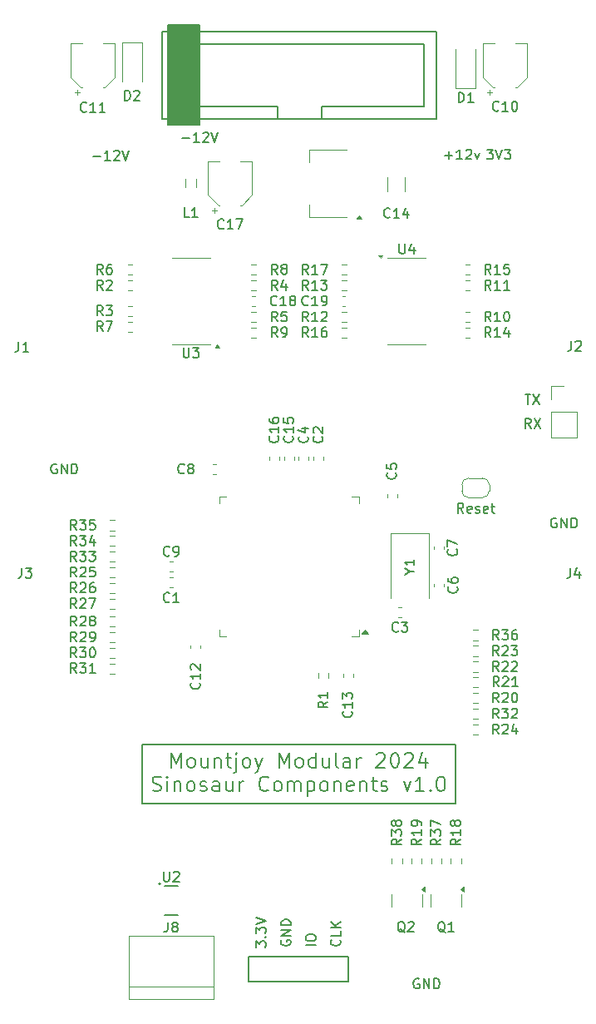
<source format=gbr>
%TF.GenerationSoftware,KiCad,Pcbnew,8.0.3*%
%TF.CreationDate,2024-06-18T16:11:43+01:00*%
%TF.ProjectId,Sinosaur_Components,53696e6f-7361-4757-925f-436f6d706f6e,rev?*%
%TF.SameCoordinates,Original*%
%TF.FileFunction,Legend,Top*%
%TF.FilePolarity,Positive*%
%FSLAX46Y46*%
G04 Gerber Fmt 4.6, Leading zero omitted, Abs format (unit mm)*
G04 Created by KiCad (PCBNEW 8.0.3) date 2024-06-18 16:11:43*
%MOMM*%
%LPD*%
G01*
G04 APERTURE LIST*
%ADD10C,0.150000*%
%ADD11C,0.200000*%
%ADD12C,0.120000*%
%ADD13C,0.127000*%
G04 APERTURE END LIST*
D10*
X114050000Y-124100000D02*
X145950000Y-124100000D01*
X145950000Y-130100000D01*
X114050000Y-130100000D01*
X114050000Y-124100000D01*
X157666666Y-106154819D02*
X157666666Y-106869104D01*
X157666666Y-106869104D02*
X157619047Y-107011961D01*
X157619047Y-107011961D02*
X157523809Y-107107200D01*
X157523809Y-107107200D02*
X157380952Y-107154819D01*
X157380952Y-107154819D02*
X157285714Y-107154819D01*
X158571428Y-106488152D02*
X158571428Y-107154819D01*
X158333333Y-106107200D02*
X158095238Y-106821485D01*
X158095238Y-106821485D02*
X158714285Y-106821485D01*
X101766666Y-106154819D02*
X101766666Y-106869104D01*
X101766666Y-106869104D02*
X101719047Y-107011961D01*
X101719047Y-107011961D02*
X101623809Y-107107200D01*
X101623809Y-107107200D02*
X101480952Y-107154819D01*
X101480952Y-107154819D02*
X101385714Y-107154819D01*
X102147619Y-106154819D02*
X102766666Y-106154819D01*
X102766666Y-106154819D02*
X102433333Y-106535771D01*
X102433333Y-106535771D02*
X102576190Y-106535771D01*
X102576190Y-106535771D02*
X102671428Y-106583390D01*
X102671428Y-106583390D02*
X102719047Y-106631009D01*
X102719047Y-106631009D02*
X102766666Y-106726247D01*
X102766666Y-106726247D02*
X102766666Y-106964342D01*
X102766666Y-106964342D02*
X102719047Y-107059580D01*
X102719047Y-107059580D02*
X102671428Y-107107200D01*
X102671428Y-107107200D02*
X102576190Y-107154819D01*
X102576190Y-107154819D02*
X102290476Y-107154819D01*
X102290476Y-107154819D02*
X102195238Y-107107200D01*
X102195238Y-107107200D02*
X102147619Y-107059580D01*
X146761904Y-100554819D02*
X146428571Y-100078628D01*
X146190476Y-100554819D02*
X146190476Y-99554819D01*
X146190476Y-99554819D02*
X146571428Y-99554819D01*
X146571428Y-99554819D02*
X146666666Y-99602438D01*
X146666666Y-99602438D02*
X146714285Y-99650057D01*
X146714285Y-99650057D02*
X146761904Y-99745295D01*
X146761904Y-99745295D02*
X146761904Y-99888152D01*
X146761904Y-99888152D02*
X146714285Y-99983390D01*
X146714285Y-99983390D02*
X146666666Y-100031009D01*
X146666666Y-100031009D02*
X146571428Y-100078628D01*
X146571428Y-100078628D02*
X146190476Y-100078628D01*
X147571428Y-100507200D02*
X147476190Y-100554819D01*
X147476190Y-100554819D02*
X147285714Y-100554819D01*
X147285714Y-100554819D02*
X147190476Y-100507200D01*
X147190476Y-100507200D02*
X147142857Y-100411961D01*
X147142857Y-100411961D02*
X147142857Y-100031009D01*
X147142857Y-100031009D02*
X147190476Y-99935771D01*
X147190476Y-99935771D02*
X147285714Y-99888152D01*
X147285714Y-99888152D02*
X147476190Y-99888152D01*
X147476190Y-99888152D02*
X147571428Y-99935771D01*
X147571428Y-99935771D02*
X147619047Y-100031009D01*
X147619047Y-100031009D02*
X147619047Y-100126247D01*
X147619047Y-100126247D02*
X147142857Y-100221485D01*
X148000000Y-100507200D02*
X148095238Y-100554819D01*
X148095238Y-100554819D02*
X148285714Y-100554819D01*
X148285714Y-100554819D02*
X148380952Y-100507200D01*
X148380952Y-100507200D02*
X148428571Y-100411961D01*
X148428571Y-100411961D02*
X148428571Y-100364342D01*
X148428571Y-100364342D02*
X148380952Y-100269104D01*
X148380952Y-100269104D02*
X148285714Y-100221485D01*
X148285714Y-100221485D02*
X148142857Y-100221485D01*
X148142857Y-100221485D02*
X148047619Y-100173866D01*
X148047619Y-100173866D02*
X148000000Y-100078628D01*
X148000000Y-100078628D02*
X148000000Y-100031009D01*
X148000000Y-100031009D02*
X148047619Y-99935771D01*
X148047619Y-99935771D02*
X148142857Y-99888152D01*
X148142857Y-99888152D02*
X148285714Y-99888152D01*
X148285714Y-99888152D02*
X148380952Y-99935771D01*
X149238095Y-100507200D02*
X149142857Y-100554819D01*
X149142857Y-100554819D02*
X148952381Y-100554819D01*
X148952381Y-100554819D02*
X148857143Y-100507200D01*
X148857143Y-100507200D02*
X148809524Y-100411961D01*
X148809524Y-100411961D02*
X148809524Y-100031009D01*
X148809524Y-100031009D02*
X148857143Y-99935771D01*
X148857143Y-99935771D02*
X148952381Y-99888152D01*
X148952381Y-99888152D02*
X149142857Y-99888152D01*
X149142857Y-99888152D02*
X149238095Y-99935771D01*
X149238095Y-99935771D02*
X149285714Y-100031009D01*
X149285714Y-100031009D02*
X149285714Y-100126247D01*
X149285714Y-100126247D02*
X148809524Y-100221485D01*
X149571429Y-99888152D02*
X149952381Y-99888152D01*
X149714286Y-99554819D02*
X149714286Y-100411961D01*
X149714286Y-100411961D02*
X149761905Y-100507200D01*
X149761905Y-100507200D02*
X149857143Y-100554819D01*
X149857143Y-100554819D02*
X149952381Y-100554819D01*
X157766666Y-83054819D02*
X157766666Y-83769104D01*
X157766666Y-83769104D02*
X157719047Y-83911961D01*
X157719047Y-83911961D02*
X157623809Y-84007200D01*
X157623809Y-84007200D02*
X157480952Y-84054819D01*
X157480952Y-84054819D02*
X157385714Y-84054819D01*
X158195238Y-83150057D02*
X158242857Y-83102438D01*
X158242857Y-83102438D02*
X158338095Y-83054819D01*
X158338095Y-83054819D02*
X158576190Y-83054819D01*
X158576190Y-83054819D02*
X158671428Y-83102438D01*
X158671428Y-83102438D02*
X158719047Y-83150057D01*
X158719047Y-83150057D02*
X158766666Y-83245295D01*
X158766666Y-83245295D02*
X158766666Y-83340533D01*
X158766666Y-83340533D02*
X158719047Y-83483390D01*
X158719047Y-83483390D02*
X158147619Y-84054819D01*
X158147619Y-84054819D02*
X158766666Y-84054819D01*
D11*
X117000000Y-126476070D02*
X117000000Y-124976070D01*
X117000000Y-124976070D02*
X117500000Y-126047499D01*
X117500000Y-126047499D02*
X118000000Y-124976070D01*
X118000000Y-124976070D02*
X118000000Y-126476070D01*
X118928572Y-126476070D02*
X118785715Y-126404642D01*
X118785715Y-126404642D02*
X118714286Y-126333213D01*
X118714286Y-126333213D02*
X118642858Y-126190356D01*
X118642858Y-126190356D02*
X118642858Y-125761784D01*
X118642858Y-125761784D02*
X118714286Y-125618927D01*
X118714286Y-125618927D02*
X118785715Y-125547499D01*
X118785715Y-125547499D02*
X118928572Y-125476070D01*
X118928572Y-125476070D02*
X119142858Y-125476070D01*
X119142858Y-125476070D02*
X119285715Y-125547499D01*
X119285715Y-125547499D02*
X119357144Y-125618927D01*
X119357144Y-125618927D02*
X119428572Y-125761784D01*
X119428572Y-125761784D02*
X119428572Y-126190356D01*
X119428572Y-126190356D02*
X119357144Y-126333213D01*
X119357144Y-126333213D02*
X119285715Y-126404642D01*
X119285715Y-126404642D02*
X119142858Y-126476070D01*
X119142858Y-126476070D02*
X118928572Y-126476070D01*
X120714287Y-125476070D02*
X120714287Y-126476070D01*
X120071429Y-125476070D02*
X120071429Y-126261784D01*
X120071429Y-126261784D02*
X120142858Y-126404642D01*
X120142858Y-126404642D02*
X120285715Y-126476070D01*
X120285715Y-126476070D02*
X120500001Y-126476070D01*
X120500001Y-126476070D02*
X120642858Y-126404642D01*
X120642858Y-126404642D02*
X120714287Y-126333213D01*
X121428572Y-125476070D02*
X121428572Y-126476070D01*
X121428572Y-125618927D02*
X121500001Y-125547499D01*
X121500001Y-125547499D02*
X121642858Y-125476070D01*
X121642858Y-125476070D02*
X121857144Y-125476070D01*
X121857144Y-125476070D02*
X122000001Y-125547499D01*
X122000001Y-125547499D02*
X122071430Y-125690356D01*
X122071430Y-125690356D02*
X122071430Y-126476070D01*
X122571430Y-125476070D02*
X123142858Y-125476070D01*
X122785715Y-124976070D02*
X122785715Y-126261784D01*
X122785715Y-126261784D02*
X122857144Y-126404642D01*
X122857144Y-126404642D02*
X123000001Y-126476070D01*
X123000001Y-126476070D02*
X123142858Y-126476070D01*
X123642858Y-125476070D02*
X123642858Y-126761784D01*
X123642858Y-126761784D02*
X123571430Y-126904642D01*
X123571430Y-126904642D02*
X123428573Y-126976070D01*
X123428573Y-126976070D02*
X123357144Y-126976070D01*
X123642858Y-124976070D02*
X123571430Y-125047499D01*
X123571430Y-125047499D02*
X123642858Y-125118927D01*
X123642858Y-125118927D02*
X123714287Y-125047499D01*
X123714287Y-125047499D02*
X123642858Y-124976070D01*
X123642858Y-124976070D02*
X123642858Y-125118927D01*
X124571430Y-126476070D02*
X124428573Y-126404642D01*
X124428573Y-126404642D02*
X124357144Y-126333213D01*
X124357144Y-126333213D02*
X124285716Y-126190356D01*
X124285716Y-126190356D02*
X124285716Y-125761784D01*
X124285716Y-125761784D02*
X124357144Y-125618927D01*
X124357144Y-125618927D02*
X124428573Y-125547499D01*
X124428573Y-125547499D02*
X124571430Y-125476070D01*
X124571430Y-125476070D02*
X124785716Y-125476070D01*
X124785716Y-125476070D02*
X124928573Y-125547499D01*
X124928573Y-125547499D02*
X125000002Y-125618927D01*
X125000002Y-125618927D02*
X125071430Y-125761784D01*
X125071430Y-125761784D02*
X125071430Y-126190356D01*
X125071430Y-126190356D02*
X125000002Y-126333213D01*
X125000002Y-126333213D02*
X124928573Y-126404642D01*
X124928573Y-126404642D02*
X124785716Y-126476070D01*
X124785716Y-126476070D02*
X124571430Y-126476070D01*
X125571430Y-125476070D02*
X125928573Y-126476070D01*
X126285716Y-125476070D02*
X125928573Y-126476070D01*
X125928573Y-126476070D02*
X125785716Y-126833213D01*
X125785716Y-126833213D02*
X125714287Y-126904642D01*
X125714287Y-126904642D02*
X125571430Y-126976070D01*
X128000001Y-126476070D02*
X128000001Y-124976070D01*
X128000001Y-124976070D02*
X128500001Y-126047499D01*
X128500001Y-126047499D02*
X129000001Y-124976070D01*
X129000001Y-124976070D02*
X129000001Y-126476070D01*
X129928573Y-126476070D02*
X129785716Y-126404642D01*
X129785716Y-126404642D02*
X129714287Y-126333213D01*
X129714287Y-126333213D02*
X129642859Y-126190356D01*
X129642859Y-126190356D02*
X129642859Y-125761784D01*
X129642859Y-125761784D02*
X129714287Y-125618927D01*
X129714287Y-125618927D02*
X129785716Y-125547499D01*
X129785716Y-125547499D02*
X129928573Y-125476070D01*
X129928573Y-125476070D02*
X130142859Y-125476070D01*
X130142859Y-125476070D02*
X130285716Y-125547499D01*
X130285716Y-125547499D02*
X130357145Y-125618927D01*
X130357145Y-125618927D02*
X130428573Y-125761784D01*
X130428573Y-125761784D02*
X130428573Y-126190356D01*
X130428573Y-126190356D02*
X130357145Y-126333213D01*
X130357145Y-126333213D02*
X130285716Y-126404642D01*
X130285716Y-126404642D02*
X130142859Y-126476070D01*
X130142859Y-126476070D02*
X129928573Y-126476070D01*
X131714288Y-126476070D02*
X131714288Y-124976070D01*
X131714288Y-126404642D02*
X131571430Y-126476070D01*
X131571430Y-126476070D02*
X131285716Y-126476070D01*
X131285716Y-126476070D02*
X131142859Y-126404642D01*
X131142859Y-126404642D02*
X131071430Y-126333213D01*
X131071430Y-126333213D02*
X131000002Y-126190356D01*
X131000002Y-126190356D02*
X131000002Y-125761784D01*
X131000002Y-125761784D02*
X131071430Y-125618927D01*
X131071430Y-125618927D02*
X131142859Y-125547499D01*
X131142859Y-125547499D02*
X131285716Y-125476070D01*
X131285716Y-125476070D02*
X131571430Y-125476070D01*
X131571430Y-125476070D02*
X131714288Y-125547499D01*
X133071431Y-125476070D02*
X133071431Y-126476070D01*
X132428573Y-125476070D02*
X132428573Y-126261784D01*
X132428573Y-126261784D02*
X132500002Y-126404642D01*
X132500002Y-126404642D02*
X132642859Y-126476070D01*
X132642859Y-126476070D02*
X132857145Y-126476070D01*
X132857145Y-126476070D02*
X133000002Y-126404642D01*
X133000002Y-126404642D02*
X133071431Y-126333213D01*
X134000002Y-126476070D02*
X133857145Y-126404642D01*
X133857145Y-126404642D02*
X133785716Y-126261784D01*
X133785716Y-126261784D02*
X133785716Y-124976070D01*
X135214288Y-126476070D02*
X135214288Y-125690356D01*
X135214288Y-125690356D02*
X135142859Y-125547499D01*
X135142859Y-125547499D02*
X135000002Y-125476070D01*
X135000002Y-125476070D02*
X134714288Y-125476070D01*
X134714288Y-125476070D02*
X134571430Y-125547499D01*
X135214288Y-126404642D02*
X135071430Y-126476070D01*
X135071430Y-126476070D02*
X134714288Y-126476070D01*
X134714288Y-126476070D02*
X134571430Y-126404642D01*
X134571430Y-126404642D02*
X134500002Y-126261784D01*
X134500002Y-126261784D02*
X134500002Y-126118927D01*
X134500002Y-126118927D02*
X134571430Y-125976070D01*
X134571430Y-125976070D02*
X134714288Y-125904642D01*
X134714288Y-125904642D02*
X135071430Y-125904642D01*
X135071430Y-125904642D02*
X135214288Y-125833213D01*
X135928573Y-126476070D02*
X135928573Y-125476070D01*
X135928573Y-125761784D02*
X136000002Y-125618927D01*
X136000002Y-125618927D02*
X136071431Y-125547499D01*
X136071431Y-125547499D02*
X136214288Y-125476070D01*
X136214288Y-125476070D02*
X136357145Y-125476070D01*
X137928573Y-125118927D02*
X138000001Y-125047499D01*
X138000001Y-125047499D02*
X138142859Y-124976070D01*
X138142859Y-124976070D02*
X138500001Y-124976070D01*
X138500001Y-124976070D02*
X138642859Y-125047499D01*
X138642859Y-125047499D02*
X138714287Y-125118927D01*
X138714287Y-125118927D02*
X138785716Y-125261784D01*
X138785716Y-125261784D02*
X138785716Y-125404642D01*
X138785716Y-125404642D02*
X138714287Y-125618927D01*
X138714287Y-125618927D02*
X137857144Y-126476070D01*
X137857144Y-126476070D02*
X138785716Y-126476070D01*
X139714287Y-124976070D02*
X139857144Y-124976070D01*
X139857144Y-124976070D02*
X140000001Y-125047499D01*
X140000001Y-125047499D02*
X140071430Y-125118927D01*
X140071430Y-125118927D02*
X140142858Y-125261784D01*
X140142858Y-125261784D02*
X140214287Y-125547499D01*
X140214287Y-125547499D02*
X140214287Y-125904642D01*
X140214287Y-125904642D02*
X140142858Y-126190356D01*
X140142858Y-126190356D02*
X140071430Y-126333213D01*
X140071430Y-126333213D02*
X140000001Y-126404642D01*
X140000001Y-126404642D02*
X139857144Y-126476070D01*
X139857144Y-126476070D02*
X139714287Y-126476070D01*
X139714287Y-126476070D02*
X139571430Y-126404642D01*
X139571430Y-126404642D02*
X139500001Y-126333213D01*
X139500001Y-126333213D02*
X139428572Y-126190356D01*
X139428572Y-126190356D02*
X139357144Y-125904642D01*
X139357144Y-125904642D02*
X139357144Y-125547499D01*
X139357144Y-125547499D02*
X139428572Y-125261784D01*
X139428572Y-125261784D02*
X139500001Y-125118927D01*
X139500001Y-125118927D02*
X139571430Y-125047499D01*
X139571430Y-125047499D02*
X139714287Y-124976070D01*
X140785715Y-125118927D02*
X140857143Y-125047499D01*
X140857143Y-125047499D02*
X141000001Y-124976070D01*
X141000001Y-124976070D02*
X141357143Y-124976070D01*
X141357143Y-124976070D02*
X141500001Y-125047499D01*
X141500001Y-125047499D02*
X141571429Y-125118927D01*
X141571429Y-125118927D02*
X141642858Y-125261784D01*
X141642858Y-125261784D02*
X141642858Y-125404642D01*
X141642858Y-125404642D02*
X141571429Y-125618927D01*
X141571429Y-125618927D02*
X140714286Y-126476070D01*
X140714286Y-126476070D02*
X141642858Y-126476070D01*
X142928572Y-125476070D02*
X142928572Y-126476070D01*
X142571429Y-124904642D02*
X142214286Y-125976070D01*
X142214286Y-125976070D02*
X143142857Y-125976070D01*
X115107143Y-128819558D02*
X115321429Y-128890986D01*
X115321429Y-128890986D02*
X115678571Y-128890986D01*
X115678571Y-128890986D02*
X115821429Y-128819558D01*
X115821429Y-128819558D02*
X115892857Y-128748129D01*
X115892857Y-128748129D02*
X115964286Y-128605272D01*
X115964286Y-128605272D02*
X115964286Y-128462415D01*
X115964286Y-128462415D02*
X115892857Y-128319558D01*
X115892857Y-128319558D02*
X115821429Y-128248129D01*
X115821429Y-128248129D02*
X115678571Y-128176700D01*
X115678571Y-128176700D02*
X115392857Y-128105272D01*
X115392857Y-128105272D02*
X115250000Y-128033843D01*
X115250000Y-128033843D02*
X115178571Y-127962415D01*
X115178571Y-127962415D02*
X115107143Y-127819558D01*
X115107143Y-127819558D02*
X115107143Y-127676700D01*
X115107143Y-127676700D02*
X115178571Y-127533843D01*
X115178571Y-127533843D02*
X115250000Y-127462415D01*
X115250000Y-127462415D02*
X115392857Y-127390986D01*
X115392857Y-127390986D02*
X115750000Y-127390986D01*
X115750000Y-127390986D02*
X115964286Y-127462415D01*
X116607142Y-128890986D02*
X116607142Y-127890986D01*
X116607142Y-127390986D02*
X116535714Y-127462415D01*
X116535714Y-127462415D02*
X116607142Y-127533843D01*
X116607142Y-127533843D02*
X116678571Y-127462415D01*
X116678571Y-127462415D02*
X116607142Y-127390986D01*
X116607142Y-127390986D02*
X116607142Y-127533843D01*
X117321428Y-127890986D02*
X117321428Y-128890986D01*
X117321428Y-128033843D02*
X117392857Y-127962415D01*
X117392857Y-127962415D02*
X117535714Y-127890986D01*
X117535714Y-127890986D02*
X117750000Y-127890986D01*
X117750000Y-127890986D02*
X117892857Y-127962415D01*
X117892857Y-127962415D02*
X117964286Y-128105272D01*
X117964286Y-128105272D02*
X117964286Y-128890986D01*
X118892857Y-128890986D02*
X118750000Y-128819558D01*
X118750000Y-128819558D02*
X118678571Y-128748129D01*
X118678571Y-128748129D02*
X118607143Y-128605272D01*
X118607143Y-128605272D02*
X118607143Y-128176700D01*
X118607143Y-128176700D02*
X118678571Y-128033843D01*
X118678571Y-128033843D02*
X118750000Y-127962415D01*
X118750000Y-127962415D02*
X118892857Y-127890986D01*
X118892857Y-127890986D02*
X119107143Y-127890986D01*
X119107143Y-127890986D02*
X119250000Y-127962415D01*
X119250000Y-127962415D02*
X119321429Y-128033843D01*
X119321429Y-128033843D02*
X119392857Y-128176700D01*
X119392857Y-128176700D02*
X119392857Y-128605272D01*
X119392857Y-128605272D02*
X119321429Y-128748129D01*
X119321429Y-128748129D02*
X119250000Y-128819558D01*
X119250000Y-128819558D02*
X119107143Y-128890986D01*
X119107143Y-128890986D02*
X118892857Y-128890986D01*
X119964286Y-128819558D02*
X120107143Y-128890986D01*
X120107143Y-128890986D02*
X120392857Y-128890986D01*
X120392857Y-128890986D02*
X120535714Y-128819558D01*
X120535714Y-128819558D02*
X120607143Y-128676700D01*
X120607143Y-128676700D02*
X120607143Y-128605272D01*
X120607143Y-128605272D02*
X120535714Y-128462415D01*
X120535714Y-128462415D02*
X120392857Y-128390986D01*
X120392857Y-128390986D02*
X120178572Y-128390986D01*
X120178572Y-128390986D02*
X120035714Y-128319558D01*
X120035714Y-128319558D02*
X119964286Y-128176700D01*
X119964286Y-128176700D02*
X119964286Y-128105272D01*
X119964286Y-128105272D02*
X120035714Y-127962415D01*
X120035714Y-127962415D02*
X120178572Y-127890986D01*
X120178572Y-127890986D02*
X120392857Y-127890986D01*
X120392857Y-127890986D02*
X120535714Y-127962415D01*
X121892858Y-128890986D02*
X121892858Y-128105272D01*
X121892858Y-128105272D02*
X121821429Y-127962415D01*
X121821429Y-127962415D02*
X121678572Y-127890986D01*
X121678572Y-127890986D02*
X121392858Y-127890986D01*
X121392858Y-127890986D02*
X121250000Y-127962415D01*
X121892858Y-128819558D02*
X121750000Y-128890986D01*
X121750000Y-128890986D02*
X121392858Y-128890986D01*
X121392858Y-128890986D02*
X121250000Y-128819558D01*
X121250000Y-128819558D02*
X121178572Y-128676700D01*
X121178572Y-128676700D02*
X121178572Y-128533843D01*
X121178572Y-128533843D02*
X121250000Y-128390986D01*
X121250000Y-128390986D02*
X121392858Y-128319558D01*
X121392858Y-128319558D02*
X121750000Y-128319558D01*
X121750000Y-128319558D02*
X121892858Y-128248129D01*
X123250001Y-127890986D02*
X123250001Y-128890986D01*
X122607143Y-127890986D02*
X122607143Y-128676700D01*
X122607143Y-128676700D02*
X122678572Y-128819558D01*
X122678572Y-128819558D02*
X122821429Y-128890986D01*
X122821429Y-128890986D02*
X123035715Y-128890986D01*
X123035715Y-128890986D02*
X123178572Y-128819558D01*
X123178572Y-128819558D02*
X123250001Y-128748129D01*
X123964286Y-128890986D02*
X123964286Y-127890986D01*
X123964286Y-128176700D02*
X124035715Y-128033843D01*
X124035715Y-128033843D02*
X124107144Y-127962415D01*
X124107144Y-127962415D02*
X124250001Y-127890986D01*
X124250001Y-127890986D02*
X124392858Y-127890986D01*
X126892857Y-128748129D02*
X126821429Y-128819558D01*
X126821429Y-128819558D02*
X126607143Y-128890986D01*
X126607143Y-128890986D02*
X126464286Y-128890986D01*
X126464286Y-128890986D02*
X126250000Y-128819558D01*
X126250000Y-128819558D02*
X126107143Y-128676700D01*
X126107143Y-128676700D02*
X126035714Y-128533843D01*
X126035714Y-128533843D02*
X125964286Y-128248129D01*
X125964286Y-128248129D02*
X125964286Y-128033843D01*
X125964286Y-128033843D02*
X126035714Y-127748129D01*
X126035714Y-127748129D02*
X126107143Y-127605272D01*
X126107143Y-127605272D02*
X126250000Y-127462415D01*
X126250000Y-127462415D02*
X126464286Y-127390986D01*
X126464286Y-127390986D02*
X126607143Y-127390986D01*
X126607143Y-127390986D02*
X126821429Y-127462415D01*
X126821429Y-127462415D02*
X126892857Y-127533843D01*
X127750000Y-128890986D02*
X127607143Y-128819558D01*
X127607143Y-128819558D02*
X127535714Y-128748129D01*
X127535714Y-128748129D02*
X127464286Y-128605272D01*
X127464286Y-128605272D02*
X127464286Y-128176700D01*
X127464286Y-128176700D02*
X127535714Y-128033843D01*
X127535714Y-128033843D02*
X127607143Y-127962415D01*
X127607143Y-127962415D02*
X127750000Y-127890986D01*
X127750000Y-127890986D02*
X127964286Y-127890986D01*
X127964286Y-127890986D02*
X128107143Y-127962415D01*
X128107143Y-127962415D02*
X128178572Y-128033843D01*
X128178572Y-128033843D02*
X128250000Y-128176700D01*
X128250000Y-128176700D02*
X128250000Y-128605272D01*
X128250000Y-128605272D02*
X128178572Y-128748129D01*
X128178572Y-128748129D02*
X128107143Y-128819558D01*
X128107143Y-128819558D02*
X127964286Y-128890986D01*
X127964286Y-128890986D02*
X127750000Y-128890986D01*
X128892857Y-128890986D02*
X128892857Y-127890986D01*
X128892857Y-128033843D02*
X128964286Y-127962415D01*
X128964286Y-127962415D02*
X129107143Y-127890986D01*
X129107143Y-127890986D02*
X129321429Y-127890986D01*
X129321429Y-127890986D02*
X129464286Y-127962415D01*
X129464286Y-127962415D02*
X129535715Y-128105272D01*
X129535715Y-128105272D02*
X129535715Y-128890986D01*
X129535715Y-128105272D02*
X129607143Y-127962415D01*
X129607143Y-127962415D02*
X129750000Y-127890986D01*
X129750000Y-127890986D02*
X129964286Y-127890986D01*
X129964286Y-127890986D02*
X130107143Y-127962415D01*
X130107143Y-127962415D02*
X130178572Y-128105272D01*
X130178572Y-128105272D02*
X130178572Y-128890986D01*
X130892857Y-127890986D02*
X130892857Y-129390986D01*
X130892857Y-127962415D02*
X131035715Y-127890986D01*
X131035715Y-127890986D02*
X131321429Y-127890986D01*
X131321429Y-127890986D02*
X131464286Y-127962415D01*
X131464286Y-127962415D02*
X131535715Y-128033843D01*
X131535715Y-128033843D02*
X131607143Y-128176700D01*
X131607143Y-128176700D02*
X131607143Y-128605272D01*
X131607143Y-128605272D02*
X131535715Y-128748129D01*
X131535715Y-128748129D02*
X131464286Y-128819558D01*
X131464286Y-128819558D02*
X131321429Y-128890986D01*
X131321429Y-128890986D02*
X131035715Y-128890986D01*
X131035715Y-128890986D02*
X130892857Y-128819558D01*
X132464286Y-128890986D02*
X132321429Y-128819558D01*
X132321429Y-128819558D02*
X132250000Y-128748129D01*
X132250000Y-128748129D02*
X132178572Y-128605272D01*
X132178572Y-128605272D02*
X132178572Y-128176700D01*
X132178572Y-128176700D02*
X132250000Y-128033843D01*
X132250000Y-128033843D02*
X132321429Y-127962415D01*
X132321429Y-127962415D02*
X132464286Y-127890986D01*
X132464286Y-127890986D02*
X132678572Y-127890986D01*
X132678572Y-127890986D02*
X132821429Y-127962415D01*
X132821429Y-127962415D02*
X132892858Y-128033843D01*
X132892858Y-128033843D02*
X132964286Y-128176700D01*
X132964286Y-128176700D02*
X132964286Y-128605272D01*
X132964286Y-128605272D02*
X132892858Y-128748129D01*
X132892858Y-128748129D02*
X132821429Y-128819558D01*
X132821429Y-128819558D02*
X132678572Y-128890986D01*
X132678572Y-128890986D02*
X132464286Y-128890986D01*
X133607143Y-127890986D02*
X133607143Y-128890986D01*
X133607143Y-128033843D02*
X133678572Y-127962415D01*
X133678572Y-127962415D02*
X133821429Y-127890986D01*
X133821429Y-127890986D02*
X134035715Y-127890986D01*
X134035715Y-127890986D02*
X134178572Y-127962415D01*
X134178572Y-127962415D02*
X134250001Y-128105272D01*
X134250001Y-128105272D02*
X134250001Y-128890986D01*
X135535715Y-128819558D02*
X135392858Y-128890986D01*
X135392858Y-128890986D02*
X135107144Y-128890986D01*
X135107144Y-128890986D02*
X134964286Y-128819558D01*
X134964286Y-128819558D02*
X134892858Y-128676700D01*
X134892858Y-128676700D02*
X134892858Y-128105272D01*
X134892858Y-128105272D02*
X134964286Y-127962415D01*
X134964286Y-127962415D02*
X135107144Y-127890986D01*
X135107144Y-127890986D02*
X135392858Y-127890986D01*
X135392858Y-127890986D02*
X135535715Y-127962415D01*
X135535715Y-127962415D02*
X135607144Y-128105272D01*
X135607144Y-128105272D02*
X135607144Y-128248129D01*
X135607144Y-128248129D02*
X134892858Y-128390986D01*
X136250000Y-127890986D02*
X136250000Y-128890986D01*
X136250000Y-128033843D02*
X136321429Y-127962415D01*
X136321429Y-127962415D02*
X136464286Y-127890986D01*
X136464286Y-127890986D02*
X136678572Y-127890986D01*
X136678572Y-127890986D02*
X136821429Y-127962415D01*
X136821429Y-127962415D02*
X136892858Y-128105272D01*
X136892858Y-128105272D02*
X136892858Y-128890986D01*
X137392858Y-127890986D02*
X137964286Y-127890986D01*
X137607143Y-127390986D02*
X137607143Y-128676700D01*
X137607143Y-128676700D02*
X137678572Y-128819558D01*
X137678572Y-128819558D02*
X137821429Y-128890986D01*
X137821429Y-128890986D02*
X137964286Y-128890986D01*
X138392858Y-128819558D02*
X138535715Y-128890986D01*
X138535715Y-128890986D02*
X138821429Y-128890986D01*
X138821429Y-128890986D02*
X138964286Y-128819558D01*
X138964286Y-128819558D02*
X139035715Y-128676700D01*
X139035715Y-128676700D02*
X139035715Y-128605272D01*
X139035715Y-128605272D02*
X138964286Y-128462415D01*
X138964286Y-128462415D02*
X138821429Y-128390986D01*
X138821429Y-128390986D02*
X138607144Y-128390986D01*
X138607144Y-128390986D02*
X138464286Y-128319558D01*
X138464286Y-128319558D02*
X138392858Y-128176700D01*
X138392858Y-128176700D02*
X138392858Y-128105272D01*
X138392858Y-128105272D02*
X138464286Y-127962415D01*
X138464286Y-127962415D02*
X138607144Y-127890986D01*
X138607144Y-127890986D02*
X138821429Y-127890986D01*
X138821429Y-127890986D02*
X138964286Y-127962415D01*
X140678572Y-127890986D02*
X141035715Y-128890986D01*
X141035715Y-128890986D02*
X141392858Y-127890986D01*
X142750001Y-128890986D02*
X141892858Y-128890986D01*
X142321429Y-128890986D02*
X142321429Y-127390986D01*
X142321429Y-127390986D02*
X142178572Y-127605272D01*
X142178572Y-127605272D02*
X142035715Y-127748129D01*
X142035715Y-127748129D02*
X141892858Y-127819558D01*
X143392857Y-128748129D02*
X143464286Y-128819558D01*
X143464286Y-128819558D02*
X143392857Y-128890986D01*
X143392857Y-128890986D02*
X143321429Y-128819558D01*
X143321429Y-128819558D02*
X143392857Y-128748129D01*
X143392857Y-128748129D02*
X143392857Y-128890986D01*
X144392858Y-127390986D02*
X144535715Y-127390986D01*
X144535715Y-127390986D02*
X144678572Y-127462415D01*
X144678572Y-127462415D02*
X144750001Y-127533843D01*
X144750001Y-127533843D02*
X144821429Y-127676700D01*
X144821429Y-127676700D02*
X144892858Y-127962415D01*
X144892858Y-127962415D02*
X144892858Y-128319558D01*
X144892858Y-128319558D02*
X144821429Y-128605272D01*
X144821429Y-128605272D02*
X144750001Y-128748129D01*
X144750001Y-128748129D02*
X144678572Y-128819558D01*
X144678572Y-128819558D02*
X144535715Y-128890986D01*
X144535715Y-128890986D02*
X144392858Y-128890986D01*
X144392858Y-128890986D02*
X144250001Y-128819558D01*
X144250001Y-128819558D02*
X144178572Y-128748129D01*
X144178572Y-128748129D02*
X144107143Y-128605272D01*
X144107143Y-128605272D02*
X144035715Y-128319558D01*
X144035715Y-128319558D02*
X144035715Y-127962415D01*
X144035715Y-127962415D02*
X144107143Y-127676700D01*
X144107143Y-127676700D02*
X144178572Y-127533843D01*
X144178572Y-127533843D02*
X144250001Y-127462415D01*
X144250001Y-127462415D02*
X144392858Y-127390986D01*
D10*
X153038095Y-88454819D02*
X153609523Y-88454819D01*
X153323809Y-89454819D02*
X153323809Y-88454819D01*
X153847619Y-88454819D02*
X154514285Y-89454819D01*
X154514285Y-88454819D02*
X153847619Y-89454819D01*
X153633333Y-91954819D02*
X153300000Y-91478628D01*
X153061905Y-91954819D02*
X153061905Y-90954819D01*
X153061905Y-90954819D02*
X153442857Y-90954819D01*
X153442857Y-90954819D02*
X153538095Y-91002438D01*
X153538095Y-91002438D02*
X153585714Y-91050057D01*
X153585714Y-91050057D02*
X153633333Y-91145295D01*
X153633333Y-91145295D02*
X153633333Y-91288152D01*
X153633333Y-91288152D02*
X153585714Y-91383390D01*
X153585714Y-91383390D02*
X153538095Y-91431009D01*
X153538095Y-91431009D02*
X153442857Y-91478628D01*
X153442857Y-91478628D02*
X153061905Y-91478628D01*
X153966667Y-90954819D02*
X154633333Y-91954819D01*
X154633333Y-90954819D02*
X153966667Y-91954819D01*
X101466666Y-83154819D02*
X101466666Y-83869104D01*
X101466666Y-83869104D02*
X101419047Y-84011961D01*
X101419047Y-84011961D02*
X101323809Y-84107200D01*
X101323809Y-84107200D02*
X101180952Y-84154819D01*
X101180952Y-84154819D02*
X101085714Y-84154819D01*
X102466666Y-84154819D02*
X101895238Y-84154819D01*
X102180952Y-84154819D02*
X102180952Y-83154819D01*
X102180952Y-83154819D02*
X102085714Y-83297676D01*
X102085714Y-83297676D02*
X101990476Y-83392914D01*
X101990476Y-83392914D02*
X101895238Y-83440533D01*
X107357142Y-115254819D02*
X107023809Y-114778628D01*
X106785714Y-115254819D02*
X106785714Y-114254819D01*
X106785714Y-114254819D02*
X107166666Y-114254819D01*
X107166666Y-114254819D02*
X107261904Y-114302438D01*
X107261904Y-114302438D02*
X107309523Y-114350057D01*
X107309523Y-114350057D02*
X107357142Y-114445295D01*
X107357142Y-114445295D02*
X107357142Y-114588152D01*
X107357142Y-114588152D02*
X107309523Y-114683390D01*
X107309523Y-114683390D02*
X107261904Y-114731009D01*
X107261904Y-114731009D02*
X107166666Y-114778628D01*
X107166666Y-114778628D02*
X106785714Y-114778628D01*
X107690476Y-114254819D02*
X108309523Y-114254819D01*
X108309523Y-114254819D02*
X107976190Y-114635771D01*
X107976190Y-114635771D02*
X108119047Y-114635771D01*
X108119047Y-114635771D02*
X108214285Y-114683390D01*
X108214285Y-114683390D02*
X108261904Y-114731009D01*
X108261904Y-114731009D02*
X108309523Y-114826247D01*
X108309523Y-114826247D02*
X108309523Y-115064342D01*
X108309523Y-115064342D02*
X108261904Y-115159580D01*
X108261904Y-115159580D02*
X108214285Y-115207200D01*
X108214285Y-115207200D02*
X108119047Y-115254819D01*
X108119047Y-115254819D02*
X107833333Y-115254819D01*
X107833333Y-115254819D02*
X107738095Y-115207200D01*
X107738095Y-115207200D02*
X107690476Y-115159580D01*
X108928571Y-114254819D02*
X109023809Y-114254819D01*
X109023809Y-114254819D02*
X109119047Y-114302438D01*
X109119047Y-114302438D02*
X109166666Y-114350057D01*
X109166666Y-114350057D02*
X109214285Y-114445295D01*
X109214285Y-114445295D02*
X109261904Y-114635771D01*
X109261904Y-114635771D02*
X109261904Y-114873866D01*
X109261904Y-114873866D02*
X109214285Y-115064342D01*
X109214285Y-115064342D02*
X109166666Y-115159580D01*
X109166666Y-115159580D02*
X109119047Y-115207200D01*
X109119047Y-115207200D02*
X109023809Y-115254819D01*
X109023809Y-115254819D02*
X108928571Y-115254819D01*
X108928571Y-115254819D02*
X108833333Y-115207200D01*
X108833333Y-115207200D02*
X108785714Y-115159580D01*
X108785714Y-115159580D02*
X108738095Y-115064342D01*
X108738095Y-115064342D02*
X108690476Y-114873866D01*
X108690476Y-114873866D02*
X108690476Y-114635771D01*
X108690476Y-114635771D02*
X108738095Y-114445295D01*
X108738095Y-114445295D02*
X108785714Y-114350057D01*
X108785714Y-114350057D02*
X108833333Y-114302438D01*
X108833333Y-114302438D02*
X108928571Y-114254819D01*
X107357142Y-103854819D02*
X107023809Y-103378628D01*
X106785714Y-103854819D02*
X106785714Y-102854819D01*
X106785714Y-102854819D02*
X107166666Y-102854819D01*
X107166666Y-102854819D02*
X107261904Y-102902438D01*
X107261904Y-102902438D02*
X107309523Y-102950057D01*
X107309523Y-102950057D02*
X107357142Y-103045295D01*
X107357142Y-103045295D02*
X107357142Y-103188152D01*
X107357142Y-103188152D02*
X107309523Y-103283390D01*
X107309523Y-103283390D02*
X107261904Y-103331009D01*
X107261904Y-103331009D02*
X107166666Y-103378628D01*
X107166666Y-103378628D02*
X106785714Y-103378628D01*
X107690476Y-102854819D02*
X108309523Y-102854819D01*
X108309523Y-102854819D02*
X107976190Y-103235771D01*
X107976190Y-103235771D02*
X108119047Y-103235771D01*
X108119047Y-103235771D02*
X108214285Y-103283390D01*
X108214285Y-103283390D02*
X108261904Y-103331009D01*
X108261904Y-103331009D02*
X108309523Y-103426247D01*
X108309523Y-103426247D02*
X108309523Y-103664342D01*
X108309523Y-103664342D02*
X108261904Y-103759580D01*
X108261904Y-103759580D02*
X108214285Y-103807200D01*
X108214285Y-103807200D02*
X108119047Y-103854819D01*
X108119047Y-103854819D02*
X107833333Y-103854819D01*
X107833333Y-103854819D02*
X107738095Y-103807200D01*
X107738095Y-103807200D02*
X107690476Y-103759580D01*
X109166666Y-103188152D02*
X109166666Y-103854819D01*
X108928571Y-102807200D02*
X108690476Y-103521485D01*
X108690476Y-103521485D02*
X109309523Y-103521485D01*
X141278628Y-106476190D02*
X141754819Y-106476190D01*
X140754819Y-106809523D02*
X141278628Y-106476190D01*
X141278628Y-106476190D02*
X140754819Y-106142857D01*
X141754819Y-105285714D02*
X141754819Y-105857142D01*
X141754819Y-105571428D02*
X140754819Y-105571428D01*
X140754819Y-105571428D02*
X140897676Y-105666666D01*
X140897676Y-105666666D02*
X140992914Y-105761904D01*
X140992914Y-105761904D02*
X141040533Y-105857142D01*
X130957142Y-79359580D02*
X130909523Y-79407200D01*
X130909523Y-79407200D02*
X130766666Y-79454819D01*
X130766666Y-79454819D02*
X130671428Y-79454819D01*
X130671428Y-79454819D02*
X130528571Y-79407200D01*
X130528571Y-79407200D02*
X130433333Y-79311961D01*
X130433333Y-79311961D02*
X130385714Y-79216723D01*
X130385714Y-79216723D02*
X130338095Y-79026247D01*
X130338095Y-79026247D02*
X130338095Y-78883390D01*
X130338095Y-78883390D02*
X130385714Y-78692914D01*
X130385714Y-78692914D02*
X130433333Y-78597676D01*
X130433333Y-78597676D02*
X130528571Y-78502438D01*
X130528571Y-78502438D02*
X130671428Y-78454819D01*
X130671428Y-78454819D02*
X130766666Y-78454819D01*
X130766666Y-78454819D02*
X130909523Y-78502438D01*
X130909523Y-78502438D02*
X130957142Y-78550057D01*
X131909523Y-79454819D02*
X131338095Y-79454819D01*
X131623809Y-79454819D02*
X131623809Y-78454819D01*
X131623809Y-78454819D02*
X131528571Y-78597676D01*
X131528571Y-78597676D02*
X131433333Y-78692914D01*
X131433333Y-78692914D02*
X131338095Y-78740533D01*
X132385714Y-79454819D02*
X132576190Y-79454819D01*
X132576190Y-79454819D02*
X132671428Y-79407200D01*
X132671428Y-79407200D02*
X132719047Y-79359580D01*
X132719047Y-79359580D02*
X132814285Y-79216723D01*
X132814285Y-79216723D02*
X132861904Y-79026247D01*
X132861904Y-79026247D02*
X132861904Y-78645295D01*
X132861904Y-78645295D02*
X132814285Y-78550057D01*
X132814285Y-78550057D02*
X132766666Y-78502438D01*
X132766666Y-78502438D02*
X132671428Y-78454819D01*
X132671428Y-78454819D02*
X132480952Y-78454819D01*
X132480952Y-78454819D02*
X132385714Y-78502438D01*
X132385714Y-78502438D02*
X132338095Y-78550057D01*
X132338095Y-78550057D02*
X132290476Y-78645295D01*
X132290476Y-78645295D02*
X132290476Y-78883390D01*
X132290476Y-78883390D02*
X132338095Y-78978628D01*
X132338095Y-78978628D02*
X132385714Y-79026247D01*
X132385714Y-79026247D02*
X132480952Y-79073866D01*
X132480952Y-79073866D02*
X132671428Y-79073866D01*
X132671428Y-79073866D02*
X132766666Y-79026247D01*
X132766666Y-79026247D02*
X132814285Y-78978628D01*
X132814285Y-78978628D02*
X132861904Y-78883390D01*
X107357142Y-108654819D02*
X107023809Y-108178628D01*
X106785714Y-108654819D02*
X106785714Y-107654819D01*
X106785714Y-107654819D02*
X107166666Y-107654819D01*
X107166666Y-107654819D02*
X107261904Y-107702438D01*
X107261904Y-107702438D02*
X107309523Y-107750057D01*
X107309523Y-107750057D02*
X107357142Y-107845295D01*
X107357142Y-107845295D02*
X107357142Y-107988152D01*
X107357142Y-107988152D02*
X107309523Y-108083390D01*
X107309523Y-108083390D02*
X107261904Y-108131009D01*
X107261904Y-108131009D02*
X107166666Y-108178628D01*
X107166666Y-108178628D02*
X106785714Y-108178628D01*
X107738095Y-107750057D02*
X107785714Y-107702438D01*
X107785714Y-107702438D02*
X107880952Y-107654819D01*
X107880952Y-107654819D02*
X108119047Y-107654819D01*
X108119047Y-107654819D02*
X108214285Y-107702438D01*
X108214285Y-107702438D02*
X108261904Y-107750057D01*
X108261904Y-107750057D02*
X108309523Y-107845295D01*
X108309523Y-107845295D02*
X108309523Y-107940533D01*
X108309523Y-107940533D02*
X108261904Y-108083390D01*
X108261904Y-108083390D02*
X107690476Y-108654819D01*
X107690476Y-108654819D02*
X108309523Y-108654819D01*
X109166666Y-107654819D02*
X108976190Y-107654819D01*
X108976190Y-107654819D02*
X108880952Y-107702438D01*
X108880952Y-107702438D02*
X108833333Y-107750057D01*
X108833333Y-107750057D02*
X108738095Y-107892914D01*
X108738095Y-107892914D02*
X108690476Y-108083390D01*
X108690476Y-108083390D02*
X108690476Y-108464342D01*
X108690476Y-108464342D02*
X108738095Y-108559580D01*
X108738095Y-108559580D02*
X108785714Y-108607200D01*
X108785714Y-108607200D02*
X108880952Y-108654819D01*
X108880952Y-108654819D02*
X109071428Y-108654819D01*
X109071428Y-108654819D02*
X109166666Y-108607200D01*
X109166666Y-108607200D02*
X109214285Y-108559580D01*
X109214285Y-108559580D02*
X109261904Y-108464342D01*
X109261904Y-108464342D02*
X109261904Y-108226247D01*
X109261904Y-108226247D02*
X109214285Y-108131009D01*
X109214285Y-108131009D02*
X109166666Y-108083390D01*
X109166666Y-108083390D02*
X109071428Y-108035771D01*
X109071428Y-108035771D02*
X108880952Y-108035771D01*
X108880952Y-108035771D02*
X108785714Y-108083390D01*
X108785714Y-108083390D02*
X108738095Y-108131009D01*
X108738095Y-108131009D02*
X108690476Y-108226247D01*
X156238095Y-101102438D02*
X156142857Y-101054819D01*
X156142857Y-101054819D02*
X156000000Y-101054819D01*
X156000000Y-101054819D02*
X155857143Y-101102438D01*
X155857143Y-101102438D02*
X155761905Y-101197676D01*
X155761905Y-101197676D02*
X155714286Y-101292914D01*
X155714286Y-101292914D02*
X155666667Y-101483390D01*
X155666667Y-101483390D02*
X155666667Y-101626247D01*
X155666667Y-101626247D02*
X155714286Y-101816723D01*
X155714286Y-101816723D02*
X155761905Y-101911961D01*
X155761905Y-101911961D02*
X155857143Y-102007200D01*
X155857143Y-102007200D02*
X156000000Y-102054819D01*
X156000000Y-102054819D02*
X156095238Y-102054819D01*
X156095238Y-102054819D02*
X156238095Y-102007200D01*
X156238095Y-102007200D02*
X156285714Y-101959580D01*
X156285714Y-101959580D02*
X156285714Y-101626247D01*
X156285714Y-101626247D02*
X156095238Y-101626247D01*
X156714286Y-102054819D02*
X156714286Y-101054819D01*
X156714286Y-101054819D02*
X157285714Y-102054819D01*
X157285714Y-102054819D02*
X157285714Y-101054819D01*
X157761905Y-102054819D02*
X157761905Y-101054819D01*
X157761905Y-101054819D02*
X158000000Y-101054819D01*
X158000000Y-101054819D02*
X158142857Y-101102438D01*
X158142857Y-101102438D02*
X158238095Y-101197676D01*
X158238095Y-101197676D02*
X158285714Y-101292914D01*
X158285714Y-101292914D02*
X158333333Y-101483390D01*
X158333333Y-101483390D02*
X158333333Y-101626247D01*
X158333333Y-101626247D02*
X158285714Y-101816723D01*
X158285714Y-101816723D02*
X158238095Y-101911961D01*
X158238095Y-101911961D02*
X158142857Y-102007200D01*
X158142857Y-102007200D02*
X158000000Y-102054819D01*
X158000000Y-102054819D02*
X157761905Y-102054819D01*
X142238095Y-148002438D02*
X142142857Y-147954819D01*
X142142857Y-147954819D02*
X142000000Y-147954819D01*
X142000000Y-147954819D02*
X141857143Y-148002438D01*
X141857143Y-148002438D02*
X141761905Y-148097676D01*
X141761905Y-148097676D02*
X141714286Y-148192914D01*
X141714286Y-148192914D02*
X141666667Y-148383390D01*
X141666667Y-148383390D02*
X141666667Y-148526247D01*
X141666667Y-148526247D02*
X141714286Y-148716723D01*
X141714286Y-148716723D02*
X141761905Y-148811961D01*
X141761905Y-148811961D02*
X141857143Y-148907200D01*
X141857143Y-148907200D02*
X142000000Y-148954819D01*
X142000000Y-148954819D02*
X142095238Y-148954819D01*
X142095238Y-148954819D02*
X142238095Y-148907200D01*
X142238095Y-148907200D02*
X142285714Y-148859580D01*
X142285714Y-148859580D02*
X142285714Y-148526247D01*
X142285714Y-148526247D02*
X142095238Y-148526247D01*
X142714286Y-148954819D02*
X142714286Y-147954819D01*
X142714286Y-147954819D02*
X143285714Y-148954819D01*
X143285714Y-148954819D02*
X143285714Y-147954819D01*
X143761905Y-148954819D02*
X143761905Y-147954819D01*
X143761905Y-147954819D02*
X144000000Y-147954819D01*
X144000000Y-147954819D02*
X144142857Y-148002438D01*
X144142857Y-148002438D02*
X144238095Y-148097676D01*
X144238095Y-148097676D02*
X144285714Y-148192914D01*
X144285714Y-148192914D02*
X144333333Y-148383390D01*
X144333333Y-148383390D02*
X144333333Y-148526247D01*
X144333333Y-148526247D02*
X144285714Y-148716723D01*
X144285714Y-148716723D02*
X144238095Y-148811961D01*
X144238095Y-148811961D02*
X144142857Y-148907200D01*
X144142857Y-148907200D02*
X144000000Y-148954819D01*
X144000000Y-148954819D02*
X143761905Y-148954819D01*
X150357142Y-116664819D02*
X150023809Y-116188628D01*
X149785714Y-116664819D02*
X149785714Y-115664819D01*
X149785714Y-115664819D02*
X150166666Y-115664819D01*
X150166666Y-115664819D02*
X150261904Y-115712438D01*
X150261904Y-115712438D02*
X150309523Y-115760057D01*
X150309523Y-115760057D02*
X150357142Y-115855295D01*
X150357142Y-115855295D02*
X150357142Y-115998152D01*
X150357142Y-115998152D02*
X150309523Y-116093390D01*
X150309523Y-116093390D02*
X150261904Y-116141009D01*
X150261904Y-116141009D02*
X150166666Y-116188628D01*
X150166666Y-116188628D02*
X149785714Y-116188628D01*
X150738095Y-115760057D02*
X150785714Y-115712438D01*
X150785714Y-115712438D02*
X150880952Y-115664819D01*
X150880952Y-115664819D02*
X151119047Y-115664819D01*
X151119047Y-115664819D02*
X151214285Y-115712438D01*
X151214285Y-115712438D02*
X151261904Y-115760057D01*
X151261904Y-115760057D02*
X151309523Y-115855295D01*
X151309523Y-115855295D02*
X151309523Y-115950533D01*
X151309523Y-115950533D02*
X151261904Y-116093390D01*
X151261904Y-116093390D02*
X150690476Y-116664819D01*
X150690476Y-116664819D02*
X151309523Y-116664819D01*
X151690476Y-115760057D02*
X151738095Y-115712438D01*
X151738095Y-115712438D02*
X151833333Y-115664819D01*
X151833333Y-115664819D02*
X152071428Y-115664819D01*
X152071428Y-115664819D02*
X152166666Y-115712438D01*
X152166666Y-115712438D02*
X152214285Y-115760057D01*
X152214285Y-115760057D02*
X152261904Y-115855295D01*
X152261904Y-115855295D02*
X152261904Y-115950533D01*
X152261904Y-115950533D02*
X152214285Y-116093390D01*
X152214285Y-116093390D02*
X151642857Y-116664819D01*
X151642857Y-116664819D02*
X152261904Y-116664819D01*
X130957142Y-82654819D02*
X130623809Y-82178628D01*
X130385714Y-82654819D02*
X130385714Y-81654819D01*
X130385714Y-81654819D02*
X130766666Y-81654819D01*
X130766666Y-81654819D02*
X130861904Y-81702438D01*
X130861904Y-81702438D02*
X130909523Y-81750057D01*
X130909523Y-81750057D02*
X130957142Y-81845295D01*
X130957142Y-81845295D02*
X130957142Y-81988152D01*
X130957142Y-81988152D02*
X130909523Y-82083390D01*
X130909523Y-82083390D02*
X130861904Y-82131009D01*
X130861904Y-82131009D02*
X130766666Y-82178628D01*
X130766666Y-82178628D02*
X130385714Y-82178628D01*
X131909523Y-82654819D02*
X131338095Y-82654819D01*
X131623809Y-82654819D02*
X131623809Y-81654819D01*
X131623809Y-81654819D02*
X131528571Y-81797676D01*
X131528571Y-81797676D02*
X131433333Y-81892914D01*
X131433333Y-81892914D02*
X131338095Y-81940533D01*
X132766666Y-81654819D02*
X132576190Y-81654819D01*
X132576190Y-81654819D02*
X132480952Y-81702438D01*
X132480952Y-81702438D02*
X132433333Y-81750057D01*
X132433333Y-81750057D02*
X132338095Y-81892914D01*
X132338095Y-81892914D02*
X132290476Y-82083390D01*
X132290476Y-82083390D02*
X132290476Y-82464342D01*
X132290476Y-82464342D02*
X132338095Y-82559580D01*
X132338095Y-82559580D02*
X132385714Y-82607200D01*
X132385714Y-82607200D02*
X132480952Y-82654819D01*
X132480952Y-82654819D02*
X132671428Y-82654819D01*
X132671428Y-82654819D02*
X132766666Y-82607200D01*
X132766666Y-82607200D02*
X132814285Y-82559580D01*
X132814285Y-82559580D02*
X132861904Y-82464342D01*
X132861904Y-82464342D02*
X132861904Y-82226247D01*
X132861904Y-82226247D02*
X132814285Y-82131009D01*
X132814285Y-82131009D02*
X132766666Y-82083390D01*
X132766666Y-82083390D02*
X132671428Y-82035771D01*
X132671428Y-82035771D02*
X132480952Y-82035771D01*
X132480952Y-82035771D02*
X132385714Y-82083390D01*
X132385714Y-82083390D02*
X132338095Y-82131009D01*
X132338095Y-82131009D02*
X132290476Y-82226247D01*
X144904761Y-143250057D02*
X144809523Y-143202438D01*
X144809523Y-143202438D02*
X144714285Y-143107200D01*
X144714285Y-143107200D02*
X144571428Y-142964342D01*
X144571428Y-142964342D02*
X144476190Y-142916723D01*
X144476190Y-142916723D02*
X144380952Y-142916723D01*
X144428571Y-143154819D02*
X144333333Y-143107200D01*
X144333333Y-143107200D02*
X144238095Y-143011961D01*
X144238095Y-143011961D02*
X144190476Y-142821485D01*
X144190476Y-142821485D02*
X144190476Y-142488152D01*
X144190476Y-142488152D02*
X144238095Y-142297676D01*
X144238095Y-142297676D02*
X144333333Y-142202438D01*
X144333333Y-142202438D02*
X144428571Y-142154819D01*
X144428571Y-142154819D02*
X144619047Y-142154819D01*
X144619047Y-142154819D02*
X144714285Y-142202438D01*
X144714285Y-142202438D02*
X144809523Y-142297676D01*
X144809523Y-142297676D02*
X144857142Y-142488152D01*
X144857142Y-142488152D02*
X144857142Y-142821485D01*
X144857142Y-142821485D02*
X144809523Y-143011961D01*
X144809523Y-143011961D02*
X144714285Y-143107200D01*
X144714285Y-143107200D02*
X144619047Y-143154819D01*
X144619047Y-143154819D02*
X144428571Y-143154819D01*
X145809523Y-143154819D02*
X145238095Y-143154819D01*
X145523809Y-143154819D02*
X145523809Y-142154819D01*
X145523809Y-142154819D02*
X145428571Y-142297676D01*
X145428571Y-142297676D02*
X145333333Y-142392914D01*
X145333333Y-142392914D02*
X145238095Y-142440533D01*
X130859580Y-92766666D02*
X130907200Y-92814285D01*
X130907200Y-92814285D02*
X130954819Y-92957142D01*
X130954819Y-92957142D02*
X130954819Y-93052380D01*
X130954819Y-93052380D02*
X130907200Y-93195237D01*
X130907200Y-93195237D02*
X130811961Y-93290475D01*
X130811961Y-93290475D02*
X130716723Y-93338094D01*
X130716723Y-93338094D02*
X130526247Y-93385713D01*
X130526247Y-93385713D02*
X130383390Y-93385713D01*
X130383390Y-93385713D02*
X130192914Y-93338094D01*
X130192914Y-93338094D02*
X130097676Y-93290475D01*
X130097676Y-93290475D02*
X130002438Y-93195237D01*
X130002438Y-93195237D02*
X129954819Y-93052380D01*
X129954819Y-93052380D02*
X129954819Y-92957142D01*
X129954819Y-92957142D02*
X130002438Y-92814285D01*
X130002438Y-92814285D02*
X130050057Y-92766666D01*
X130288152Y-91909523D02*
X130954819Y-91909523D01*
X129907200Y-92147618D02*
X130621485Y-92385713D01*
X130621485Y-92385713D02*
X130621485Y-91766666D01*
X132359580Y-92766666D02*
X132407200Y-92814285D01*
X132407200Y-92814285D02*
X132454819Y-92957142D01*
X132454819Y-92957142D02*
X132454819Y-93052380D01*
X132454819Y-93052380D02*
X132407200Y-93195237D01*
X132407200Y-93195237D02*
X132311961Y-93290475D01*
X132311961Y-93290475D02*
X132216723Y-93338094D01*
X132216723Y-93338094D02*
X132026247Y-93385713D01*
X132026247Y-93385713D02*
X131883390Y-93385713D01*
X131883390Y-93385713D02*
X131692914Y-93338094D01*
X131692914Y-93338094D02*
X131597676Y-93290475D01*
X131597676Y-93290475D02*
X131502438Y-93195237D01*
X131502438Y-93195237D02*
X131454819Y-93052380D01*
X131454819Y-93052380D02*
X131454819Y-92957142D01*
X131454819Y-92957142D02*
X131502438Y-92814285D01*
X131502438Y-92814285D02*
X131550057Y-92766666D01*
X131550057Y-92385713D02*
X131502438Y-92338094D01*
X131502438Y-92338094D02*
X131454819Y-92242856D01*
X131454819Y-92242856D02*
X131454819Y-92004761D01*
X131454819Y-92004761D02*
X131502438Y-91909523D01*
X131502438Y-91909523D02*
X131550057Y-91861904D01*
X131550057Y-91861904D02*
X131645295Y-91814285D01*
X131645295Y-91814285D02*
X131740533Y-91814285D01*
X131740533Y-91814285D02*
X131883390Y-91861904D01*
X131883390Y-91861904D02*
X132454819Y-92433332D01*
X132454819Y-92433332D02*
X132454819Y-91814285D01*
X150357142Y-121454819D02*
X150023809Y-120978628D01*
X149785714Y-121454819D02*
X149785714Y-120454819D01*
X149785714Y-120454819D02*
X150166666Y-120454819D01*
X150166666Y-120454819D02*
X150261904Y-120502438D01*
X150261904Y-120502438D02*
X150309523Y-120550057D01*
X150309523Y-120550057D02*
X150357142Y-120645295D01*
X150357142Y-120645295D02*
X150357142Y-120788152D01*
X150357142Y-120788152D02*
X150309523Y-120883390D01*
X150309523Y-120883390D02*
X150261904Y-120931009D01*
X150261904Y-120931009D02*
X150166666Y-120978628D01*
X150166666Y-120978628D02*
X149785714Y-120978628D01*
X150690476Y-120454819D02*
X151309523Y-120454819D01*
X151309523Y-120454819D02*
X150976190Y-120835771D01*
X150976190Y-120835771D02*
X151119047Y-120835771D01*
X151119047Y-120835771D02*
X151214285Y-120883390D01*
X151214285Y-120883390D02*
X151261904Y-120931009D01*
X151261904Y-120931009D02*
X151309523Y-121026247D01*
X151309523Y-121026247D02*
X151309523Y-121264342D01*
X151309523Y-121264342D02*
X151261904Y-121359580D01*
X151261904Y-121359580D02*
X151214285Y-121407200D01*
X151214285Y-121407200D02*
X151119047Y-121454819D01*
X151119047Y-121454819D02*
X150833333Y-121454819D01*
X150833333Y-121454819D02*
X150738095Y-121407200D01*
X150738095Y-121407200D02*
X150690476Y-121359580D01*
X151690476Y-120550057D02*
X151738095Y-120502438D01*
X151738095Y-120502438D02*
X151833333Y-120454819D01*
X151833333Y-120454819D02*
X152071428Y-120454819D01*
X152071428Y-120454819D02*
X152166666Y-120502438D01*
X152166666Y-120502438D02*
X152214285Y-120550057D01*
X152214285Y-120550057D02*
X152261904Y-120645295D01*
X152261904Y-120645295D02*
X152261904Y-120740533D01*
X152261904Y-120740533D02*
X152214285Y-120883390D01*
X152214285Y-120883390D02*
X151642857Y-121454819D01*
X151642857Y-121454819D02*
X152261904Y-121454819D01*
X146454819Y-133742857D02*
X145978628Y-134076190D01*
X146454819Y-134314285D02*
X145454819Y-134314285D01*
X145454819Y-134314285D02*
X145454819Y-133933333D01*
X145454819Y-133933333D02*
X145502438Y-133838095D01*
X145502438Y-133838095D02*
X145550057Y-133790476D01*
X145550057Y-133790476D02*
X145645295Y-133742857D01*
X145645295Y-133742857D02*
X145788152Y-133742857D01*
X145788152Y-133742857D02*
X145883390Y-133790476D01*
X145883390Y-133790476D02*
X145931009Y-133838095D01*
X145931009Y-133838095D02*
X145978628Y-133933333D01*
X145978628Y-133933333D02*
X145978628Y-134314285D01*
X146454819Y-132790476D02*
X146454819Y-133361904D01*
X146454819Y-133076190D02*
X145454819Y-133076190D01*
X145454819Y-133076190D02*
X145597676Y-133171428D01*
X145597676Y-133171428D02*
X145692914Y-133266666D01*
X145692914Y-133266666D02*
X145740533Y-133361904D01*
X145883390Y-132219047D02*
X145835771Y-132314285D01*
X145835771Y-132314285D02*
X145788152Y-132361904D01*
X145788152Y-132361904D02*
X145692914Y-132409523D01*
X145692914Y-132409523D02*
X145645295Y-132409523D01*
X145645295Y-132409523D02*
X145550057Y-132361904D01*
X145550057Y-132361904D02*
X145502438Y-132314285D01*
X145502438Y-132314285D02*
X145454819Y-132219047D01*
X145454819Y-132219047D02*
X145454819Y-132028571D01*
X145454819Y-132028571D02*
X145502438Y-131933333D01*
X145502438Y-131933333D02*
X145550057Y-131885714D01*
X145550057Y-131885714D02*
X145645295Y-131838095D01*
X145645295Y-131838095D02*
X145692914Y-131838095D01*
X145692914Y-131838095D02*
X145788152Y-131885714D01*
X145788152Y-131885714D02*
X145835771Y-131933333D01*
X145835771Y-131933333D02*
X145883390Y-132028571D01*
X145883390Y-132028571D02*
X145883390Y-132219047D01*
X145883390Y-132219047D02*
X145931009Y-132314285D01*
X145931009Y-132314285D02*
X145978628Y-132361904D01*
X145978628Y-132361904D02*
X146073866Y-132409523D01*
X146073866Y-132409523D02*
X146264342Y-132409523D01*
X146264342Y-132409523D02*
X146359580Y-132361904D01*
X146359580Y-132361904D02*
X146407200Y-132314285D01*
X146407200Y-132314285D02*
X146454819Y-132219047D01*
X146454819Y-132219047D02*
X146454819Y-132028571D01*
X146454819Y-132028571D02*
X146407200Y-131933333D01*
X146407200Y-131933333D02*
X146359580Y-131885714D01*
X146359580Y-131885714D02*
X146264342Y-131838095D01*
X146264342Y-131838095D02*
X146073866Y-131838095D01*
X146073866Y-131838095D02*
X145978628Y-131885714D01*
X145978628Y-131885714D02*
X145931009Y-131933333D01*
X145931009Y-131933333D02*
X145883390Y-132028571D01*
X149557142Y-82654819D02*
X149223809Y-82178628D01*
X148985714Y-82654819D02*
X148985714Y-81654819D01*
X148985714Y-81654819D02*
X149366666Y-81654819D01*
X149366666Y-81654819D02*
X149461904Y-81702438D01*
X149461904Y-81702438D02*
X149509523Y-81750057D01*
X149509523Y-81750057D02*
X149557142Y-81845295D01*
X149557142Y-81845295D02*
X149557142Y-81988152D01*
X149557142Y-81988152D02*
X149509523Y-82083390D01*
X149509523Y-82083390D02*
X149461904Y-82131009D01*
X149461904Y-82131009D02*
X149366666Y-82178628D01*
X149366666Y-82178628D02*
X148985714Y-82178628D01*
X150509523Y-82654819D02*
X149938095Y-82654819D01*
X150223809Y-82654819D02*
X150223809Y-81654819D01*
X150223809Y-81654819D02*
X150128571Y-81797676D01*
X150128571Y-81797676D02*
X150033333Y-81892914D01*
X150033333Y-81892914D02*
X149938095Y-81940533D01*
X151366666Y-81988152D02*
X151366666Y-82654819D01*
X151128571Y-81607200D02*
X150890476Y-82321485D01*
X150890476Y-82321485D02*
X151509523Y-82321485D01*
X130957142Y-77854819D02*
X130623809Y-77378628D01*
X130385714Y-77854819D02*
X130385714Y-76854819D01*
X130385714Y-76854819D02*
X130766666Y-76854819D01*
X130766666Y-76854819D02*
X130861904Y-76902438D01*
X130861904Y-76902438D02*
X130909523Y-76950057D01*
X130909523Y-76950057D02*
X130957142Y-77045295D01*
X130957142Y-77045295D02*
X130957142Y-77188152D01*
X130957142Y-77188152D02*
X130909523Y-77283390D01*
X130909523Y-77283390D02*
X130861904Y-77331009D01*
X130861904Y-77331009D02*
X130766666Y-77378628D01*
X130766666Y-77378628D02*
X130385714Y-77378628D01*
X131909523Y-77854819D02*
X131338095Y-77854819D01*
X131623809Y-77854819D02*
X131623809Y-76854819D01*
X131623809Y-76854819D02*
X131528571Y-76997676D01*
X131528571Y-76997676D02*
X131433333Y-77092914D01*
X131433333Y-77092914D02*
X131338095Y-77140533D01*
X132242857Y-76854819D02*
X132861904Y-76854819D01*
X132861904Y-76854819D02*
X132528571Y-77235771D01*
X132528571Y-77235771D02*
X132671428Y-77235771D01*
X132671428Y-77235771D02*
X132766666Y-77283390D01*
X132766666Y-77283390D02*
X132814285Y-77331009D01*
X132814285Y-77331009D02*
X132861904Y-77426247D01*
X132861904Y-77426247D02*
X132861904Y-77664342D01*
X132861904Y-77664342D02*
X132814285Y-77759580D01*
X132814285Y-77759580D02*
X132766666Y-77807200D01*
X132766666Y-77807200D02*
X132671428Y-77854819D01*
X132671428Y-77854819D02*
X132385714Y-77854819D01*
X132385714Y-77854819D02*
X132290476Y-77807200D01*
X132290476Y-77807200D02*
X132242857Y-77759580D01*
X110033333Y-80454819D02*
X109700000Y-79978628D01*
X109461905Y-80454819D02*
X109461905Y-79454819D01*
X109461905Y-79454819D02*
X109842857Y-79454819D01*
X109842857Y-79454819D02*
X109938095Y-79502438D01*
X109938095Y-79502438D02*
X109985714Y-79550057D01*
X109985714Y-79550057D02*
X110033333Y-79645295D01*
X110033333Y-79645295D02*
X110033333Y-79788152D01*
X110033333Y-79788152D02*
X109985714Y-79883390D01*
X109985714Y-79883390D02*
X109938095Y-79931009D01*
X109938095Y-79931009D02*
X109842857Y-79978628D01*
X109842857Y-79978628D02*
X109461905Y-79978628D01*
X110366667Y-79454819D02*
X110985714Y-79454819D01*
X110985714Y-79454819D02*
X110652381Y-79835771D01*
X110652381Y-79835771D02*
X110795238Y-79835771D01*
X110795238Y-79835771D02*
X110890476Y-79883390D01*
X110890476Y-79883390D02*
X110938095Y-79931009D01*
X110938095Y-79931009D02*
X110985714Y-80026247D01*
X110985714Y-80026247D02*
X110985714Y-80264342D01*
X110985714Y-80264342D02*
X110938095Y-80359580D01*
X110938095Y-80359580D02*
X110890476Y-80407200D01*
X110890476Y-80407200D02*
X110795238Y-80454819D01*
X110795238Y-80454819D02*
X110509524Y-80454819D01*
X110509524Y-80454819D02*
X110414286Y-80407200D01*
X110414286Y-80407200D02*
X110366667Y-80359580D01*
X130957142Y-76254819D02*
X130623809Y-75778628D01*
X130385714Y-76254819D02*
X130385714Y-75254819D01*
X130385714Y-75254819D02*
X130766666Y-75254819D01*
X130766666Y-75254819D02*
X130861904Y-75302438D01*
X130861904Y-75302438D02*
X130909523Y-75350057D01*
X130909523Y-75350057D02*
X130957142Y-75445295D01*
X130957142Y-75445295D02*
X130957142Y-75588152D01*
X130957142Y-75588152D02*
X130909523Y-75683390D01*
X130909523Y-75683390D02*
X130861904Y-75731009D01*
X130861904Y-75731009D02*
X130766666Y-75778628D01*
X130766666Y-75778628D02*
X130385714Y-75778628D01*
X131909523Y-76254819D02*
X131338095Y-76254819D01*
X131623809Y-76254819D02*
X131623809Y-75254819D01*
X131623809Y-75254819D02*
X131528571Y-75397676D01*
X131528571Y-75397676D02*
X131433333Y-75492914D01*
X131433333Y-75492914D02*
X131338095Y-75540533D01*
X132242857Y-75254819D02*
X132909523Y-75254819D01*
X132909523Y-75254819D02*
X132480952Y-76254819D01*
X109038095Y-64273866D02*
X109800000Y-64273866D01*
X110799999Y-64654819D02*
X110228571Y-64654819D01*
X110514285Y-64654819D02*
X110514285Y-63654819D01*
X110514285Y-63654819D02*
X110419047Y-63797676D01*
X110419047Y-63797676D02*
X110323809Y-63892914D01*
X110323809Y-63892914D02*
X110228571Y-63940533D01*
X111180952Y-63750057D02*
X111228571Y-63702438D01*
X111228571Y-63702438D02*
X111323809Y-63654819D01*
X111323809Y-63654819D02*
X111561904Y-63654819D01*
X111561904Y-63654819D02*
X111657142Y-63702438D01*
X111657142Y-63702438D02*
X111704761Y-63750057D01*
X111704761Y-63750057D02*
X111752380Y-63845295D01*
X111752380Y-63845295D02*
X111752380Y-63940533D01*
X111752380Y-63940533D02*
X111704761Y-64083390D01*
X111704761Y-64083390D02*
X111133333Y-64654819D01*
X111133333Y-64654819D02*
X111752380Y-64654819D01*
X112038095Y-63654819D02*
X112371428Y-64654819D01*
X112371428Y-64654819D02*
X112704761Y-63654819D01*
X149161905Y-63554819D02*
X149780952Y-63554819D01*
X149780952Y-63554819D02*
X149447619Y-63935771D01*
X149447619Y-63935771D02*
X149590476Y-63935771D01*
X149590476Y-63935771D02*
X149685714Y-63983390D01*
X149685714Y-63983390D02*
X149733333Y-64031009D01*
X149733333Y-64031009D02*
X149780952Y-64126247D01*
X149780952Y-64126247D02*
X149780952Y-64364342D01*
X149780952Y-64364342D02*
X149733333Y-64459580D01*
X149733333Y-64459580D02*
X149685714Y-64507200D01*
X149685714Y-64507200D02*
X149590476Y-64554819D01*
X149590476Y-64554819D02*
X149304762Y-64554819D01*
X149304762Y-64554819D02*
X149209524Y-64507200D01*
X149209524Y-64507200D02*
X149161905Y-64459580D01*
X150066667Y-63554819D02*
X150400000Y-64554819D01*
X150400000Y-64554819D02*
X150733333Y-63554819D01*
X150971429Y-63554819D02*
X151590476Y-63554819D01*
X151590476Y-63554819D02*
X151257143Y-63935771D01*
X151257143Y-63935771D02*
X151400000Y-63935771D01*
X151400000Y-63935771D02*
X151495238Y-63983390D01*
X151495238Y-63983390D02*
X151542857Y-64031009D01*
X151542857Y-64031009D02*
X151590476Y-64126247D01*
X151590476Y-64126247D02*
X151590476Y-64364342D01*
X151590476Y-64364342D02*
X151542857Y-64459580D01*
X151542857Y-64459580D02*
X151495238Y-64507200D01*
X151495238Y-64507200D02*
X151400000Y-64554819D01*
X151400000Y-64554819D02*
X151114286Y-64554819D01*
X151114286Y-64554819D02*
X151019048Y-64507200D01*
X151019048Y-64507200D02*
X150971429Y-64459580D01*
X118238095Y-83734819D02*
X118238095Y-84544342D01*
X118238095Y-84544342D02*
X118285714Y-84639580D01*
X118285714Y-84639580D02*
X118333333Y-84687200D01*
X118333333Y-84687200D02*
X118428571Y-84734819D01*
X118428571Y-84734819D02*
X118619047Y-84734819D01*
X118619047Y-84734819D02*
X118714285Y-84687200D01*
X118714285Y-84687200D02*
X118761904Y-84639580D01*
X118761904Y-84639580D02*
X118809523Y-84544342D01*
X118809523Y-84544342D02*
X118809523Y-83734819D01*
X119190476Y-83734819D02*
X119809523Y-83734819D01*
X119809523Y-83734819D02*
X119476190Y-84115771D01*
X119476190Y-84115771D02*
X119619047Y-84115771D01*
X119619047Y-84115771D02*
X119714285Y-84163390D01*
X119714285Y-84163390D02*
X119761904Y-84211009D01*
X119761904Y-84211009D02*
X119809523Y-84306247D01*
X119809523Y-84306247D02*
X119809523Y-84544342D01*
X119809523Y-84544342D02*
X119761904Y-84639580D01*
X119761904Y-84639580D02*
X119714285Y-84687200D01*
X119714285Y-84687200D02*
X119619047Y-84734819D01*
X119619047Y-84734819D02*
X119333333Y-84734819D01*
X119333333Y-84734819D02*
X119238095Y-84687200D01*
X119238095Y-84687200D02*
X119190476Y-84639580D01*
X135359580Y-120742857D02*
X135407200Y-120790476D01*
X135407200Y-120790476D02*
X135454819Y-120933333D01*
X135454819Y-120933333D02*
X135454819Y-121028571D01*
X135454819Y-121028571D02*
X135407200Y-121171428D01*
X135407200Y-121171428D02*
X135311961Y-121266666D01*
X135311961Y-121266666D02*
X135216723Y-121314285D01*
X135216723Y-121314285D02*
X135026247Y-121361904D01*
X135026247Y-121361904D02*
X134883390Y-121361904D01*
X134883390Y-121361904D02*
X134692914Y-121314285D01*
X134692914Y-121314285D02*
X134597676Y-121266666D01*
X134597676Y-121266666D02*
X134502438Y-121171428D01*
X134502438Y-121171428D02*
X134454819Y-121028571D01*
X134454819Y-121028571D02*
X134454819Y-120933333D01*
X134454819Y-120933333D02*
X134502438Y-120790476D01*
X134502438Y-120790476D02*
X134550057Y-120742857D01*
X135454819Y-119790476D02*
X135454819Y-120361904D01*
X135454819Y-120076190D02*
X134454819Y-120076190D01*
X134454819Y-120076190D02*
X134597676Y-120171428D01*
X134597676Y-120171428D02*
X134692914Y-120266666D01*
X134692914Y-120266666D02*
X134740533Y-120361904D01*
X134454819Y-119457142D02*
X134454819Y-118838095D01*
X134454819Y-118838095D02*
X134835771Y-119171428D01*
X134835771Y-119171428D02*
X134835771Y-119028571D01*
X134835771Y-119028571D02*
X134883390Y-118933333D01*
X134883390Y-118933333D02*
X134931009Y-118885714D01*
X134931009Y-118885714D02*
X135026247Y-118838095D01*
X135026247Y-118838095D02*
X135264342Y-118838095D01*
X135264342Y-118838095D02*
X135359580Y-118885714D01*
X135359580Y-118885714D02*
X135407200Y-118933333D01*
X135407200Y-118933333D02*
X135454819Y-119028571D01*
X135454819Y-119028571D02*
X135454819Y-119314285D01*
X135454819Y-119314285D02*
X135407200Y-119409523D01*
X135407200Y-119409523D02*
X135359580Y-119457142D01*
X118833333Y-70454819D02*
X118357143Y-70454819D01*
X118357143Y-70454819D02*
X118357143Y-69454819D01*
X119690476Y-70454819D02*
X119119048Y-70454819D01*
X119404762Y-70454819D02*
X119404762Y-69454819D01*
X119404762Y-69454819D02*
X119309524Y-69597676D01*
X119309524Y-69597676D02*
X119214286Y-69692914D01*
X119214286Y-69692914D02*
X119119048Y-69740533D01*
X127833333Y-82654819D02*
X127500000Y-82178628D01*
X127261905Y-82654819D02*
X127261905Y-81654819D01*
X127261905Y-81654819D02*
X127642857Y-81654819D01*
X127642857Y-81654819D02*
X127738095Y-81702438D01*
X127738095Y-81702438D02*
X127785714Y-81750057D01*
X127785714Y-81750057D02*
X127833333Y-81845295D01*
X127833333Y-81845295D02*
X127833333Y-81988152D01*
X127833333Y-81988152D02*
X127785714Y-82083390D01*
X127785714Y-82083390D02*
X127738095Y-82131009D01*
X127738095Y-82131009D02*
X127642857Y-82178628D01*
X127642857Y-82178628D02*
X127261905Y-82178628D01*
X128309524Y-82654819D02*
X128500000Y-82654819D01*
X128500000Y-82654819D02*
X128595238Y-82607200D01*
X128595238Y-82607200D02*
X128642857Y-82559580D01*
X128642857Y-82559580D02*
X128738095Y-82416723D01*
X128738095Y-82416723D02*
X128785714Y-82226247D01*
X128785714Y-82226247D02*
X128785714Y-81845295D01*
X128785714Y-81845295D02*
X128738095Y-81750057D01*
X128738095Y-81750057D02*
X128690476Y-81702438D01*
X128690476Y-81702438D02*
X128595238Y-81654819D01*
X128595238Y-81654819D02*
X128404762Y-81654819D01*
X128404762Y-81654819D02*
X128309524Y-81702438D01*
X128309524Y-81702438D02*
X128261905Y-81750057D01*
X128261905Y-81750057D02*
X128214286Y-81845295D01*
X128214286Y-81845295D02*
X128214286Y-82083390D01*
X128214286Y-82083390D02*
X128261905Y-82178628D01*
X128261905Y-82178628D02*
X128309524Y-82226247D01*
X128309524Y-82226247D02*
X128404762Y-82273866D01*
X128404762Y-82273866D02*
X128595238Y-82273866D01*
X128595238Y-82273866D02*
X128690476Y-82226247D01*
X128690476Y-82226247D02*
X128738095Y-82178628D01*
X128738095Y-82178628D02*
X128785714Y-82083390D01*
X127833333Y-81054819D02*
X127500000Y-80578628D01*
X127261905Y-81054819D02*
X127261905Y-80054819D01*
X127261905Y-80054819D02*
X127642857Y-80054819D01*
X127642857Y-80054819D02*
X127738095Y-80102438D01*
X127738095Y-80102438D02*
X127785714Y-80150057D01*
X127785714Y-80150057D02*
X127833333Y-80245295D01*
X127833333Y-80245295D02*
X127833333Y-80388152D01*
X127833333Y-80388152D02*
X127785714Y-80483390D01*
X127785714Y-80483390D02*
X127738095Y-80531009D01*
X127738095Y-80531009D02*
X127642857Y-80578628D01*
X127642857Y-80578628D02*
X127261905Y-80578628D01*
X128738095Y-80054819D02*
X128261905Y-80054819D01*
X128261905Y-80054819D02*
X128214286Y-80531009D01*
X128214286Y-80531009D02*
X128261905Y-80483390D01*
X128261905Y-80483390D02*
X128357143Y-80435771D01*
X128357143Y-80435771D02*
X128595238Y-80435771D01*
X128595238Y-80435771D02*
X128690476Y-80483390D01*
X128690476Y-80483390D02*
X128738095Y-80531009D01*
X128738095Y-80531009D02*
X128785714Y-80626247D01*
X128785714Y-80626247D02*
X128785714Y-80864342D01*
X128785714Y-80864342D02*
X128738095Y-80959580D01*
X128738095Y-80959580D02*
X128690476Y-81007200D01*
X128690476Y-81007200D02*
X128595238Y-81054819D01*
X128595238Y-81054819D02*
X128357143Y-81054819D01*
X128357143Y-81054819D02*
X128261905Y-81007200D01*
X128261905Y-81007200D02*
X128214286Y-80959580D01*
X139282142Y-70434580D02*
X139234523Y-70482200D01*
X139234523Y-70482200D02*
X139091666Y-70529819D01*
X139091666Y-70529819D02*
X138996428Y-70529819D01*
X138996428Y-70529819D02*
X138853571Y-70482200D01*
X138853571Y-70482200D02*
X138758333Y-70386961D01*
X138758333Y-70386961D02*
X138710714Y-70291723D01*
X138710714Y-70291723D02*
X138663095Y-70101247D01*
X138663095Y-70101247D02*
X138663095Y-69958390D01*
X138663095Y-69958390D02*
X138710714Y-69767914D01*
X138710714Y-69767914D02*
X138758333Y-69672676D01*
X138758333Y-69672676D02*
X138853571Y-69577438D01*
X138853571Y-69577438D02*
X138996428Y-69529819D01*
X138996428Y-69529819D02*
X139091666Y-69529819D01*
X139091666Y-69529819D02*
X139234523Y-69577438D01*
X139234523Y-69577438D02*
X139282142Y-69625057D01*
X140234523Y-70529819D02*
X139663095Y-70529819D01*
X139948809Y-70529819D02*
X139948809Y-69529819D01*
X139948809Y-69529819D02*
X139853571Y-69672676D01*
X139853571Y-69672676D02*
X139758333Y-69767914D01*
X139758333Y-69767914D02*
X139663095Y-69815533D01*
X141091666Y-69863152D02*
X141091666Y-70529819D01*
X140853571Y-69482200D02*
X140615476Y-70196485D01*
X140615476Y-70196485D02*
X141234523Y-70196485D01*
X149557142Y-76254819D02*
X149223809Y-75778628D01*
X148985714Y-76254819D02*
X148985714Y-75254819D01*
X148985714Y-75254819D02*
X149366666Y-75254819D01*
X149366666Y-75254819D02*
X149461904Y-75302438D01*
X149461904Y-75302438D02*
X149509523Y-75350057D01*
X149509523Y-75350057D02*
X149557142Y-75445295D01*
X149557142Y-75445295D02*
X149557142Y-75588152D01*
X149557142Y-75588152D02*
X149509523Y-75683390D01*
X149509523Y-75683390D02*
X149461904Y-75731009D01*
X149461904Y-75731009D02*
X149366666Y-75778628D01*
X149366666Y-75778628D02*
X148985714Y-75778628D01*
X150509523Y-76254819D02*
X149938095Y-76254819D01*
X150223809Y-76254819D02*
X150223809Y-75254819D01*
X150223809Y-75254819D02*
X150128571Y-75397676D01*
X150128571Y-75397676D02*
X150033333Y-75492914D01*
X150033333Y-75492914D02*
X149938095Y-75540533D01*
X151414285Y-75254819D02*
X150938095Y-75254819D01*
X150938095Y-75254819D02*
X150890476Y-75731009D01*
X150890476Y-75731009D02*
X150938095Y-75683390D01*
X150938095Y-75683390D02*
X151033333Y-75635771D01*
X151033333Y-75635771D02*
X151271428Y-75635771D01*
X151271428Y-75635771D02*
X151366666Y-75683390D01*
X151366666Y-75683390D02*
X151414285Y-75731009D01*
X151414285Y-75731009D02*
X151461904Y-75826247D01*
X151461904Y-75826247D02*
X151461904Y-76064342D01*
X151461904Y-76064342D02*
X151414285Y-76159580D01*
X151414285Y-76159580D02*
X151366666Y-76207200D01*
X151366666Y-76207200D02*
X151271428Y-76254819D01*
X151271428Y-76254819D02*
X151033333Y-76254819D01*
X151033333Y-76254819D02*
X150938095Y-76207200D01*
X150938095Y-76207200D02*
X150890476Y-76159580D01*
X118093095Y-62423866D02*
X118855000Y-62423866D01*
X119854999Y-62804819D02*
X119283571Y-62804819D01*
X119569285Y-62804819D02*
X119569285Y-61804819D01*
X119569285Y-61804819D02*
X119474047Y-61947676D01*
X119474047Y-61947676D02*
X119378809Y-62042914D01*
X119378809Y-62042914D02*
X119283571Y-62090533D01*
X120235952Y-61900057D02*
X120283571Y-61852438D01*
X120283571Y-61852438D02*
X120378809Y-61804819D01*
X120378809Y-61804819D02*
X120616904Y-61804819D01*
X120616904Y-61804819D02*
X120712142Y-61852438D01*
X120712142Y-61852438D02*
X120759761Y-61900057D01*
X120759761Y-61900057D02*
X120807380Y-61995295D01*
X120807380Y-61995295D02*
X120807380Y-62090533D01*
X120807380Y-62090533D02*
X120759761Y-62233390D01*
X120759761Y-62233390D02*
X120188333Y-62804819D01*
X120188333Y-62804819D02*
X120807380Y-62804819D01*
X121093095Y-61804819D02*
X121426428Y-62804819D01*
X121426428Y-62804819D02*
X121759761Y-61804819D01*
X112261905Y-58554819D02*
X112261905Y-57554819D01*
X112261905Y-57554819D02*
X112500000Y-57554819D01*
X112500000Y-57554819D02*
X112642857Y-57602438D01*
X112642857Y-57602438D02*
X112738095Y-57697676D01*
X112738095Y-57697676D02*
X112785714Y-57792914D01*
X112785714Y-57792914D02*
X112833333Y-57983390D01*
X112833333Y-57983390D02*
X112833333Y-58126247D01*
X112833333Y-58126247D02*
X112785714Y-58316723D01*
X112785714Y-58316723D02*
X112738095Y-58411961D01*
X112738095Y-58411961D02*
X112642857Y-58507200D01*
X112642857Y-58507200D02*
X112500000Y-58554819D01*
X112500000Y-58554819D02*
X112261905Y-58554819D01*
X113214286Y-57650057D02*
X113261905Y-57602438D01*
X113261905Y-57602438D02*
X113357143Y-57554819D01*
X113357143Y-57554819D02*
X113595238Y-57554819D01*
X113595238Y-57554819D02*
X113690476Y-57602438D01*
X113690476Y-57602438D02*
X113738095Y-57650057D01*
X113738095Y-57650057D02*
X113785714Y-57745295D01*
X113785714Y-57745295D02*
X113785714Y-57840533D01*
X113785714Y-57840533D02*
X113738095Y-57983390D01*
X113738095Y-57983390D02*
X113166667Y-58554819D01*
X113166667Y-58554819D02*
X113785714Y-58554819D01*
X107357142Y-102254819D02*
X107023809Y-101778628D01*
X106785714Y-102254819D02*
X106785714Y-101254819D01*
X106785714Y-101254819D02*
X107166666Y-101254819D01*
X107166666Y-101254819D02*
X107261904Y-101302438D01*
X107261904Y-101302438D02*
X107309523Y-101350057D01*
X107309523Y-101350057D02*
X107357142Y-101445295D01*
X107357142Y-101445295D02*
X107357142Y-101588152D01*
X107357142Y-101588152D02*
X107309523Y-101683390D01*
X107309523Y-101683390D02*
X107261904Y-101731009D01*
X107261904Y-101731009D02*
X107166666Y-101778628D01*
X107166666Y-101778628D02*
X106785714Y-101778628D01*
X107690476Y-101254819D02*
X108309523Y-101254819D01*
X108309523Y-101254819D02*
X107976190Y-101635771D01*
X107976190Y-101635771D02*
X108119047Y-101635771D01*
X108119047Y-101635771D02*
X108214285Y-101683390D01*
X108214285Y-101683390D02*
X108261904Y-101731009D01*
X108261904Y-101731009D02*
X108309523Y-101826247D01*
X108309523Y-101826247D02*
X108309523Y-102064342D01*
X108309523Y-102064342D02*
X108261904Y-102159580D01*
X108261904Y-102159580D02*
X108214285Y-102207200D01*
X108214285Y-102207200D02*
X108119047Y-102254819D01*
X108119047Y-102254819D02*
X107833333Y-102254819D01*
X107833333Y-102254819D02*
X107738095Y-102207200D01*
X107738095Y-102207200D02*
X107690476Y-102159580D01*
X109214285Y-101254819D02*
X108738095Y-101254819D01*
X108738095Y-101254819D02*
X108690476Y-101731009D01*
X108690476Y-101731009D02*
X108738095Y-101683390D01*
X108738095Y-101683390D02*
X108833333Y-101635771D01*
X108833333Y-101635771D02*
X109071428Y-101635771D01*
X109071428Y-101635771D02*
X109166666Y-101683390D01*
X109166666Y-101683390D02*
X109214285Y-101731009D01*
X109214285Y-101731009D02*
X109261904Y-101826247D01*
X109261904Y-101826247D02*
X109261904Y-102064342D01*
X109261904Y-102064342D02*
X109214285Y-102159580D01*
X109214285Y-102159580D02*
X109166666Y-102207200D01*
X109166666Y-102207200D02*
X109071428Y-102254819D01*
X109071428Y-102254819D02*
X108833333Y-102254819D01*
X108833333Y-102254819D02*
X108738095Y-102207200D01*
X108738095Y-102207200D02*
X108690476Y-102159580D01*
X107357142Y-116834819D02*
X107023809Y-116358628D01*
X106785714Y-116834819D02*
X106785714Y-115834819D01*
X106785714Y-115834819D02*
X107166666Y-115834819D01*
X107166666Y-115834819D02*
X107261904Y-115882438D01*
X107261904Y-115882438D02*
X107309523Y-115930057D01*
X107309523Y-115930057D02*
X107357142Y-116025295D01*
X107357142Y-116025295D02*
X107357142Y-116168152D01*
X107357142Y-116168152D02*
X107309523Y-116263390D01*
X107309523Y-116263390D02*
X107261904Y-116311009D01*
X107261904Y-116311009D02*
X107166666Y-116358628D01*
X107166666Y-116358628D02*
X106785714Y-116358628D01*
X107690476Y-115834819D02*
X108309523Y-115834819D01*
X108309523Y-115834819D02*
X107976190Y-116215771D01*
X107976190Y-116215771D02*
X108119047Y-116215771D01*
X108119047Y-116215771D02*
X108214285Y-116263390D01*
X108214285Y-116263390D02*
X108261904Y-116311009D01*
X108261904Y-116311009D02*
X108309523Y-116406247D01*
X108309523Y-116406247D02*
X108309523Y-116644342D01*
X108309523Y-116644342D02*
X108261904Y-116739580D01*
X108261904Y-116739580D02*
X108214285Y-116787200D01*
X108214285Y-116787200D02*
X108119047Y-116834819D01*
X108119047Y-116834819D02*
X107833333Y-116834819D01*
X107833333Y-116834819D02*
X107738095Y-116787200D01*
X107738095Y-116787200D02*
X107690476Y-116739580D01*
X109261904Y-116834819D02*
X108690476Y-116834819D01*
X108976190Y-116834819D02*
X108976190Y-115834819D01*
X108976190Y-115834819D02*
X108880952Y-115977676D01*
X108880952Y-115977676D02*
X108785714Y-116072914D01*
X108785714Y-116072914D02*
X108690476Y-116120533D01*
X150397142Y-118214819D02*
X150063809Y-117738628D01*
X149825714Y-118214819D02*
X149825714Y-117214819D01*
X149825714Y-117214819D02*
X150206666Y-117214819D01*
X150206666Y-117214819D02*
X150301904Y-117262438D01*
X150301904Y-117262438D02*
X150349523Y-117310057D01*
X150349523Y-117310057D02*
X150397142Y-117405295D01*
X150397142Y-117405295D02*
X150397142Y-117548152D01*
X150397142Y-117548152D02*
X150349523Y-117643390D01*
X150349523Y-117643390D02*
X150301904Y-117691009D01*
X150301904Y-117691009D02*
X150206666Y-117738628D01*
X150206666Y-117738628D02*
X149825714Y-117738628D01*
X150778095Y-117310057D02*
X150825714Y-117262438D01*
X150825714Y-117262438D02*
X150920952Y-117214819D01*
X150920952Y-117214819D02*
X151159047Y-117214819D01*
X151159047Y-117214819D02*
X151254285Y-117262438D01*
X151254285Y-117262438D02*
X151301904Y-117310057D01*
X151301904Y-117310057D02*
X151349523Y-117405295D01*
X151349523Y-117405295D02*
X151349523Y-117500533D01*
X151349523Y-117500533D02*
X151301904Y-117643390D01*
X151301904Y-117643390D02*
X150730476Y-118214819D01*
X150730476Y-118214819D02*
X151349523Y-118214819D01*
X152301904Y-118214819D02*
X151730476Y-118214819D01*
X152016190Y-118214819D02*
X152016190Y-117214819D01*
X152016190Y-117214819D02*
X151920952Y-117357676D01*
X151920952Y-117357676D02*
X151825714Y-117452914D01*
X151825714Y-117452914D02*
X151730476Y-117500533D01*
X129359580Y-92742857D02*
X129407200Y-92790476D01*
X129407200Y-92790476D02*
X129454819Y-92933333D01*
X129454819Y-92933333D02*
X129454819Y-93028571D01*
X129454819Y-93028571D02*
X129407200Y-93171428D01*
X129407200Y-93171428D02*
X129311961Y-93266666D01*
X129311961Y-93266666D02*
X129216723Y-93314285D01*
X129216723Y-93314285D02*
X129026247Y-93361904D01*
X129026247Y-93361904D02*
X128883390Y-93361904D01*
X128883390Y-93361904D02*
X128692914Y-93314285D01*
X128692914Y-93314285D02*
X128597676Y-93266666D01*
X128597676Y-93266666D02*
X128502438Y-93171428D01*
X128502438Y-93171428D02*
X128454819Y-93028571D01*
X128454819Y-93028571D02*
X128454819Y-92933333D01*
X128454819Y-92933333D02*
X128502438Y-92790476D01*
X128502438Y-92790476D02*
X128550057Y-92742857D01*
X129454819Y-91790476D02*
X129454819Y-92361904D01*
X129454819Y-92076190D02*
X128454819Y-92076190D01*
X128454819Y-92076190D02*
X128597676Y-92171428D01*
X128597676Y-92171428D02*
X128692914Y-92266666D01*
X128692914Y-92266666D02*
X128740533Y-92361904D01*
X128454819Y-90885714D02*
X128454819Y-91361904D01*
X128454819Y-91361904D02*
X128931009Y-91409523D01*
X128931009Y-91409523D02*
X128883390Y-91361904D01*
X128883390Y-91361904D02*
X128835771Y-91266666D01*
X128835771Y-91266666D02*
X128835771Y-91028571D01*
X128835771Y-91028571D02*
X128883390Y-90933333D01*
X128883390Y-90933333D02*
X128931009Y-90885714D01*
X128931009Y-90885714D02*
X129026247Y-90838095D01*
X129026247Y-90838095D02*
X129264342Y-90838095D01*
X129264342Y-90838095D02*
X129359580Y-90885714D01*
X129359580Y-90885714D02*
X129407200Y-90933333D01*
X129407200Y-90933333D02*
X129454819Y-91028571D01*
X129454819Y-91028571D02*
X129454819Y-91266666D01*
X129454819Y-91266666D02*
X129407200Y-91361904D01*
X129407200Y-91361904D02*
X129359580Y-91409523D01*
X127757142Y-79359580D02*
X127709523Y-79407200D01*
X127709523Y-79407200D02*
X127566666Y-79454819D01*
X127566666Y-79454819D02*
X127471428Y-79454819D01*
X127471428Y-79454819D02*
X127328571Y-79407200D01*
X127328571Y-79407200D02*
X127233333Y-79311961D01*
X127233333Y-79311961D02*
X127185714Y-79216723D01*
X127185714Y-79216723D02*
X127138095Y-79026247D01*
X127138095Y-79026247D02*
X127138095Y-78883390D01*
X127138095Y-78883390D02*
X127185714Y-78692914D01*
X127185714Y-78692914D02*
X127233333Y-78597676D01*
X127233333Y-78597676D02*
X127328571Y-78502438D01*
X127328571Y-78502438D02*
X127471428Y-78454819D01*
X127471428Y-78454819D02*
X127566666Y-78454819D01*
X127566666Y-78454819D02*
X127709523Y-78502438D01*
X127709523Y-78502438D02*
X127757142Y-78550057D01*
X128709523Y-79454819D02*
X128138095Y-79454819D01*
X128423809Y-79454819D02*
X128423809Y-78454819D01*
X128423809Y-78454819D02*
X128328571Y-78597676D01*
X128328571Y-78597676D02*
X128233333Y-78692914D01*
X128233333Y-78692914D02*
X128138095Y-78740533D01*
X129280952Y-78883390D02*
X129185714Y-78835771D01*
X129185714Y-78835771D02*
X129138095Y-78788152D01*
X129138095Y-78788152D02*
X129090476Y-78692914D01*
X129090476Y-78692914D02*
X129090476Y-78645295D01*
X129090476Y-78645295D02*
X129138095Y-78550057D01*
X129138095Y-78550057D02*
X129185714Y-78502438D01*
X129185714Y-78502438D02*
X129280952Y-78454819D01*
X129280952Y-78454819D02*
X129471428Y-78454819D01*
X129471428Y-78454819D02*
X129566666Y-78502438D01*
X129566666Y-78502438D02*
X129614285Y-78550057D01*
X129614285Y-78550057D02*
X129661904Y-78645295D01*
X129661904Y-78645295D02*
X129661904Y-78692914D01*
X129661904Y-78692914D02*
X129614285Y-78788152D01*
X129614285Y-78788152D02*
X129566666Y-78835771D01*
X129566666Y-78835771D02*
X129471428Y-78883390D01*
X129471428Y-78883390D02*
X129280952Y-78883390D01*
X129280952Y-78883390D02*
X129185714Y-78931009D01*
X129185714Y-78931009D02*
X129138095Y-78978628D01*
X129138095Y-78978628D02*
X129090476Y-79073866D01*
X129090476Y-79073866D02*
X129090476Y-79264342D01*
X129090476Y-79264342D02*
X129138095Y-79359580D01*
X129138095Y-79359580D02*
X129185714Y-79407200D01*
X129185714Y-79407200D02*
X129280952Y-79454819D01*
X129280952Y-79454819D02*
X129471428Y-79454819D01*
X129471428Y-79454819D02*
X129566666Y-79407200D01*
X129566666Y-79407200D02*
X129614285Y-79359580D01*
X129614285Y-79359580D02*
X129661904Y-79264342D01*
X129661904Y-79264342D02*
X129661904Y-79073866D01*
X129661904Y-79073866D02*
X129614285Y-78978628D01*
X129614285Y-78978628D02*
X129566666Y-78931009D01*
X129566666Y-78931009D02*
X129471428Y-78883390D01*
X150357142Y-113454819D02*
X150023809Y-112978628D01*
X149785714Y-113454819D02*
X149785714Y-112454819D01*
X149785714Y-112454819D02*
X150166666Y-112454819D01*
X150166666Y-112454819D02*
X150261904Y-112502438D01*
X150261904Y-112502438D02*
X150309523Y-112550057D01*
X150309523Y-112550057D02*
X150357142Y-112645295D01*
X150357142Y-112645295D02*
X150357142Y-112788152D01*
X150357142Y-112788152D02*
X150309523Y-112883390D01*
X150309523Y-112883390D02*
X150261904Y-112931009D01*
X150261904Y-112931009D02*
X150166666Y-112978628D01*
X150166666Y-112978628D02*
X149785714Y-112978628D01*
X150690476Y-112454819D02*
X151309523Y-112454819D01*
X151309523Y-112454819D02*
X150976190Y-112835771D01*
X150976190Y-112835771D02*
X151119047Y-112835771D01*
X151119047Y-112835771D02*
X151214285Y-112883390D01*
X151214285Y-112883390D02*
X151261904Y-112931009D01*
X151261904Y-112931009D02*
X151309523Y-113026247D01*
X151309523Y-113026247D02*
X151309523Y-113264342D01*
X151309523Y-113264342D02*
X151261904Y-113359580D01*
X151261904Y-113359580D02*
X151214285Y-113407200D01*
X151214285Y-113407200D02*
X151119047Y-113454819D01*
X151119047Y-113454819D02*
X150833333Y-113454819D01*
X150833333Y-113454819D02*
X150738095Y-113407200D01*
X150738095Y-113407200D02*
X150690476Y-113359580D01*
X152166666Y-112454819D02*
X151976190Y-112454819D01*
X151976190Y-112454819D02*
X151880952Y-112502438D01*
X151880952Y-112502438D02*
X151833333Y-112550057D01*
X151833333Y-112550057D02*
X151738095Y-112692914D01*
X151738095Y-112692914D02*
X151690476Y-112883390D01*
X151690476Y-112883390D02*
X151690476Y-113264342D01*
X151690476Y-113264342D02*
X151738095Y-113359580D01*
X151738095Y-113359580D02*
X151785714Y-113407200D01*
X151785714Y-113407200D02*
X151880952Y-113454819D01*
X151880952Y-113454819D02*
X152071428Y-113454819D01*
X152071428Y-113454819D02*
X152166666Y-113407200D01*
X152166666Y-113407200D02*
X152214285Y-113359580D01*
X152214285Y-113359580D02*
X152261904Y-113264342D01*
X152261904Y-113264342D02*
X152261904Y-113026247D01*
X152261904Y-113026247D02*
X152214285Y-112931009D01*
X152214285Y-112931009D02*
X152166666Y-112883390D01*
X152166666Y-112883390D02*
X152071428Y-112835771D01*
X152071428Y-112835771D02*
X151880952Y-112835771D01*
X151880952Y-112835771D02*
X151785714Y-112883390D01*
X151785714Y-112883390D02*
X151738095Y-112931009D01*
X151738095Y-112931009D02*
X151690476Y-113026247D01*
X150357142Y-115054819D02*
X150023809Y-114578628D01*
X149785714Y-115054819D02*
X149785714Y-114054819D01*
X149785714Y-114054819D02*
X150166666Y-114054819D01*
X150166666Y-114054819D02*
X150261904Y-114102438D01*
X150261904Y-114102438D02*
X150309523Y-114150057D01*
X150309523Y-114150057D02*
X150357142Y-114245295D01*
X150357142Y-114245295D02*
X150357142Y-114388152D01*
X150357142Y-114388152D02*
X150309523Y-114483390D01*
X150309523Y-114483390D02*
X150261904Y-114531009D01*
X150261904Y-114531009D02*
X150166666Y-114578628D01*
X150166666Y-114578628D02*
X149785714Y-114578628D01*
X150738095Y-114150057D02*
X150785714Y-114102438D01*
X150785714Y-114102438D02*
X150880952Y-114054819D01*
X150880952Y-114054819D02*
X151119047Y-114054819D01*
X151119047Y-114054819D02*
X151214285Y-114102438D01*
X151214285Y-114102438D02*
X151261904Y-114150057D01*
X151261904Y-114150057D02*
X151309523Y-114245295D01*
X151309523Y-114245295D02*
X151309523Y-114340533D01*
X151309523Y-114340533D02*
X151261904Y-114483390D01*
X151261904Y-114483390D02*
X150690476Y-115054819D01*
X150690476Y-115054819D02*
X151309523Y-115054819D01*
X151642857Y-114054819D02*
X152261904Y-114054819D01*
X152261904Y-114054819D02*
X151928571Y-114435771D01*
X151928571Y-114435771D02*
X152071428Y-114435771D01*
X152071428Y-114435771D02*
X152166666Y-114483390D01*
X152166666Y-114483390D02*
X152214285Y-114531009D01*
X152214285Y-114531009D02*
X152261904Y-114626247D01*
X152261904Y-114626247D02*
X152261904Y-114864342D01*
X152261904Y-114864342D02*
X152214285Y-114959580D01*
X152214285Y-114959580D02*
X152166666Y-115007200D01*
X152166666Y-115007200D02*
X152071428Y-115054819D01*
X152071428Y-115054819D02*
X151785714Y-115054819D01*
X151785714Y-115054819D02*
X151690476Y-115007200D01*
X151690476Y-115007200D02*
X151642857Y-114959580D01*
X108357142Y-59659580D02*
X108309523Y-59707200D01*
X108309523Y-59707200D02*
X108166666Y-59754819D01*
X108166666Y-59754819D02*
X108071428Y-59754819D01*
X108071428Y-59754819D02*
X107928571Y-59707200D01*
X107928571Y-59707200D02*
X107833333Y-59611961D01*
X107833333Y-59611961D02*
X107785714Y-59516723D01*
X107785714Y-59516723D02*
X107738095Y-59326247D01*
X107738095Y-59326247D02*
X107738095Y-59183390D01*
X107738095Y-59183390D02*
X107785714Y-58992914D01*
X107785714Y-58992914D02*
X107833333Y-58897676D01*
X107833333Y-58897676D02*
X107928571Y-58802438D01*
X107928571Y-58802438D02*
X108071428Y-58754819D01*
X108071428Y-58754819D02*
X108166666Y-58754819D01*
X108166666Y-58754819D02*
X108309523Y-58802438D01*
X108309523Y-58802438D02*
X108357142Y-58850057D01*
X109309523Y-59754819D02*
X108738095Y-59754819D01*
X109023809Y-59754819D02*
X109023809Y-58754819D01*
X109023809Y-58754819D02*
X108928571Y-58897676D01*
X108928571Y-58897676D02*
X108833333Y-58992914D01*
X108833333Y-58992914D02*
X108738095Y-59040533D01*
X110261904Y-59754819D02*
X109690476Y-59754819D01*
X109976190Y-59754819D02*
X109976190Y-58754819D01*
X109976190Y-58754819D02*
X109880952Y-58897676D01*
X109880952Y-58897676D02*
X109785714Y-58992914D01*
X109785714Y-58992914D02*
X109690476Y-59040533D01*
X140454819Y-133742857D02*
X139978628Y-134076190D01*
X140454819Y-134314285D02*
X139454819Y-134314285D01*
X139454819Y-134314285D02*
X139454819Y-133933333D01*
X139454819Y-133933333D02*
X139502438Y-133838095D01*
X139502438Y-133838095D02*
X139550057Y-133790476D01*
X139550057Y-133790476D02*
X139645295Y-133742857D01*
X139645295Y-133742857D02*
X139788152Y-133742857D01*
X139788152Y-133742857D02*
X139883390Y-133790476D01*
X139883390Y-133790476D02*
X139931009Y-133838095D01*
X139931009Y-133838095D02*
X139978628Y-133933333D01*
X139978628Y-133933333D02*
X139978628Y-134314285D01*
X139454819Y-133409523D02*
X139454819Y-132790476D01*
X139454819Y-132790476D02*
X139835771Y-133123809D01*
X139835771Y-133123809D02*
X139835771Y-132980952D01*
X139835771Y-132980952D02*
X139883390Y-132885714D01*
X139883390Y-132885714D02*
X139931009Y-132838095D01*
X139931009Y-132838095D02*
X140026247Y-132790476D01*
X140026247Y-132790476D02*
X140264342Y-132790476D01*
X140264342Y-132790476D02*
X140359580Y-132838095D01*
X140359580Y-132838095D02*
X140407200Y-132885714D01*
X140407200Y-132885714D02*
X140454819Y-132980952D01*
X140454819Y-132980952D02*
X140454819Y-133266666D01*
X140454819Y-133266666D02*
X140407200Y-133361904D01*
X140407200Y-133361904D02*
X140359580Y-133409523D01*
X139883390Y-132219047D02*
X139835771Y-132314285D01*
X139835771Y-132314285D02*
X139788152Y-132361904D01*
X139788152Y-132361904D02*
X139692914Y-132409523D01*
X139692914Y-132409523D02*
X139645295Y-132409523D01*
X139645295Y-132409523D02*
X139550057Y-132361904D01*
X139550057Y-132361904D02*
X139502438Y-132314285D01*
X139502438Y-132314285D02*
X139454819Y-132219047D01*
X139454819Y-132219047D02*
X139454819Y-132028571D01*
X139454819Y-132028571D02*
X139502438Y-131933333D01*
X139502438Y-131933333D02*
X139550057Y-131885714D01*
X139550057Y-131885714D02*
X139645295Y-131838095D01*
X139645295Y-131838095D02*
X139692914Y-131838095D01*
X139692914Y-131838095D02*
X139788152Y-131885714D01*
X139788152Y-131885714D02*
X139835771Y-131933333D01*
X139835771Y-131933333D02*
X139883390Y-132028571D01*
X139883390Y-132028571D02*
X139883390Y-132219047D01*
X139883390Y-132219047D02*
X139931009Y-132314285D01*
X139931009Y-132314285D02*
X139978628Y-132361904D01*
X139978628Y-132361904D02*
X140073866Y-132409523D01*
X140073866Y-132409523D02*
X140264342Y-132409523D01*
X140264342Y-132409523D02*
X140359580Y-132361904D01*
X140359580Y-132361904D02*
X140407200Y-132314285D01*
X140407200Y-132314285D02*
X140454819Y-132219047D01*
X140454819Y-132219047D02*
X140454819Y-132028571D01*
X140454819Y-132028571D02*
X140407200Y-131933333D01*
X140407200Y-131933333D02*
X140359580Y-131885714D01*
X140359580Y-131885714D02*
X140264342Y-131838095D01*
X140264342Y-131838095D02*
X140073866Y-131838095D01*
X140073866Y-131838095D02*
X139978628Y-131885714D01*
X139978628Y-131885714D02*
X139931009Y-131933333D01*
X139931009Y-131933333D02*
X139883390Y-132028571D01*
X144454819Y-133742857D02*
X143978628Y-134076190D01*
X144454819Y-134314285D02*
X143454819Y-134314285D01*
X143454819Y-134314285D02*
X143454819Y-133933333D01*
X143454819Y-133933333D02*
X143502438Y-133838095D01*
X143502438Y-133838095D02*
X143550057Y-133790476D01*
X143550057Y-133790476D02*
X143645295Y-133742857D01*
X143645295Y-133742857D02*
X143788152Y-133742857D01*
X143788152Y-133742857D02*
X143883390Y-133790476D01*
X143883390Y-133790476D02*
X143931009Y-133838095D01*
X143931009Y-133838095D02*
X143978628Y-133933333D01*
X143978628Y-133933333D02*
X143978628Y-134314285D01*
X143454819Y-133409523D02*
X143454819Y-132790476D01*
X143454819Y-132790476D02*
X143835771Y-133123809D01*
X143835771Y-133123809D02*
X143835771Y-132980952D01*
X143835771Y-132980952D02*
X143883390Y-132885714D01*
X143883390Y-132885714D02*
X143931009Y-132838095D01*
X143931009Y-132838095D02*
X144026247Y-132790476D01*
X144026247Y-132790476D02*
X144264342Y-132790476D01*
X144264342Y-132790476D02*
X144359580Y-132838095D01*
X144359580Y-132838095D02*
X144407200Y-132885714D01*
X144407200Y-132885714D02*
X144454819Y-132980952D01*
X144454819Y-132980952D02*
X144454819Y-133266666D01*
X144454819Y-133266666D02*
X144407200Y-133361904D01*
X144407200Y-133361904D02*
X144359580Y-133409523D01*
X143454819Y-132457142D02*
X143454819Y-131790476D01*
X143454819Y-131790476D02*
X144454819Y-132219047D01*
X150357142Y-59559580D02*
X150309523Y-59607200D01*
X150309523Y-59607200D02*
X150166666Y-59654819D01*
X150166666Y-59654819D02*
X150071428Y-59654819D01*
X150071428Y-59654819D02*
X149928571Y-59607200D01*
X149928571Y-59607200D02*
X149833333Y-59511961D01*
X149833333Y-59511961D02*
X149785714Y-59416723D01*
X149785714Y-59416723D02*
X149738095Y-59226247D01*
X149738095Y-59226247D02*
X149738095Y-59083390D01*
X149738095Y-59083390D02*
X149785714Y-58892914D01*
X149785714Y-58892914D02*
X149833333Y-58797676D01*
X149833333Y-58797676D02*
X149928571Y-58702438D01*
X149928571Y-58702438D02*
X150071428Y-58654819D01*
X150071428Y-58654819D02*
X150166666Y-58654819D01*
X150166666Y-58654819D02*
X150309523Y-58702438D01*
X150309523Y-58702438D02*
X150357142Y-58750057D01*
X151309523Y-59654819D02*
X150738095Y-59654819D01*
X151023809Y-59654819D02*
X151023809Y-58654819D01*
X151023809Y-58654819D02*
X150928571Y-58797676D01*
X150928571Y-58797676D02*
X150833333Y-58892914D01*
X150833333Y-58892914D02*
X150738095Y-58940533D01*
X151928571Y-58654819D02*
X152023809Y-58654819D01*
X152023809Y-58654819D02*
X152119047Y-58702438D01*
X152119047Y-58702438D02*
X152166666Y-58750057D01*
X152166666Y-58750057D02*
X152214285Y-58845295D01*
X152214285Y-58845295D02*
X152261904Y-59035771D01*
X152261904Y-59035771D02*
X152261904Y-59273866D01*
X152261904Y-59273866D02*
X152214285Y-59464342D01*
X152214285Y-59464342D02*
X152166666Y-59559580D01*
X152166666Y-59559580D02*
X152119047Y-59607200D01*
X152119047Y-59607200D02*
X152023809Y-59654819D01*
X152023809Y-59654819D02*
X151928571Y-59654819D01*
X151928571Y-59654819D02*
X151833333Y-59607200D01*
X151833333Y-59607200D02*
X151785714Y-59559580D01*
X151785714Y-59559580D02*
X151738095Y-59464342D01*
X151738095Y-59464342D02*
X151690476Y-59273866D01*
X151690476Y-59273866D02*
X151690476Y-59035771D01*
X151690476Y-59035771D02*
X151738095Y-58845295D01*
X151738095Y-58845295D02*
X151785714Y-58750057D01*
X151785714Y-58750057D02*
X151833333Y-58702438D01*
X151833333Y-58702438D02*
X151928571Y-58654819D01*
X107357142Y-113654819D02*
X107023809Y-113178628D01*
X106785714Y-113654819D02*
X106785714Y-112654819D01*
X106785714Y-112654819D02*
X107166666Y-112654819D01*
X107166666Y-112654819D02*
X107261904Y-112702438D01*
X107261904Y-112702438D02*
X107309523Y-112750057D01*
X107309523Y-112750057D02*
X107357142Y-112845295D01*
X107357142Y-112845295D02*
X107357142Y-112988152D01*
X107357142Y-112988152D02*
X107309523Y-113083390D01*
X107309523Y-113083390D02*
X107261904Y-113131009D01*
X107261904Y-113131009D02*
X107166666Y-113178628D01*
X107166666Y-113178628D02*
X106785714Y-113178628D01*
X107738095Y-112750057D02*
X107785714Y-112702438D01*
X107785714Y-112702438D02*
X107880952Y-112654819D01*
X107880952Y-112654819D02*
X108119047Y-112654819D01*
X108119047Y-112654819D02*
X108214285Y-112702438D01*
X108214285Y-112702438D02*
X108261904Y-112750057D01*
X108261904Y-112750057D02*
X108309523Y-112845295D01*
X108309523Y-112845295D02*
X108309523Y-112940533D01*
X108309523Y-112940533D02*
X108261904Y-113083390D01*
X108261904Y-113083390D02*
X107690476Y-113654819D01*
X107690476Y-113654819D02*
X108309523Y-113654819D01*
X108785714Y-113654819D02*
X108976190Y-113654819D01*
X108976190Y-113654819D02*
X109071428Y-113607200D01*
X109071428Y-113607200D02*
X109119047Y-113559580D01*
X109119047Y-113559580D02*
X109214285Y-113416723D01*
X109214285Y-113416723D02*
X109261904Y-113226247D01*
X109261904Y-113226247D02*
X109261904Y-112845295D01*
X109261904Y-112845295D02*
X109214285Y-112750057D01*
X109214285Y-112750057D02*
X109166666Y-112702438D01*
X109166666Y-112702438D02*
X109071428Y-112654819D01*
X109071428Y-112654819D02*
X108880952Y-112654819D01*
X108880952Y-112654819D02*
X108785714Y-112702438D01*
X108785714Y-112702438D02*
X108738095Y-112750057D01*
X108738095Y-112750057D02*
X108690476Y-112845295D01*
X108690476Y-112845295D02*
X108690476Y-113083390D01*
X108690476Y-113083390D02*
X108738095Y-113178628D01*
X108738095Y-113178628D02*
X108785714Y-113226247D01*
X108785714Y-113226247D02*
X108880952Y-113273866D01*
X108880952Y-113273866D02*
X109071428Y-113273866D01*
X109071428Y-113273866D02*
X109166666Y-113226247D01*
X109166666Y-113226247D02*
X109214285Y-113178628D01*
X109214285Y-113178628D02*
X109261904Y-113083390D01*
X142454819Y-133742857D02*
X141978628Y-134076190D01*
X142454819Y-134314285D02*
X141454819Y-134314285D01*
X141454819Y-134314285D02*
X141454819Y-133933333D01*
X141454819Y-133933333D02*
X141502438Y-133838095D01*
X141502438Y-133838095D02*
X141550057Y-133790476D01*
X141550057Y-133790476D02*
X141645295Y-133742857D01*
X141645295Y-133742857D02*
X141788152Y-133742857D01*
X141788152Y-133742857D02*
X141883390Y-133790476D01*
X141883390Y-133790476D02*
X141931009Y-133838095D01*
X141931009Y-133838095D02*
X141978628Y-133933333D01*
X141978628Y-133933333D02*
X141978628Y-134314285D01*
X142454819Y-132790476D02*
X142454819Y-133361904D01*
X142454819Y-133076190D02*
X141454819Y-133076190D01*
X141454819Y-133076190D02*
X141597676Y-133171428D01*
X141597676Y-133171428D02*
X141692914Y-133266666D01*
X141692914Y-133266666D02*
X141740533Y-133361904D01*
X142454819Y-132314285D02*
X142454819Y-132123809D01*
X142454819Y-132123809D02*
X142407200Y-132028571D01*
X142407200Y-132028571D02*
X142359580Y-131980952D01*
X142359580Y-131980952D02*
X142216723Y-131885714D01*
X142216723Y-131885714D02*
X142026247Y-131838095D01*
X142026247Y-131838095D02*
X141645295Y-131838095D01*
X141645295Y-131838095D02*
X141550057Y-131885714D01*
X141550057Y-131885714D02*
X141502438Y-131933333D01*
X141502438Y-131933333D02*
X141454819Y-132028571D01*
X141454819Y-132028571D02*
X141454819Y-132219047D01*
X141454819Y-132219047D02*
X141502438Y-132314285D01*
X141502438Y-132314285D02*
X141550057Y-132361904D01*
X141550057Y-132361904D02*
X141645295Y-132409523D01*
X141645295Y-132409523D02*
X141883390Y-132409523D01*
X141883390Y-132409523D02*
X141978628Y-132361904D01*
X141978628Y-132361904D02*
X142026247Y-132314285D01*
X142026247Y-132314285D02*
X142073866Y-132219047D01*
X142073866Y-132219047D02*
X142073866Y-132028571D01*
X142073866Y-132028571D02*
X142026247Y-131933333D01*
X142026247Y-131933333D02*
X141978628Y-131885714D01*
X141978628Y-131885714D02*
X141883390Y-131838095D01*
X127833333Y-77854819D02*
X127500000Y-77378628D01*
X127261905Y-77854819D02*
X127261905Y-76854819D01*
X127261905Y-76854819D02*
X127642857Y-76854819D01*
X127642857Y-76854819D02*
X127738095Y-76902438D01*
X127738095Y-76902438D02*
X127785714Y-76950057D01*
X127785714Y-76950057D02*
X127833333Y-77045295D01*
X127833333Y-77045295D02*
X127833333Y-77188152D01*
X127833333Y-77188152D02*
X127785714Y-77283390D01*
X127785714Y-77283390D02*
X127738095Y-77331009D01*
X127738095Y-77331009D02*
X127642857Y-77378628D01*
X127642857Y-77378628D02*
X127261905Y-77378628D01*
X128690476Y-77188152D02*
X128690476Y-77854819D01*
X128452381Y-76807200D02*
X128214286Y-77521485D01*
X128214286Y-77521485D02*
X128833333Y-77521485D01*
X132954819Y-119766666D02*
X132478628Y-120099999D01*
X132954819Y-120338094D02*
X131954819Y-120338094D01*
X131954819Y-120338094D02*
X131954819Y-119957142D01*
X131954819Y-119957142D02*
X132002438Y-119861904D01*
X132002438Y-119861904D02*
X132050057Y-119814285D01*
X132050057Y-119814285D02*
X132145295Y-119766666D01*
X132145295Y-119766666D02*
X132288152Y-119766666D01*
X132288152Y-119766666D02*
X132383390Y-119814285D01*
X132383390Y-119814285D02*
X132431009Y-119861904D01*
X132431009Y-119861904D02*
X132478628Y-119957142D01*
X132478628Y-119957142D02*
X132478628Y-120338094D01*
X132954819Y-118814285D02*
X132954819Y-119385713D01*
X132954819Y-119099999D02*
X131954819Y-119099999D01*
X131954819Y-119099999D02*
X132097676Y-119195237D01*
X132097676Y-119195237D02*
X132192914Y-119290475D01*
X132192914Y-119290475D02*
X132240533Y-119385713D01*
X149557142Y-77854819D02*
X149223809Y-77378628D01*
X148985714Y-77854819D02*
X148985714Y-76854819D01*
X148985714Y-76854819D02*
X149366666Y-76854819D01*
X149366666Y-76854819D02*
X149461904Y-76902438D01*
X149461904Y-76902438D02*
X149509523Y-76950057D01*
X149509523Y-76950057D02*
X149557142Y-77045295D01*
X149557142Y-77045295D02*
X149557142Y-77188152D01*
X149557142Y-77188152D02*
X149509523Y-77283390D01*
X149509523Y-77283390D02*
X149461904Y-77331009D01*
X149461904Y-77331009D02*
X149366666Y-77378628D01*
X149366666Y-77378628D02*
X148985714Y-77378628D01*
X150509523Y-77854819D02*
X149938095Y-77854819D01*
X150223809Y-77854819D02*
X150223809Y-76854819D01*
X150223809Y-76854819D02*
X150128571Y-76997676D01*
X150128571Y-76997676D02*
X150033333Y-77092914D01*
X150033333Y-77092914D02*
X149938095Y-77140533D01*
X151461904Y-77854819D02*
X150890476Y-77854819D01*
X151176190Y-77854819D02*
X151176190Y-76854819D01*
X151176190Y-76854819D02*
X151080952Y-76997676D01*
X151080952Y-76997676D02*
X150985714Y-77092914D01*
X150985714Y-77092914D02*
X150890476Y-77140533D01*
X146261905Y-58754819D02*
X146261905Y-57754819D01*
X146261905Y-57754819D02*
X146500000Y-57754819D01*
X146500000Y-57754819D02*
X146642857Y-57802438D01*
X146642857Y-57802438D02*
X146738095Y-57897676D01*
X146738095Y-57897676D02*
X146785714Y-57992914D01*
X146785714Y-57992914D02*
X146833333Y-58183390D01*
X146833333Y-58183390D02*
X146833333Y-58326247D01*
X146833333Y-58326247D02*
X146785714Y-58516723D01*
X146785714Y-58516723D02*
X146738095Y-58611961D01*
X146738095Y-58611961D02*
X146642857Y-58707200D01*
X146642857Y-58707200D02*
X146500000Y-58754819D01*
X146500000Y-58754819D02*
X146261905Y-58754819D01*
X147785714Y-58754819D02*
X147214286Y-58754819D01*
X147500000Y-58754819D02*
X147500000Y-57754819D01*
X147500000Y-57754819D02*
X147404762Y-57897676D01*
X147404762Y-57897676D02*
X147309524Y-57992914D01*
X147309524Y-57992914D02*
X147214286Y-58040533D01*
X116236697Y-137053833D02*
X116236697Y-137864842D01*
X116236697Y-137864842D02*
X116284403Y-137960255D01*
X116284403Y-137960255D02*
X116332110Y-138007962D01*
X116332110Y-138007962D02*
X116427522Y-138055668D01*
X116427522Y-138055668D02*
X116618348Y-138055668D01*
X116618348Y-138055668D02*
X116713761Y-138007962D01*
X116713761Y-138007962D02*
X116761467Y-137960255D01*
X116761467Y-137960255D02*
X116809174Y-137864842D01*
X116809174Y-137864842D02*
X116809174Y-137053833D01*
X117238531Y-137149246D02*
X117286238Y-137101539D01*
X117286238Y-137101539D02*
X117381651Y-137053833D01*
X117381651Y-137053833D02*
X117620183Y-137053833D01*
X117620183Y-137053833D02*
X117715596Y-137101539D01*
X117715596Y-137101539D02*
X117763302Y-137149246D01*
X117763302Y-137149246D02*
X117811008Y-137244659D01*
X117811008Y-137244659D02*
X117811008Y-137340072D01*
X117811008Y-137340072D02*
X117763302Y-137483191D01*
X117763302Y-137483191D02*
X117190825Y-138055668D01*
X117190825Y-138055668D02*
X117811008Y-138055668D01*
X119859580Y-117842857D02*
X119907200Y-117890476D01*
X119907200Y-117890476D02*
X119954819Y-118033333D01*
X119954819Y-118033333D02*
X119954819Y-118128571D01*
X119954819Y-118128571D02*
X119907200Y-118271428D01*
X119907200Y-118271428D02*
X119811961Y-118366666D01*
X119811961Y-118366666D02*
X119716723Y-118414285D01*
X119716723Y-118414285D02*
X119526247Y-118461904D01*
X119526247Y-118461904D02*
X119383390Y-118461904D01*
X119383390Y-118461904D02*
X119192914Y-118414285D01*
X119192914Y-118414285D02*
X119097676Y-118366666D01*
X119097676Y-118366666D02*
X119002438Y-118271428D01*
X119002438Y-118271428D02*
X118954819Y-118128571D01*
X118954819Y-118128571D02*
X118954819Y-118033333D01*
X118954819Y-118033333D02*
X119002438Y-117890476D01*
X119002438Y-117890476D02*
X119050057Y-117842857D01*
X119954819Y-116890476D02*
X119954819Y-117461904D01*
X119954819Y-117176190D02*
X118954819Y-117176190D01*
X118954819Y-117176190D02*
X119097676Y-117271428D01*
X119097676Y-117271428D02*
X119192914Y-117366666D01*
X119192914Y-117366666D02*
X119240533Y-117461904D01*
X119050057Y-116509523D02*
X119002438Y-116461904D01*
X119002438Y-116461904D02*
X118954819Y-116366666D01*
X118954819Y-116366666D02*
X118954819Y-116128571D01*
X118954819Y-116128571D02*
X119002438Y-116033333D01*
X119002438Y-116033333D02*
X119050057Y-115985714D01*
X119050057Y-115985714D02*
X119145295Y-115938095D01*
X119145295Y-115938095D02*
X119240533Y-115938095D01*
X119240533Y-115938095D02*
X119383390Y-115985714D01*
X119383390Y-115985714D02*
X119954819Y-116557142D01*
X119954819Y-116557142D02*
X119954819Y-115938095D01*
X144885714Y-64173866D02*
X145647619Y-64173866D01*
X145266666Y-64554819D02*
X145266666Y-63792914D01*
X146647618Y-64554819D02*
X146076190Y-64554819D01*
X146361904Y-64554819D02*
X146361904Y-63554819D01*
X146361904Y-63554819D02*
X146266666Y-63697676D01*
X146266666Y-63697676D02*
X146171428Y-63792914D01*
X146171428Y-63792914D02*
X146076190Y-63840533D01*
X147028571Y-63650057D02*
X147076190Y-63602438D01*
X147076190Y-63602438D02*
X147171428Y-63554819D01*
X147171428Y-63554819D02*
X147409523Y-63554819D01*
X147409523Y-63554819D02*
X147504761Y-63602438D01*
X147504761Y-63602438D02*
X147552380Y-63650057D01*
X147552380Y-63650057D02*
X147599999Y-63745295D01*
X147599999Y-63745295D02*
X147599999Y-63840533D01*
X147599999Y-63840533D02*
X147552380Y-63983390D01*
X147552380Y-63983390D02*
X146980952Y-64554819D01*
X146980952Y-64554819D02*
X147599999Y-64554819D01*
X147933333Y-63888152D02*
X148171428Y-64554819D01*
X148171428Y-64554819D02*
X148409523Y-63888152D01*
X140133333Y-112559580D02*
X140085714Y-112607200D01*
X140085714Y-112607200D02*
X139942857Y-112654819D01*
X139942857Y-112654819D02*
X139847619Y-112654819D01*
X139847619Y-112654819D02*
X139704762Y-112607200D01*
X139704762Y-112607200D02*
X139609524Y-112511961D01*
X139609524Y-112511961D02*
X139561905Y-112416723D01*
X139561905Y-112416723D02*
X139514286Y-112226247D01*
X139514286Y-112226247D02*
X139514286Y-112083390D01*
X139514286Y-112083390D02*
X139561905Y-111892914D01*
X139561905Y-111892914D02*
X139609524Y-111797676D01*
X139609524Y-111797676D02*
X139704762Y-111702438D01*
X139704762Y-111702438D02*
X139847619Y-111654819D01*
X139847619Y-111654819D02*
X139942857Y-111654819D01*
X139942857Y-111654819D02*
X140085714Y-111702438D01*
X140085714Y-111702438D02*
X140133333Y-111750057D01*
X140466667Y-111654819D02*
X141085714Y-111654819D01*
X141085714Y-111654819D02*
X140752381Y-112035771D01*
X140752381Y-112035771D02*
X140895238Y-112035771D01*
X140895238Y-112035771D02*
X140990476Y-112083390D01*
X140990476Y-112083390D02*
X141038095Y-112131009D01*
X141038095Y-112131009D02*
X141085714Y-112226247D01*
X141085714Y-112226247D02*
X141085714Y-112464342D01*
X141085714Y-112464342D02*
X141038095Y-112559580D01*
X141038095Y-112559580D02*
X140990476Y-112607200D01*
X140990476Y-112607200D02*
X140895238Y-112654819D01*
X140895238Y-112654819D02*
X140609524Y-112654819D01*
X140609524Y-112654819D02*
X140514286Y-112607200D01*
X140514286Y-112607200D02*
X140466667Y-112559580D01*
X150357142Y-123064819D02*
X150023809Y-122588628D01*
X149785714Y-123064819D02*
X149785714Y-122064819D01*
X149785714Y-122064819D02*
X150166666Y-122064819D01*
X150166666Y-122064819D02*
X150261904Y-122112438D01*
X150261904Y-122112438D02*
X150309523Y-122160057D01*
X150309523Y-122160057D02*
X150357142Y-122255295D01*
X150357142Y-122255295D02*
X150357142Y-122398152D01*
X150357142Y-122398152D02*
X150309523Y-122493390D01*
X150309523Y-122493390D02*
X150261904Y-122541009D01*
X150261904Y-122541009D02*
X150166666Y-122588628D01*
X150166666Y-122588628D02*
X149785714Y-122588628D01*
X150738095Y-122160057D02*
X150785714Y-122112438D01*
X150785714Y-122112438D02*
X150880952Y-122064819D01*
X150880952Y-122064819D02*
X151119047Y-122064819D01*
X151119047Y-122064819D02*
X151214285Y-122112438D01*
X151214285Y-122112438D02*
X151261904Y-122160057D01*
X151261904Y-122160057D02*
X151309523Y-122255295D01*
X151309523Y-122255295D02*
X151309523Y-122350533D01*
X151309523Y-122350533D02*
X151261904Y-122493390D01*
X151261904Y-122493390D02*
X150690476Y-123064819D01*
X150690476Y-123064819D02*
X151309523Y-123064819D01*
X152166666Y-122398152D02*
X152166666Y-123064819D01*
X151928571Y-122017200D02*
X151690476Y-122731485D01*
X151690476Y-122731485D02*
X152309523Y-122731485D01*
X107357142Y-110254819D02*
X107023809Y-109778628D01*
X106785714Y-110254819D02*
X106785714Y-109254819D01*
X106785714Y-109254819D02*
X107166666Y-109254819D01*
X107166666Y-109254819D02*
X107261904Y-109302438D01*
X107261904Y-109302438D02*
X107309523Y-109350057D01*
X107309523Y-109350057D02*
X107357142Y-109445295D01*
X107357142Y-109445295D02*
X107357142Y-109588152D01*
X107357142Y-109588152D02*
X107309523Y-109683390D01*
X107309523Y-109683390D02*
X107261904Y-109731009D01*
X107261904Y-109731009D02*
X107166666Y-109778628D01*
X107166666Y-109778628D02*
X106785714Y-109778628D01*
X107738095Y-109350057D02*
X107785714Y-109302438D01*
X107785714Y-109302438D02*
X107880952Y-109254819D01*
X107880952Y-109254819D02*
X108119047Y-109254819D01*
X108119047Y-109254819D02*
X108214285Y-109302438D01*
X108214285Y-109302438D02*
X108261904Y-109350057D01*
X108261904Y-109350057D02*
X108309523Y-109445295D01*
X108309523Y-109445295D02*
X108309523Y-109540533D01*
X108309523Y-109540533D02*
X108261904Y-109683390D01*
X108261904Y-109683390D02*
X107690476Y-110254819D01*
X107690476Y-110254819D02*
X108309523Y-110254819D01*
X108642857Y-109254819D02*
X109309523Y-109254819D01*
X109309523Y-109254819D02*
X108880952Y-110254819D01*
X122357142Y-71559580D02*
X122309523Y-71607200D01*
X122309523Y-71607200D02*
X122166666Y-71654819D01*
X122166666Y-71654819D02*
X122071428Y-71654819D01*
X122071428Y-71654819D02*
X121928571Y-71607200D01*
X121928571Y-71607200D02*
X121833333Y-71511961D01*
X121833333Y-71511961D02*
X121785714Y-71416723D01*
X121785714Y-71416723D02*
X121738095Y-71226247D01*
X121738095Y-71226247D02*
X121738095Y-71083390D01*
X121738095Y-71083390D02*
X121785714Y-70892914D01*
X121785714Y-70892914D02*
X121833333Y-70797676D01*
X121833333Y-70797676D02*
X121928571Y-70702438D01*
X121928571Y-70702438D02*
X122071428Y-70654819D01*
X122071428Y-70654819D02*
X122166666Y-70654819D01*
X122166666Y-70654819D02*
X122309523Y-70702438D01*
X122309523Y-70702438D02*
X122357142Y-70750057D01*
X123309523Y-71654819D02*
X122738095Y-71654819D01*
X123023809Y-71654819D02*
X123023809Y-70654819D01*
X123023809Y-70654819D02*
X122928571Y-70797676D01*
X122928571Y-70797676D02*
X122833333Y-70892914D01*
X122833333Y-70892914D02*
X122738095Y-70940533D01*
X123642857Y-70654819D02*
X124309523Y-70654819D01*
X124309523Y-70654819D02*
X123880952Y-71654819D01*
X116666666Y-142214819D02*
X116666666Y-142929104D01*
X116666666Y-142929104D02*
X116619047Y-143071961D01*
X116619047Y-143071961D02*
X116523809Y-143167200D01*
X116523809Y-143167200D02*
X116380952Y-143214819D01*
X116380952Y-143214819D02*
X116285714Y-143214819D01*
X117285714Y-142643390D02*
X117190476Y-142595771D01*
X117190476Y-142595771D02*
X117142857Y-142548152D01*
X117142857Y-142548152D02*
X117095238Y-142452914D01*
X117095238Y-142452914D02*
X117095238Y-142405295D01*
X117095238Y-142405295D02*
X117142857Y-142310057D01*
X117142857Y-142310057D02*
X117190476Y-142262438D01*
X117190476Y-142262438D02*
X117285714Y-142214819D01*
X117285714Y-142214819D02*
X117476190Y-142214819D01*
X117476190Y-142214819D02*
X117571428Y-142262438D01*
X117571428Y-142262438D02*
X117619047Y-142310057D01*
X117619047Y-142310057D02*
X117666666Y-142405295D01*
X117666666Y-142405295D02*
X117666666Y-142452914D01*
X117666666Y-142452914D02*
X117619047Y-142548152D01*
X117619047Y-142548152D02*
X117571428Y-142595771D01*
X117571428Y-142595771D02*
X117476190Y-142643390D01*
X117476190Y-142643390D02*
X117285714Y-142643390D01*
X117285714Y-142643390D02*
X117190476Y-142691009D01*
X117190476Y-142691009D02*
X117142857Y-142738628D01*
X117142857Y-142738628D02*
X117095238Y-142833866D01*
X117095238Y-142833866D02*
X117095238Y-143024342D01*
X117095238Y-143024342D02*
X117142857Y-143119580D01*
X117142857Y-143119580D02*
X117190476Y-143167200D01*
X117190476Y-143167200D02*
X117285714Y-143214819D01*
X117285714Y-143214819D02*
X117476190Y-143214819D01*
X117476190Y-143214819D02*
X117571428Y-143167200D01*
X117571428Y-143167200D02*
X117619047Y-143119580D01*
X117619047Y-143119580D02*
X117666666Y-143024342D01*
X117666666Y-143024342D02*
X117666666Y-142833866D01*
X117666666Y-142833866D02*
X117619047Y-142738628D01*
X117619047Y-142738628D02*
X117571428Y-142691009D01*
X117571428Y-142691009D02*
X117476190Y-142643390D01*
X150357142Y-119844819D02*
X150023809Y-119368628D01*
X149785714Y-119844819D02*
X149785714Y-118844819D01*
X149785714Y-118844819D02*
X150166666Y-118844819D01*
X150166666Y-118844819D02*
X150261904Y-118892438D01*
X150261904Y-118892438D02*
X150309523Y-118940057D01*
X150309523Y-118940057D02*
X150357142Y-119035295D01*
X150357142Y-119035295D02*
X150357142Y-119178152D01*
X150357142Y-119178152D02*
X150309523Y-119273390D01*
X150309523Y-119273390D02*
X150261904Y-119321009D01*
X150261904Y-119321009D02*
X150166666Y-119368628D01*
X150166666Y-119368628D02*
X149785714Y-119368628D01*
X150738095Y-118940057D02*
X150785714Y-118892438D01*
X150785714Y-118892438D02*
X150880952Y-118844819D01*
X150880952Y-118844819D02*
X151119047Y-118844819D01*
X151119047Y-118844819D02*
X151214285Y-118892438D01*
X151214285Y-118892438D02*
X151261904Y-118940057D01*
X151261904Y-118940057D02*
X151309523Y-119035295D01*
X151309523Y-119035295D02*
X151309523Y-119130533D01*
X151309523Y-119130533D02*
X151261904Y-119273390D01*
X151261904Y-119273390D02*
X150690476Y-119844819D01*
X150690476Y-119844819D02*
X151309523Y-119844819D01*
X151928571Y-118844819D02*
X152023809Y-118844819D01*
X152023809Y-118844819D02*
X152119047Y-118892438D01*
X152119047Y-118892438D02*
X152166666Y-118940057D01*
X152166666Y-118940057D02*
X152214285Y-119035295D01*
X152214285Y-119035295D02*
X152261904Y-119225771D01*
X152261904Y-119225771D02*
X152261904Y-119463866D01*
X152261904Y-119463866D02*
X152214285Y-119654342D01*
X152214285Y-119654342D02*
X152166666Y-119749580D01*
X152166666Y-119749580D02*
X152119047Y-119797200D01*
X152119047Y-119797200D02*
X152023809Y-119844819D01*
X152023809Y-119844819D02*
X151928571Y-119844819D01*
X151928571Y-119844819D02*
X151833333Y-119797200D01*
X151833333Y-119797200D02*
X151785714Y-119749580D01*
X151785714Y-119749580D02*
X151738095Y-119654342D01*
X151738095Y-119654342D02*
X151690476Y-119463866D01*
X151690476Y-119463866D02*
X151690476Y-119225771D01*
X151690476Y-119225771D02*
X151738095Y-119035295D01*
X151738095Y-119035295D02*
X151785714Y-118940057D01*
X151785714Y-118940057D02*
X151833333Y-118892438D01*
X151833333Y-118892438D02*
X151928571Y-118844819D01*
X140238095Y-73174819D02*
X140238095Y-73984342D01*
X140238095Y-73984342D02*
X140285714Y-74079580D01*
X140285714Y-74079580D02*
X140333333Y-74127200D01*
X140333333Y-74127200D02*
X140428571Y-74174819D01*
X140428571Y-74174819D02*
X140619047Y-74174819D01*
X140619047Y-74174819D02*
X140714285Y-74127200D01*
X140714285Y-74127200D02*
X140761904Y-74079580D01*
X140761904Y-74079580D02*
X140809523Y-73984342D01*
X140809523Y-73984342D02*
X140809523Y-73174819D01*
X141714285Y-73508152D02*
X141714285Y-74174819D01*
X141476190Y-73127200D02*
X141238095Y-73841485D01*
X141238095Y-73841485D02*
X141857142Y-73841485D01*
X110033333Y-82054819D02*
X109700000Y-81578628D01*
X109461905Y-82054819D02*
X109461905Y-81054819D01*
X109461905Y-81054819D02*
X109842857Y-81054819D01*
X109842857Y-81054819D02*
X109938095Y-81102438D01*
X109938095Y-81102438D02*
X109985714Y-81150057D01*
X109985714Y-81150057D02*
X110033333Y-81245295D01*
X110033333Y-81245295D02*
X110033333Y-81388152D01*
X110033333Y-81388152D02*
X109985714Y-81483390D01*
X109985714Y-81483390D02*
X109938095Y-81531009D01*
X109938095Y-81531009D02*
X109842857Y-81578628D01*
X109842857Y-81578628D02*
X109461905Y-81578628D01*
X110366667Y-81054819D02*
X111033333Y-81054819D01*
X111033333Y-81054819D02*
X110604762Y-82054819D01*
X107357142Y-105454819D02*
X107023809Y-104978628D01*
X106785714Y-105454819D02*
X106785714Y-104454819D01*
X106785714Y-104454819D02*
X107166666Y-104454819D01*
X107166666Y-104454819D02*
X107261904Y-104502438D01*
X107261904Y-104502438D02*
X107309523Y-104550057D01*
X107309523Y-104550057D02*
X107357142Y-104645295D01*
X107357142Y-104645295D02*
X107357142Y-104788152D01*
X107357142Y-104788152D02*
X107309523Y-104883390D01*
X107309523Y-104883390D02*
X107261904Y-104931009D01*
X107261904Y-104931009D02*
X107166666Y-104978628D01*
X107166666Y-104978628D02*
X106785714Y-104978628D01*
X107690476Y-104454819D02*
X108309523Y-104454819D01*
X108309523Y-104454819D02*
X107976190Y-104835771D01*
X107976190Y-104835771D02*
X108119047Y-104835771D01*
X108119047Y-104835771D02*
X108214285Y-104883390D01*
X108214285Y-104883390D02*
X108261904Y-104931009D01*
X108261904Y-104931009D02*
X108309523Y-105026247D01*
X108309523Y-105026247D02*
X108309523Y-105264342D01*
X108309523Y-105264342D02*
X108261904Y-105359580D01*
X108261904Y-105359580D02*
X108214285Y-105407200D01*
X108214285Y-105407200D02*
X108119047Y-105454819D01*
X108119047Y-105454819D02*
X107833333Y-105454819D01*
X107833333Y-105454819D02*
X107738095Y-105407200D01*
X107738095Y-105407200D02*
X107690476Y-105359580D01*
X108642857Y-104454819D02*
X109261904Y-104454819D01*
X109261904Y-104454819D02*
X108928571Y-104835771D01*
X108928571Y-104835771D02*
X109071428Y-104835771D01*
X109071428Y-104835771D02*
X109166666Y-104883390D01*
X109166666Y-104883390D02*
X109214285Y-104931009D01*
X109214285Y-104931009D02*
X109261904Y-105026247D01*
X109261904Y-105026247D02*
X109261904Y-105264342D01*
X109261904Y-105264342D02*
X109214285Y-105359580D01*
X109214285Y-105359580D02*
X109166666Y-105407200D01*
X109166666Y-105407200D02*
X109071428Y-105454819D01*
X109071428Y-105454819D02*
X108785714Y-105454819D01*
X108785714Y-105454819D02*
X108690476Y-105407200D01*
X108690476Y-105407200D02*
X108642857Y-105359580D01*
X125634819Y-144758458D02*
X125634819Y-144139411D01*
X125634819Y-144139411D02*
X126015771Y-144472744D01*
X126015771Y-144472744D02*
X126015771Y-144329887D01*
X126015771Y-144329887D02*
X126063390Y-144234649D01*
X126063390Y-144234649D02*
X126111009Y-144187030D01*
X126111009Y-144187030D02*
X126206247Y-144139411D01*
X126206247Y-144139411D02*
X126444342Y-144139411D01*
X126444342Y-144139411D02*
X126539580Y-144187030D01*
X126539580Y-144187030D02*
X126587200Y-144234649D01*
X126587200Y-144234649D02*
X126634819Y-144329887D01*
X126634819Y-144329887D02*
X126634819Y-144615601D01*
X126634819Y-144615601D02*
X126587200Y-144710839D01*
X126587200Y-144710839D02*
X126539580Y-144758458D01*
X126539580Y-143710839D02*
X126587200Y-143663220D01*
X126587200Y-143663220D02*
X126634819Y-143710839D01*
X126634819Y-143710839D02*
X126587200Y-143758458D01*
X126587200Y-143758458D02*
X126539580Y-143710839D01*
X126539580Y-143710839D02*
X126634819Y-143710839D01*
X125634819Y-143329887D02*
X125634819Y-142710840D01*
X125634819Y-142710840D02*
X126015771Y-143044173D01*
X126015771Y-143044173D02*
X126015771Y-142901316D01*
X126015771Y-142901316D02*
X126063390Y-142806078D01*
X126063390Y-142806078D02*
X126111009Y-142758459D01*
X126111009Y-142758459D02*
X126206247Y-142710840D01*
X126206247Y-142710840D02*
X126444342Y-142710840D01*
X126444342Y-142710840D02*
X126539580Y-142758459D01*
X126539580Y-142758459D02*
X126587200Y-142806078D01*
X126587200Y-142806078D02*
X126634819Y-142901316D01*
X126634819Y-142901316D02*
X126634819Y-143187030D01*
X126634819Y-143187030D02*
X126587200Y-143282268D01*
X126587200Y-143282268D02*
X126539580Y-143329887D01*
X125634819Y-142425125D02*
X126634819Y-142091792D01*
X126634819Y-142091792D02*
X125634819Y-141758459D01*
X134159580Y-143991792D02*
X134207200Y-144039411D01*
X134207200Y-144039411D02*
X134254819Y-144182268D01*
X134254819Y-144182268D02*
X134254819Y-144277506D01*
X134254819Y-144277506D02*
X134207200Y-144420363D01*
X134207200Y-144420363D02*
X134111961Y-144515601D01*
X134111961Y-144515601D02*
X134016723Y-144563220D01*
X134016723Y-144563220D02*
X133826247Y-144610839D01*
X133826247Y-144610839D02*
X133683390Y-144610839D01*
X133683390Y-144610839D02*
X133492914Y-144563220D01*
X133492914Y-144563220D02*
X133397676Y-144515601D01*
X133397676Y-144515601D02*
X133302438Y-144420363D01*
X133302438Y-144420363D02*
X133254819Y-144277506D01*
X133254819Y-144277506D02*
X133254819Y-144182268D01*
X133254819Y-144182268D02*
X133302438Y-144039411D01*
X133302438Y-144039411D02*
X133350057Y-143991792D01*
X134254819Y-143087030D02*
X134254819Y-143563220D01*
X134254819Y-143563220D02*
X133254819Y-143563220D01*
X134254819Y-142753696D02*
X133254819Y-142753696D01*
X134254819Y-142182268D02*
X133683390Y-142610839D01*
X133254819Y-142182268D02*
X133826247Y-142753696D01*
X128222438Y-144039411D02*
X128174819Y-144134649D01*
X128174819Y-144134649D02*
X128174819Y-144277506D01*
X128174819Y-144277506D02*
X128222438Y-144420363D01*
X128222438Y-144420363D02*
X128317676Y-144515601D01*
X128317676Y-144515601D02*
X128412914Y-144563220D01*
X128412914Y-144563220D02*
X128603390Y-144610839D01*
X128603390Y-144610839D02*
X128746247Y-144610839D01*
X128746247Y-144610839D02*
X128936723Y-144563220D01*
X128936723Y-144563220D02*
X129031961Y-144515601D01*
X129031961Y-144515601D02*
X129127200Y-144420363D01*
X129127200Y-144420363D02*
X129174819Y-144277506D01*
X129174819Y-144277506D02*
X129174819Y-144182268D01*
X129174819Y-144182268D02*
X129127200Y-144039411D01*
X129127200Y-144039411D02*
X129079580Y-143991792D01*
X129079580Y-143991792D02*
X128746247Y-143991792D01*
X128746247Y-143991792D02*
X128746247Y-144182268D01*
X129174819Y-143563220D02*
X128174819Y-143563220D01*
X128174819Y-143563220D02*
X129174819Y-142991792D01*
X129174819Y-142991792D02*
X128174819Y-142991792D01*
X129174819Y-142515601D02*
X128174819Y-142515601D01*
X128174819Y-142515601D02*
X128174819Y-142277506D01*
X128174819Y-142277506D02*
X128222438Y-142134649D01*
X128222438Y-142134649D02*
X128317676Y-142039411D01*
X128317676Y-142039411D02*
X128412914Y-141991792D01*
X128412914Y-141991792D02*
X128603390Y-141944173D01*
X128603390Y-141944173D02*
X128746247Y-141944173D01*
X128746247Y-141944173D02*
X128936723Y-141991792D01*
X128936723Y-141991792D02*
X129031961Y-142039411D01*
X129031961Y-142039411D02*
X129127200Y-142134649D01*
X129127200Y-142134649D02*
X129174819Y-142277506D01*
X129174819Y-142277506D02*
X129174819Y-142515601D01*
X131714819Y-144563220D02*
X130714819Y-144563220D01*
X130714819Y-143896554D02*
X130714819Y-143706078D01*
X130714819Y-143706078D02*
X130762438Y-143610840D01*
X130762438Y-143610840D02*
X130857676Y-143515602D01*
X130857676Y-143515602D02*
X131048152Y-143467983D01*
X131048152Y-143467983D02*
X131381485Y-143467983D01*
X131381485Y-143467983D02*
X131571961Y-143515602D01*
X131571961Y-143515602D02*
X131667200Y-143610840D01*
X131667200Y-143610840D02*
X131714819Y-143706078D01*
X131714819Y-143706078D02*
X131714819Y-143896554D01*
X131714819Y-143896554D02*
X131667200Y-143991792D01*
X131667200Y-143991792D02*
X131571961Y-144087030D01*
X131571961Y-144087030D02*
X131381485Y-144134649D01*
X131381485Y-144134649D02*
X131048152Y-144134649D01*
X131048152Y-144134649D02*
X130857676Y-144087030D01*
X130857676Y-144087030D02*
X130762438Y-143991792D01*
X130762438Y-143991792D02*
X130714819Y-143896554D01*
X140804761Y-143250057D02*
X140709523Y-143202438D01*
X140709523Y-143202438D02*
X140614285Y-143107200D01*
X140614285Y-143107200D02*
X140471428Y-142964342D01*
X140471428Y-142964342D02*
X140376190Y-142916723D01*
X140376190Y-142916723D02*
X140280952Y-142916723D01*
X140328571Y-143154819D02*
X140233333Y-143107200D01*
X140233333Y-143107200D02*
X140138095Y-143011961D01*
X140138095Y-143011961D02*
X140090476Y-142821485D01*
X140090476Y-142821485D02*
X140090476Y-142488152D01*
X140090476Y-142488152D02*
X140138095Y-142297676D01*
X140138095Y-142297676D02*
X140233333Y-142202438D01*
X140233333Y-142202438D02*
X140328571Y-142154819D01*
X140328571Y-142154819D02*
X140519047Y-142154819D01*
X140519047Y-142154819D02*
X140614285Y-142202438D01*
X140614285Y-142202438D02*
X140709523Y-142297676D01*
X140709523Y-142297676D02*
X140757142Y-142488152D01*
X140757142Y-142488152D02*
X140757142Y-142821485D01*
X140757142Y-142821485D02*
X140709523Y-143011961D01*
X140709523Y-143011961D02*
X140614285Y-143107200D01*
X140614285Y-143107200D02*
X140519047Y-143154819D01*
X140519047Y-143154819D02*
X140328571Y-143154819D01*
X141138095Y-142250057D02*
X141185714Y-142202438D01*
X141185714Y-142202438D02*
X141280952Y-142154819D01*
X141280952Y-142154819D02*
X141519047Y-142154819D01*
X141519047Y-142154819D02*
X141614285Y-142202438D01*
X141614285Y-142202438D02*
X141661904Y-142250057D01*
X141661904Y-142250057D02*
X141709523Y-142345295D01*
X141709523Y-142345295D02*
X141709523Y-142440533D01*
X141709523Y-142440533D02*
X141661904Y-142583390D01*
X141661904Y-142583390D02*
X141090476Y-143154819D01*
X141090476Y-143154819D02*
X141709523Y-143154819D01*
X107357142Y-107054819D02*
X107023809Y-106578628D01*
X106785714Y-107054819D02*
X106785714Y-106054819D01*
X106785714Y-106054819D02*
X107166666Y-106054819D01*
X107166666Y-106054819D02*
X107261904Y-106102438D01*
X107261904Y-106102438D02*
X107309523Y-106150057D01*
X107309523Y-106150057D02*
X107357142Y-106245295D01*
X107357142Y-106245295D02*
X107357142Y-106388152D01*
X107357142Y-106388152D02*
X107309523Y-106483390D01*
X107309523Y-106483390D02*
X107261904Y-106531009D01*
X107261904Y-106531009D02*
X107166666Y-106578628D01*
X107166666Y-106578628D02*
X106785714Y-106578628D01*
X107738095Y-106150057D02*
X107785714Y-106102438D01*
X107785714Y-106102438D02*
X107880952Y-106054819D01*
X107880952Y-106054819D02*
X108119047Y-106054819D01*
X108119047Y-106054819D02*
X108214285Y-106102438D01*
X108214285Y-106102438D02*
X108261904Y-106150057D01*
X108261904Y-106150057D02*
X108309523Y-106245295D01*
X108309523Y-106245295D02*
X108309523Y-106340533D01*
X108309523Y-106340533D02*
X108261904Y-106483390D01*
X108261904Y-106483390D02*
X107690476Y-107054819D01*
X107690476Y-107054819D02*
X108309523Y-107054819D01*
X109214285Y-106054819D02*
X108738095Y-106054819D01*
X108738095Y-106054819D02*
X108690476Y-106531009D01*
X108690476Y-106531009D02*
X108738095Y-106483390D01*
X108738095Y-106483390D02*
X108833333Y-106435771D01*
X108833333Y-106435771D02*
X109071428Y-106435771D01*
X109071428Y-106435771D02*
X109166666Y-106483390D01*
X109166666Y-106483390D02*
X109214285Y-106531009D01*
X109214285Y-106531009D02*
X109261904Y-106626247D01*
X109261904Y-106626247D02*
X109261904Y-106864342D01*
X109261904Y-106864342D02*
X109214285Y-106959580D01*
X109214285Y-106959580D02*
X109166666Y-107007200D01*
X109166666Y-107007200D02*
X109071428Y-107054819D01*
X109071428Y-107054819D02*
X108833333Y-107054819D01*
X108833333Y-107054819D02*
X108738095Y-107007200D01*
X108738095Y-107007200D02*
X108690476Y-106959580D01*
X146059580Y-104266666D02*
X146107200Y-104314285D01*
X146107200Y-104314285D02*
X146154819Y-104457142D01*
X146154819Y-104457142D02*
X146154819Y-104552380D01*
X146154819Y-104552380D02*
X146107200Y-104695237D01*
X146107200Y-104695237D02*
X146011961Y-104790475D01*
X146011961Y-104790475D02*
X145916723Y-104838094D01*
X145916723Y-104838094D02*
X145726247Y-104885713D01*
X145726247Y-104885713D02*
X145583390Y-104885713D01*
X145583390Y-104885713D02*
X145392914Y-104838094D01*
X145392914Y-104838094D02*
X145297676Y-104790475D01*
X145297676Y-104790475D02*
X145202438Y-104695237D01*
X145202438Y-104695237D02*
X145154819Y-104552380D01*
X145154819Y-104552380D02*
X145154819Y-104457142D01*
X145154819Y-104457142D02*
X145202438Y-104314285D01*
X145202438Y-104314285D02*
X145250057Y-104266666D01*
X145154819Y-103933332D02*
X145154819Y-103266666D01*
X145154819Y-103266666D02*
X146154819Y-103695237D01*
X127859580Y-92742857D02*
X127907200Y-92790476D01*
X127907200Y-92790476D02*
X127954819Y-92933333D01*
X127954819Y-92933333D02*
X127954819Y-93028571D01*
X127954819Y-93028571D02*
X127907200Y-93171428D01*
X127907200Y-93171428D02*
X127811961Y-93266666D01*
X127811961Y-93266666D02*
X127716723Y-93314285D01*
X127716723Y-93314285D02*
X127526247Y-93361904D01*
X127526247Y-93361904D02*
X127383390Y-93361904D01*
X127383390Y-93361904D02*
X127192914Y-93314285D01*
X127192914Y-93314285D02*
X127097676Y-93266666D01*
X127097676Y-93266666D02*
X127002438Y-93171428D01*
X127002438Y-93171428D02*
X126954819Y-93028571D01*
X126954819Y-93028571D02*
X126954819Y-92933333D01*
X126954819Y-92933333D02*
X127002438Y-92790476D01*
X127002438Y-92790476D02*
X127050057Y-92742857D01*
X127954819Y-91790476D02*
X127954819Y-92361904D01*
X127954819Y-92076190D02*
X126954819Y-92076190D01*
X126954819Y-92076190D02*
X127097676Y-92171428D01*
X127097676Y-92171428D02*
X127192914Y-92266666D01*
X127192914Y-92266666D02*
X127240533Y-92361904D01*
X126954819Y-90933333D02*
X126954819Y-91123809D01*
X126954819Y-91123809D02*
X127002438Y-91219047D01*
X127002438Y-91219047D02*
X127050057Y-91266666D01*
X127050057Y-91266666D02*
X127192914Y-91361904D01*
X127192914Y-91361904D02*
X127383390Y-91409523D01*
X127383390Y-91409523D02*
X127764342Y-91409523D01*
X127764342Y-91409523D02*
X127859580Y-91361904D01*
X127859580Y-91361904D02*
X127907200Y-91314285D01*
X127907200Y-91314285D02*
X127954819Y-91219047D01*
X127954819Y-91219047D02*
X127954819Y-91028571D01*
X127954819Y-91028571D02*
X127907200Y-90933333D01*
X127907200Y-90933333D02*
X127859580Y-90885714D01*
X127859580Y-90885714D02*
X127764342Y-90838095D01*
X127764342Y-90838095D02*
X127526247Y-90838095D01*
X127526247Y-90838095D02*
X127431009Y-90885714D01*
X127431009Y-90885714D02*
X127383390Y-90933333D01*
X127383390Y-90933333D02*
X127335771Y-91028571D01*
X127335771Y-91028571D02*
X127335771Y-91219047D01*
X127335771Y-91219047D02*
X127383390Y-91314285D01*
X127383390Y-91314285D02*
X127431009Y-91361904D01*
X127431009Y-91361904D02*
X127526247Y-91409523D01*
X130957142Y-81054819D02*
X130623809Y-80578628D01*
X130385714Y-81054819D02*
X130385714Y-80054819D01*
X130385714Y-80054819D02*
X130766666Y-80054819D01*
X130766666Y-80054819D02*
X130861904Y-80102438D01*
X130861904Y-80102438D02*
X130909523Y-80150057D01*
X130909523Y-80150057D02*
X130957142Y-80245295D01*
X130957142Y-80245295D02*
X130957142Y-80388152D01*
X130957142Y-80388152D02*
X130909523Y-80483390D01*
X130909523Y-80483390D02*
X130861904Y-80531009D01*
X130861904Y-80531009D02*
X130766666Y-80578628D01*
X130766666Y-80578628D02*
X130385714Y-80578628D01*
X131909523Y-81054819D02*
X131338095Y-81054819D01*
X131623809Y-81054819D02*
X131623809Y-80054819D01*
X131623809Y-80054819D02*
X131528571Y-80197676D01*
X131528571Y-80197676D02*
X131433333Y-80292914D01*
X131433333Y-80292914D02*
X131338095Y-80340533D01*
X132290476Y-80150057D02*
X132338095Y-80102438D01*
X132338095Y-80102438D02*
X132433333Y-80054819D01*
X132433333Y-80054819D02*
X132671428Y-80054819D01*
X132671428Y-80054819D02*
X132766666Y-80102438D01*
X132766666Y-80102438D02*
X132814285Y-80150057D01*
X132814285Y-80150057D02*
X132861904Y-80245295D01*
X132861904Y-80245295D02*
X132861904Y-80340533D01*
X132861904Y-80340533D02*
X132814285Y-80483390D01*
X132814285Y-80483390D02*
X132242857Y-81054819D01*
X132242857Y-81054819D02*
X132861904Y-81054819D01*
X127833333Y-76254819D02*
X127500000Y-75778628D01*
X127261905Y-76254819D02*
X127261905Y-75254819D01*
X127261905Y-75254819D02*
X127642857Y-75254819D01*
X127642857Y-75254819D02*
X127738095Y-75302438D01*
X127738095Y-75302438D02*
X127785714Y-75350057D01*
X127785714Y-75350057D02*
X127833333Y-75445295D01*
X127833333Y-75445295D02*
X127833333Y-75588152D01*
X127833333Y-75588152D02*
X127785714Y-75683390D01*
X127785714Y-75683390D02*
X127738095Y-75731009D01*
X127738095Y-75731009D02*
X127642857Y-75778628D01*
X127642857Y-75778628D02*
X127261905Y-75778628D01*
X128404762Y-75683390D02*
X128309524Y-75635771D01*
X128309524Y-75635771D02*
X128261905Y-75588152D01*
X128261905Y-75588152D02*
X128214286Y-75492914D01*
X128214286Y-75492914D02*
X128214286Y-75445295D01*
X128214286Y-75445295D02*
X128261905Y-75350057D01*
X128261905Y-75350057D02*
X128309524Y-75302438D01*
X128309524Y-75302438D02*
X128404762Y-75254819D01*
X128404762Y-75254819D02*
X128595238Y-75254819D01*
X128595238Y-75254819D02*
X128690476Y-75302438D01*
X128690476Y-75302438D02*
X128738095Y-75350057D01*
X128738095Y-75350057D02*
X128785714Y-75445295D01*
X128785714Y-75445295D02*
X128785714Y-75492914D01*
X128785714Y-75492914D02*
X128738095Y-75588152D01*
X128738095Y-75588152D02*
X128690476Y-75635771D01*
X128690476Y-75635771D02*
X128595238Y-75683390D01*
X128595238Y-75683390D02*
X128404762Y-75683390D01*
X128404762Y-75683390D02*
X128309524Y-75731009D01*
X128309524Y-75731009D02*
X128261905Y-75778628D01*
X128261905Y-75778628D02*
X128214286Y-75873866D01*
X128214286Y-75873866D02*
X128214286Y-76064342D01*
X128214286Y-76064342D02*
X128261905Y-76159580D01*
X128261905Y-76159580D02*
X128309524Y-76207200D01*
X128309524Y-76207200D02*
X128404762Y-76254819D01*
X128404762Y-76254819D02*
X128595238Y-76254819D01*
X128595238Y-76254819D02*
X128690476Y-76207200D01*
X128690476Y-76207200D02*
X128738095Y-76159580D01*
X128738095Y-76159580D02*
X128785714Y-76064342D01*
X128785714Y-76064342D02*
X128785714Y-75873866D01*
X128785714Y-75873866D02*
X128738095Y-75778628D01*
X128738095Y-75778628D02*
X128690476Y-75731009D01*
X128690476Y-75731009D02*
X128595238Y-75683390D01*
X118333333Y-96459580D02*
X118285714Y-96507200D01*
X118285714Y-96507200D02*
X118142857Y-96554819D01*
X118142857Y-96554819D02*
X118047619Y-96554819D01*
X118047619Y-96554819D02*
X117904762Y-96507200D01*
X117904762Y-96507200D02*
X117809524Y-96411961D01*
X117809524Y-96411961D02*
X117761905Y-96316723D01*
X117761905Y-96316723D02*
X117714286Y-96126247D01*
X117714286Y-96126247D02*
X117714286Y-95983390D01*
X117714286Y-95983390D02*
X117761905Y-95792914D01*
X117761905Y-95792914D02*
X117809524Y-95697676D01*
X117809524Y-95697676D02*
X117904762Y-95602438D01*
X117904762Y-95602438D02*
X118047619Y-95554819D01*
X118047619Y-95554819D02*
X118142857Y-95554819D01*
X118142857Y-95554819D02*
X118285714Y-95602438D01*
X118285714Y-95602438D02*
X118333333Y-95650057D01*
X118904762Y-95983390D02*
X118809524Y-95935771D01*
X118809524Y-95935771D02*
X118761905Y-95888152D01*
X118761905Y-95888152D02*
X118714286Y-95792914D01*
X118714286Y-95792914D02*
X118714286Y-95745295D01*
X118714286Y-95745295D02*
X118761905Y-95650057D01*
X118761905Y-95650057D02*
X118809524Y-95602438D01*
X118809524Y-95602438D02*
X118904762Y-95554819D01*
X118904762Y-95554819D02*
X119095238Y-95554819D01*
X119095238Y-95554819D02*
X119190476Y-95602438D01*
X119190476Y-95602438D02*
X119238095Y-95650057D01*
X119238095Y-95650057D02*
X119285714Y-95745295D01*
X119285714Y-95745295D02*
X119285714Y-95792914D01*
X119285714Y-95792914D02*
X119238095Y-95888152D01*
X119238095Y-95888152D02*
X119190476Y-95935771D01*
X119190476Y-95935771D02*
X119095238Y-95983390D01*
X119095238Y-95983390D02*
X118904762Y-95983390D01*
X118904762Y-95983390D02*
X118809524Y-96031009D01*
X118809524Y-96031009D02*
X118761905Y-96078628D01*
X118761905Y-96078628D02*
X118714286Y-96173866D01*
X118714286Y-96173866D02*
X118714286Y-96364342D01*
X118714286Y-96364342D02*
X118761905Y-96459580D01*
X118761905Y-96459580D02*
X118809524Y-96507200D01*
X118809524Y-96507200D02*
X118904762Y-96554819D01*
X118904762Y-96554819D02*
X119095238Y-96554819D01*
X119095238Y-96554819D02*
X119190476Y-96507200D01*
X119190476Y-96507200D02*
X119238095Y-96459580D01*
X119238095Y-96459580D02*
X119285714Y-96364342D01*
X119285714Y-96364342D02*
X119285714Y-96173866D01*
X119285714Y-96173866D02*
X119238095Y-96078628D01*
X119238095Y-96078628D02*
X119190476Y-96031009D01*
X119190476Y-96031009D02*
X119095238Y-95983390D01*
X116833333Y-109559580D02*
X116785714Y-109607200D01*
X116785714Y-109607200D02*
X116642857Y-109654819D01*
X116642857Y-109654819D02*
X116547619Y-109654819D01*
X116547619Y-109654819D02*
X116404762Y-109607200D01*
X116404762Y-109607200D02*
X116309524Y-109511961D01*
X116309524Y-109511961D02*
X116261905Y-109416723D01*
X116261905Y-109416723D02*
X116214286Y-109226247D01*
X116214286Y-109226247D02*
X116214286Y-109083390D01*
X116214286Y-109083390D02*
X116261905Y-108892914D01*
X116261905Y-108892914D02*
X116309524Y-108797676D01*
X116309524Y-108797676D02*
X116404762Y-108702438D01*
X116404762Y-108702438D02*
X116547619Y-108654819D01*
X116547619Y-108654819D02*
X116642857Y-108654819D01*
X116642857Y-108654819D02*
X116785714Y-108702438D01*
X116785714Y-108702438D02*
X116833333Y-108750057D01*
X117785714Y-109654819D02*
X117214286Y-109654819D01*
X117500000Y-109654819D02*
X117500000Y-108654819D01*
X117500000Y-108654819D02*
X117404762Y-108797676D01*
X117404762Y-108797676D02*
X117309524Y-108892914D01*
X117309524Y-108892914D02*
X117214286Y-108940533D01*
X110033333Y-76254819D02*
X109700000Y-75778628D01*
X109461905Y-76254819D02*
X109461905Y-75254819D01*
X109461905Y-75254819D02*
X109842857Y-75254819D01*
X109842857Y-75254819D02*
X109938095Y-75302438D01*
X109938095Y-75302438D02*
X109985714Y-75350057D01*
X109985714Y-75350057D02*
X110033333Y-75445295D01*
X110033333Y-75445295D02*
X110033333Y-75588152D01*
X110033333Y-75588152D02*
X109985714Y-75683390D01*
X109985714Y-75683390D02*
X109938095Y-75731009D01*
X109938095Y-75731009D02*
X109842857Y-75778628D01*
X109842857Y-75778628D02*
X109461905Y-75778628D01*
X110890476Y-75254819D02*
X110700000Y-75254819D01*
X110700000Y-75254819D02*
X110604762Y-75302438D01*
X110604762Y-75302438D02*
X110557143Y-75350057D01*
X110557143Y-75350057D02*
X110461905Y-75492914D01*
X110461905Y-75492914D02*
X110414286Y-75683390D01*
X110414286Y-75683390D02*
X110414286Y-76064342D01*
X110414286Y-76064342D02*
X110461905Y-76159580D01*
X110461905Y-76159580D02*
X110509524Y-76207200D01*
X110509524Y-76207200D02*
X110604762Y-76254819D01*
X110604762Y-76254819D02*
X110795238Y-76254819D01*
X110795238Y-76254819D02*
X110890476Y-76207200D01*
X110890476Y-76207200D02*
X110938095Y-76159580D01*
X110938095Y-76159580D02*
X110985714Y-76064342D01*
X110985714Y-76064342D02*
X110985714Y-75826247D01*
X110985714Y-75826247D02*
X110938095Y-75731009D01*
X110938095Y-75731009D02*
X110890476Y-75683390D01*
X110890476Y-75683390D02*
X110795238Y-75635771D01*
X110795238Y-75635771D02*
X110604762Y-75635771D01*
X110604762Y-75635771D02*
X110509524Y-75683390D01*
X110509524Y-75683390D02*
X110461905Y-75731009D01*
X110461905Y-75731009D02*
X110414286Y-75826247D01*
X110033333Y-77854819D02*
X109700000Y-77378628D01*
X109461905Y-77854819D02*
X109461905Y-76854819D01*
X109461905Y-76854819D02*
X109842857Y-76854819D01*
X109842857Y-76854819D02*
X109938095Y-76902438D01*
X109938095Y-76902438D02*
X109985714Y-76950057D01*
X109985714Y-76950057D02*
X110033333Y-77045295D01*
X110033333Y-77045295D02*
X110033333Y-77188152D01*
X110033333Y-77188152D02*
X109985714Y-77283390D01*
X109985714Y-77283390D02*
X109938095Y-77331009D01*
X109938095Y-77331009D02*
X109842857Y-77378628D01*
X109842857Y-77378628D02*
X109461905Y-77378628D01*
X110414286Y-76950057D02*
X110461905Y-76902438D01*
X110461905Y-76902438D02*
X110557143Y-76854819D01*
X110557143Y-76854819D02*
X110795238Y-76854819D01*
X110795238Y-76854819D02*
X110890476Y-76902438D01*
X110890476Y-76902438D02*
X110938095Y-76950057D01*
X110938095Y-76950057D02*
X110985714Y-77045295D01*
X110985714Y-77045295D02*
X110985714Y-77140533D01*
X110985714Y-77140533D02*
X110938095Y-77283390D01*
X110938095Y-77283390D02*
X110366667Y-77854819D01*
X110366667Y-77854819D02*
X110985714Y-77854819D01*
X149557142Y-81054819D02*
X149223809Y-80578628D01*
X148985714Y-81054819D02*
X148985714Y-80054819D01*
X148985714Y-80054819D02*
X149366666Y-80054819D01*
X149366666Y-80054819D02*
X149461904Y-80102438D01*
X149461904Y-80102438D02*
X149509523Y-80150057D01*
X149509523Y-80150057D02*
X149557142Y-80245295D01*
X149557142Y-80245295D02*
X149557142Y-80388152D01*
X149557142Y-80388152D02*
X149509523Y-80483390D01*
X149509523Y-80483390D02*
X149461904Y-80531009D01*
X149461904Y-80531009D02*
X149366666Y-80578628D01*
X149366666Y-80578628D02*
X148985714Y-80578628D01*
X150509523Y-81054819D02*
X149938095Y-81054819D01*
X150223809Y-81054819D02*
X150223809Y-80054819D01*
X150223809Y-80054819D02*
X150128571Y-80197676D01*
X150128571Y-80197676D02*
X150033333Y-80292914D01*
X150033333Y-80292914D02*
X149938095Y-80340533D01*
X151128571Y-80054819D02*
X151223809Y-80054819D01*
X151223809Y-80054819D02*
X151319047Y-80102438D01*
X151319047Y-80102438D02*
X151366666Y-80150057D01*
X151366666Y-80150057D02*
X151414285Y-80245295D01*
X151414285Y-80245295D02*
X151461904Y-80435771D01*
X151461904Y-80435771D02*
X151461904Y-80673866D01*
X151461904Y-80673866D02*
X151414285Y-80864342D01*
X151414285Y-80864342D02*
X151366666Y-80959580D01*
X151366666Y-80959580D02*
X151319047Y-81007200D01*
X151319047Y-81007200D02*
X151223809Y-81054819D01*
X151223809Y-81054819D02*
X151128571Y-81054819D01*
X151128571Y-81054819D02*
X151033333Y-81007200D01*
X151033333Y-81007200D02*
X150985714Y-80959580D01*
X150985714Y-80959580D02*
X150938095Y-80864342D01*
X150938095Y-80864342D02*
X150890476Y-80673866D01*
X150890476Y-80673866D02*
X150890476Y-80435771D01*
X150890476Y-80435771D02*
X150938095Y-80245295D01*
X150938095Y-80245295D02*
X150985714Y-80150057D01*
X150985714Y-80150057D02*
X151033333Y-80102438D01*
X151033333Y-80102438D02*
X151128571Y-80054819D01*
X139859580Y-96466666D02*
X139907200Y-96514285D01*
X139907200Y-96514285D02*
X139954819Y-96657142D01*
X139954819Y-96657142D02*
X139954819Y-96752380D01*
X139954819Y-96752380D02*
X139907200Y-96895237D01*
X139907200Y-96895237D02*
X139811961Y-96990475D01*
X139811961Y-96990475D02*
X139716723Y-97038094D01*
X139716723Y-97038094D02*
X139526247Y-97085713D01*
X139526247Y-97085713D02*
X139383390Y-97085713D01*
X139383390Y-97085713D02*
X139192914Y-97038094D01*
X139192914Y-97038094D02*
X139097676Y-96990475D01*
X139097676Y-96990475D02*
X139002438Y-96895237D01*
X139002438Y-96895237D02*
X138954819Y-96752380D01*
X138954819Y-96752380D02*
X138954819Y-96657142D01*
X138954819Y-96657142D02*
X139002438Y-96514285D01*
X139002438Y-96514285D02*
X139050057Y-96466666D01*
X138954819Y-95561904D02*
X138954819Y-96038094D01*
X138954819Y-96038094D02*
X139431009Y-96085713D01*
X139431009Y-96085713D02*
X139383390Y-96038094D01*
X139383390Y-96038094D02*
X139335771Y-95942856D01*
X139335771Y-95942856D02*
X139335771Y-95704761D01*
X139335771Y-95704761D02*
X139383390Y-95609523D01*
X139383390Y-95609523D02*
X139431009Y-95561904D01*
X139431009Y-95561904D02*
X139526247Y-95514285D01*
X139526247Y-95514285D02*
X139764342Y-95514285D01*
X139764342Y-95514285D02*
X139859580Y-95561904D01*
X139859580Y-95561904D02*
X139907200Y-95609523D01*
X139907200Y-95609523D02*
X139954819Y-95704761D01*
X139954819Y-95704761D02*
X139954819Y-95942856D01*
X139954819Y-95942856D02*
X139907200Y-96038094D01*
X139907200Y-96038094D02*
X139859580Y-96085713D01*
X105338095Y-95602438D02*
X105242857Y-95554819D01*
X105242857Y-95554819D02*
X105100000Y-95554819D01*
X105100000Y-95554819D02*
X104957143Y-95602438D01*
X104957143Y-95602438D02*
X104861905Y-95697676D01*
X104861905Y-95697676D02*
X104814286Y-95792914D01*
X104814286Y-95792914D02*
X104766667Y-95983390D01*
X104766667Y-95983390D02*
X104766667Y-96126247D01*
X104766667Y-96126247D02*
X104814286Y-96316723D01*
X104814286Y-96316723D02*
X104861905Y-96411961D01*
X104861905Y-96411961D02*
X104957143Y-96507200D01*
X104957143Y-96507200D02*
X105100000Y-96554819D01*
X105100000Y-96554819D02*
X105195238Y-96554819D01*
X105195238Y-96554819D02*
X105338095Y-96507200D01*
X105338095Y-96507200D02*
X105385714Y-96459580D01*
X105385714Y-96459580D02*
X105385714Y-96126247D01*
X105385714Y-96126247D02*
X105195238Y-96126247D01*
X105814286Y-96554819D02*
X105814286Y-95554819D01*
X105814286Y-95554819D02*
X106385714Y-96554819D01*
X106385714Y-96554819D02*
X106385714Y-95554819D01*
X106861905Y-96554819D02*
X106861905Y-95554819D01*
X106861905Y-95554819D02*
X107100000Y-95554819D01*
X107100000Y-95554819D02*
X107242857Y-95602438D01*
X107242857Y-95602438D02*
X107338095Y-95697676D01*
X107338095Y-95697676D02*
X107385714Y-95792914D01*
X107385714Y-95792914D02*
X107433333Y-95983390D01*
X107433333Y-95983390D02*
X107433333Y-96126247D01*
X107433333Y-96126247D02*
X107385714Y-96316723D01*
X107385714Y-96316723D02*
X107338095Y-96411961D01*
X107338095Y-96411961D02*
X107242857Y-96507200D01*
X107242857Y-96507200D02*
X107100000Y-96554819D01*
X107100000Y-96554819D02*
X106861905Y-96554819D01*
X107357142Y-112054819D02*
X107023809Y-111578628D01*
X106785714Y-112054819D02*
X106785714Y-111054819D01*
X106785714Y-111054819D02*
X107166666Y-111054819D01*
X107166666Y-111054819D02*
X107261904Y-111102438D01*
X107261904Y-111102438D02*
X107309523Y-111150057D01*
X107309523Y-111150057D02*
X107357142Y-111245295D01*
X107357142Y-111245295D02*
X107357142Y-111388152D01*
X107357142Y-111388152D02*
X107309523Y-111483390D01*
X107309523Y-111483390D02*
X107261904Y-111531009D01*
X107261904Y-111531009D02*
X107166666Y-111578628D01*
X107166666Y-111578628D02*
X106785714Y-111578628D01*
X107738095Y-111150057D02*
X107785714Y-111102438D01*
X107785714Y-111102438D02*
X107880952Y-111054819D01*
X107880952Y-111054819D02*
X108119047Y-111054819D01*
X108119047Y-111054819D02*
X108214285Y-111102438D01*
X108214285Y-111102438D02*
X108261904Y-111150057D01*
X108261904Y-111150057D02*
X108309523Y-111245295D01*
X108309523Y-111245295D02*
X108309523Y-111340533D01*
X108309523Y-111340533D02*
X108261904Y-111483390D01*
X108261904Y-111483390D02*
X107690476Y-112054819D01*
X107690476Y-112054819D02*
X108309523Y-112054819D01*
X108880952Y-111483390D02*
X108785714Y-111435771D01*
X108785714Y-111435771D02*
X108738095Y-111388152D01*
X108738095Y-111388152D02*
X108690476Y-111292914D01*
X108690476Y-111292914D02*
X108690476Y-111245295D01*
X108690476Y-111245295D02*
X108738095Y-111150057D01*
X108738095Y-111150057D02*
X108785714Y-111102438D01*
X108785714Y-111102438D02*
X108880952Y-111054819D01*
X108880952Y-111054819D02*
X109071428Y-111054819D01*
X109071428Y-111054819D02*
X109166666Y-111102438D01*
X109166666Y-111102438D02*
X109214285Y-111150057D01*
X109214285Y-111150057D02*
X109261904Y-111245295D01*
X109261904Y-111245295D02*
X109261904Y-111292914D01*
X109261904Y-111292914D02*
X109214285Y-111388152D01*
X109214285Y-111388152D02*
X109166666Y-111435771D01*
X109166666Y-111435771D02*
X109071428Y-111483390D01*
X109071428Y-111483390D02*
X108880952Y-111483390D01*
X108880952Y-111483390D02*
X108785714Y-111531009D01*
X108785714Y-111531009D02*
X108738095Y-111578628D01*
X108738095Y-111578628D02*
X108690476Y-111673866D01*
X108690476Y-111673866D02*
X108690476Y-111864342D01*
X108690476Y-111864342D02*
X108738095Y-111959580D01*
X108738095Y-111959580D02*
X108785714Y-112007200D01*
X108785714Y-112007200D02*
X108880952Y-112054819D01*
X108880952Y-112054819D02*
X109071428Y-112054819D01*
X109071428Y-112054819D02*
X109166666Y-112007200D01*
X109166666Y-112007200D02*
X109214285Y-111959580D01*
X109214285Y-111959580D02*
X109261904Y-111864342D01*
X109261904Y-111864342D02*
X109261904Y-111673866D01*
X109261904Y-111673866D02*
X109214285Y-111578628D01*
X109214285Y-111578628D02*
X109166666Y-111531009D01*
X109166666Y-111531009D02*
X109071428Y-111483390D01*
X116833333Y-104859580D02*
X116785714Y-104907200D01*
X116785714Y-104907200D02*
X116642857Y-104954819D01*
X116642857Y-104954819D02*
X116547619Y-104954819D01*
X116547619Y-104954819D02*
X116404762Y-104907200D01*
X116404762Y-104907200D02*
X116309524Y-104811961D01*
X116309524Y-104811961D02*
X116261905Y-104716723D01*
X116261905Y-104716723D02*
X116214286Y-104526247D01*
X116214286Y-104526247D02*
X116214286Y-104383390D01*
X116214286Y-104383390D02*
X116261905Y-104192914D01*
X116261905Y-104192914D02*
X116309524Y-104097676D01*
X116309524Y-104097676D02*
X116404762Y-104002438D01*
X116404762Y-104002438D02*
X116547619Y-103954819D01*
X116547619Y-103954819D02*
X116642857Y-103954819D01*
X116642857Y-103954819D02*
X116785714Y-104002438D01*
X116785714Y-104002438D02*
X116833333Y-104050057D01*
X117309524Y-104954819D02*
X117500000Y-104954819D01*
X117500000Y-104954819D02*
X117595238Y-104907200D01*
X117595238Y-104907200D02*
X117642857Y-104859580D01*
X117642857Y-104859580D02*
X117738095Y-104716723D01*
X117738095Y-104716723D02*
X117785714Y-104526247D01*
X117785714Y-104526247D02*
X117785714Y-104145295D01*
X117785714Y-104145295D02*
X117738095Y-104050057D01*
X117738095Y-104050057D02*
X117690476Y-104002438D01*
X117690476Y-104002438D02*
X117595238Y-103954819D01*
X117595238Y-103954819D02*
X117404762Y-103954819D01*
X117404762Y-103954819D02*
X117309524Y-104002438D01*
X117309524Y-104002438D02*
X117261905Y-104050057D01*
X117261905Y-104050057D02*
X117214286Y-104145295D01*
X117214286Y-104145295D02*
X117214286Y-104383390D01*
X117214286Y-104383390D02*
X117261905Y-104478628D01*
X117261905Y-104478628D02*
X117309524Y-104526247D01*
X117309524Y-104526247D02*
X117404762Y-104573866D01*
X117404762Y-104573866D02*
X117595238Y-104573866D01*
X117595238Y-104573866D02*
X117690476Y-104526247D01*
X117690476Y-104526247D02*
X117738095Y-104478628D01*
X117738095Y-104478628D02*
X117785714Y-104383390D01*
X146089580Y-108066666D02*
X146137200Y-108114285D01*
X146137200Y-108114285D02*
X146184819Y-108257142D01*
X146184819Y-108257142D02*
X146184819Y-108352380D01*
X146184819Y-108352380D02*
X146137200Y-108495237D01*
X146137200Y-108495237D02*
X146041961Y-108590475D01*
X146041961Y-108590475D02*
X145946723Y-108638094D01*
X145946723Y-108638094D02*
X145756247Y-108685713D01*
X145756247Y-108685713D02*
X145613390Y-108685713D01*
X145613390Y-108685713D02*
X145422914Y-108638094D01*
X145422914Y-108638094D02*
X145327676Y-108590475D01*
X145327676Y-108590475D02*
X145232438Y-108495237D01*
X145232438Y-108495237D02*
X145184819Y-108352380D01*
X145184819Y-108352380D02*
X145184819Y-108257142D01*
X145184819Y-108257142D02*
X145232438Y-108114285D01*
X145232438Y-108114285D02*
X145280057Y-108066666D01*
X145184819Y-107209523D02*
X145184819Y-107399999D01*
X145184819Y-107399999D02*
X145232438Y-107495237D01*
X145232438Y-107495237D02*
X145280057Y-107542856D01*
X145280057Y-107542856D02*
X145422914Y-107638094D01*
X145422914Y-107638094D02*
X145613390Y-107685713D01*
X145613390Y-107685713D02*
X145994342Y-107685713D01*
X145994342Y-107685713D02*
X146089580Y-107638094D01*
X146089580Y-107638094D02*
X146137200Y-107590475D01*
X146137200Y-107590475D02*
X146184819Y-107495237D01*
X146184819Y-107495237D02*
X146184819Y-107304761D01*
X146184819Y-107304761D02*
X146137200Y-107209523D01*
X146137200Y-107209523D02*
X146089580Y-107161904D01*
X146089580Y-107161904D02*
X145994342Y-107114285D01*
X145994342Y-107114285D02*
X145756247Y-107114285D01*
X145756247Y-107114285D02*
X145661009Y-107161904D01*
X145661009Y-107161904D02*
X145613390Y-107209523D01*
X145613390Y-107209523D02*
X145565771Y-107304761D01*
X145565771Y-107304761D02*
X145565771Y-107495237D01*
X145565771Y-107495237D02*
X145613390Y-107590475D01*
X145613390Y-107590475D02*
X145661009Y-107638094D01*
X145661009Y-107638094D02*
X145756247Y-107685713D01*
D12*
%TO.C,R30*%
X110762742Y-114277500D02*
X111237258Y-114277500D01*
X110762742Y-115322500D02*
X111237258Y-115322500D01*
%TO.C,R34*%
X110762742Y-102877500D02*
X111237258Y-102877500D01*
X110762742Y-103922500D02*
X111237258Y-103922500D01*
%TO.C,Y1*%
X139350000Y-102650000D02*
X139350000Y-109200000D01*
X143250000Y-102650000D02*
X139350000Y-102650000D01*
X143250000Y-109200000D02*
X143250000Y-102650000D01*
%TO.C,C19*%
X134740580Y-78490000D02*
X134459420Y-78490000D01*
X134740580Y-79510000D02*
X134459420Y-79510000D01*
%TO.C,R26*%
X110762742Y-107677500D02*
X111237258Y-107677500D01*
X110762742Y-108722500D02*
X111237258Y-108722500D01*
%TO.C,R22*%
X148237258Y-115677500D02*
X147762742Y-115677500D01*
X148237258Y-116722500D02*
X147762742Y-116722500D01*
%TO.C,R16*%
X134837258Y-81677500D02*
X134362742Y-81677500D01*
X134837258Y-82722500D02*
X134362742Y-82722500D01*
%TO.C,Q1*%
X143440000Y-140000000D02*
X143440000Y-139350000D01*
X143440000Y-140000000D02*
X143440000Y-140650000D01*
X146560000Y-140000000D02*
X146560000Y-139350000D01*
X146560000Y-140000000D02*
X146560000Y-140650000D01*
X146840000Y-139077500D02*
X146510000Y-138837500D01*
X146840000Y-138597500D01*
X146840000Y-139077500D01*
G36*
X146840000Y-139077500D02*
G01*
X146510000Y-138837500D01*
X146840000Y-138597500D01*
X146840000Y-139077500D01*
G37*
%TO.C,C4*%
X129990000Y-94859420D02*
X129990000Y-95140580D01*
X131010000Y-94859420D02*
X131010000Y-95140580D01*
%TO.C,JP1*%
X146600000Y-98300000D02*
X146600000Y-97700000D01*
X147300000Y-97000000D02*
X148700000Y-97000000D01*
X148700000Y-99000000D02*
X147300000Y-99000000D01*
X149400000Y-97700000D02*
X149400000Y-98300000D01*
X146600000Y-97700000D02*
G75*
G02*
X147300000Y-97000000I700000J0D01*
G01*
X147300000Y-99000000D02*
G75*
G02*
X146600000Y-98300000I0J700000D01*
G01*
X148700000Y-97000000D02*
G75*
G02*
X149400000Y-97700000I1J-699999D01*
G01*
X149400000Y-98300000D02*
G75*
G02*
X148700000Y-99000000I-699999J-1D01*
G01*
%TO.C,C2*%
X131490000Y-94859420D02*
X131490000Y-95140580D01*
X132510000Y-94859420D02*
X132510000Y-95140580D01*
%TO.C,R32*%
X148237258Y-120477500D02*
X147762742Y-120477500D01*
X148237258Y-121522500D02*
X147762742Y-121522500D01*
%TO.C,R18*%
X145477500Y-135762742D02*
X145477500Y-136237258D01*
X146522500Y-135762742D02*
X146522500Y-136237258D01*
%TO.C,R14*%
X147437258Y-81677500D02*
X146962742Y-81677500D01*
X147437258Y-82722500D02*
X146962742Y-82722500D01*
%TO.C,U5*%
X131090000Y-63590000D02*
X131090000Y-64850000D01*
X131090000Y-70410000D02*
X131090000Y-69150000D01*
X134850000Y-63590000D02*
X131090000Y-63590000D01*
X134850000Y-70410000D02*
X131090000Y-70410000D01*
X136370000Y-70640000D02*
X135890000Y-70640000D01*
X136130000Y-70310000D01*
X136370000Y-70640000D01*
G36*
X136370000Y-70640000D02*
G01*
X135890000Y-70640000D01*
X136130000Y-70310000D01*
X136370000Y-70640000D01*
G37*
%TO.C,R13*%
X134362742Y-76877500D02*
X134837258Y-76877500D01*
X134362742Y-77922500D02*
X134837258Y-77922500D01*
%TO.C,R3*%
X112562742Y-79477500D02*
X113037258Y-79477500D01*
X112562742Y-80522500D02*
X113037258Y-80522500D01*
%TO.C,R17*%
X134837258Y-75277500D02*
X134362742Y-75277500D01*
X134837258Y-76322500D02*
X134362742Y-76322500D01*
%TO.C,U3*%
X119000000Y-74565000D02*
X117050000Y-74565000D01*
X119000000Y-74565000D02*
X120950000Y-74565000D01*
X119000000Y-83435000D02*
X117050000Y-83435000D01*
X119000000Y-83435000D02*
X120950000Y-83435000D01*
X121940000Y-83700000D02*
X121460000Y-83700000D01*
X121700000Y-83370000D01*
X121940000Y-83700000D01*
G36*
X121940000Y-83700000D02*
G01*
X121460000Y-83700000D01*
X121700000Y-83370000D01*
X121940000Y-83700000D01*
G37*
%TO.C,C13*%
X134490000Y-117240580D02*
X134490000Y-116959420D01*
X135510000Y-117240580D02*
X135510000Y-116959420D01*
%TO.C,J7*%
X155670000Y-87670000D02*
X157000000Y-87670000D01*
X155670000Y-89000000D02*
X155670000Y-87670000D01*
X155670000Y-90270000D02*
X155670000Y-92870000D01*
X155670000Y-90270000D02*
X158330000Y-90270000D01*
X155670000Y-92870000D02*
X158330000Y-92870000D01*
X158330000Y-90270000D02*
X158330000Y-92870000D01*
%TO.C,L1*%
X118440000Y-66589758D02*
X118440000Y-67410242D01*
X119560000Y-66589758D02*
X119560000Y-67410242D01*
%TO.C,R9*%
X125162742Y-81677500D02*
X125637258Y-81677500D01*
X125162742Y-82722500D02*
X125637258Y-82722500D01*
%TO.C,R5*%
X125637258Y-80077500D02*
X125162742Y-80077500D01*
X125637258Y-81122500D02*
X125162742Y-81122500D01*
%TO.C,C14*%
X139015000Y-67786252D02*
X139015000Y-66363748D01*
X140835000Y-67786252D02*
X140835000Y-66363748D01*
%TO.C,R15*%
X146962742Y-75277500D02*
X147437258Y-75277500D01*
X146962742Y-76322500D02*
X147437258Y-76322500D01*
D10*
%TO.C,J6*%
X116055000Y-51530000D02*
X143975000Y-51530000D01*
X116055000Y-60470000D02*
X116055000Y-51530000D01*
X117255000Y-52830000D02*
X142775000Y-52830000D01*
X117255000Y-59170000D02*
X117255000Y-52830000D01*
X127825000Y-59170000D02*
X117255000Y-59170000D01*
X127880000Y-60470000D02*
X127880000Y-59170000D01*
X132330000Y-59170000D02*
X132330000Y-60470000D01*
X142775000Y-52830000D02*
X142775000Y-59170000D01*
X142775000Y-59170000D02*
X132325000Y-59170000D01*
X143975000Y-51530000D02*
X143975000Y-60470000D01*
X143975000Y-60470000D02*
X116055000Y-60470000D01*
X119855000Y-61080000D02*
X116680000Y-61080000D01*
X116680000Y-50920000D01*
X119855000Y-50920000D01*
X119855000Y-61080000D01*
G36*
X119855000Y-61080000D02*
G01*
X116680000Y-61080000D01*
X116680000Y-50920000D01*
X119855000Y-50920000D01*
X119855000Y-61080000D01*
G37*
D12*
%TO.C,D2*%
X112000000Y-52640000D02*
X112000000Y-56650000D01*
X114000000Y-52640000D02*
X112000000Y-52640000D01*
X114000000Y-52640000D02*
X114000000Y-56650000D01*
%TO.C,R35*%
X110762742Y-101277500D02*
X111237258Y-101277500D01*
X110762742Y-102322500D02*
X111237258Y-102322500D01*
%TO.C,R31*%
X110762742Y-115877500D02*
X111237258Y-115877500D01*
X110762742Y-116922500D02*
X111237258Y-116922500D01*
%TO.C,U1*%
X121890000Y-98890000D02*
X121890000Y-99590000D01*
X121890000Y-113110000D02*
X121890000Y-112410000D01*
X122590000Y-98890000D02*
X121890000Y-98890000D01*
X122590000Y-113110000D02*
X121890000Y-113110000D01*
X135410000Y-98890000D02*
X136110000Y-98890000D01*
X135410000Y-113110000D02*
X136110000Y-113110000D01*
X136110000Y-98890000D02*
X136110000Y-99590000D01*
X136110000Y-113110000D02*
X136110000Y-112410000D01*
X137077500Y-112880000D02*
X136397500Y-112880000D01*
X136737500Y-112410000D01*
X137077500Y-112880000D01*
G36*
X137077500Y-112880000D02*
G01*
X136397500Y-112880000D01*
X136737500Y-112410000D01*
X137077500Y-112880000D01*
G37*
%TO.C,R21*%
X148237258Y-117277500D02*
X147762742Y-117277500D01*
X148237258Y-118322500D02*
X147762742Y-118322500D01*
%TO.C,C15*%
X128490000Y-94859420D02*
X128490000Y-95140580D01*
X129510000Y-94859420D02*
X129510000Y-95140580D01*
%TO.C,C18*%
X125259420Y-78490000D02*
X125540580Y-78490000D01*
X125259420Y-79510000D02*
X125540580Y-79510000D01*
%TO.C,R36*%
X148237258Y-112477500D02*
X147762742Y-112477500D01*
X148237258Y-113522500D02*
X147762742Y-113522500D01*
%TO.C,R23*%
X148237258Y-114077500D02*
X147762742Y-114077500D01*
X148237258Y-115122500D02*
X147762742Y-115122500D01*
%TO.C,C11*%
X106740000Y-52740000D02*
X107940000Y-52740000D01*
X106740000Y-56195563D02*
X106740000Y-52740000D01*
X107190000Y-57750000D02*
X107690000Y-57750000D01*
X107440000Y-58000000D02*
X107440000Y-57500000D01*
X107804437Y-57260000D02*
X106740000Y-56195563D01*
X107804437Y-57260000D02*
X107940000Y-57260000D01*
X110195563Y-57260000D02*
X110060000Y-57260000D01*
X110195563Y-57260000D02*
X111260000Y-56195563D01*
X111260000Y-52740000D02*
X110060000Y-52740000D01*
X111260000Y-56195563D02*
X111260000Y-52740000D01*
%TO.C,R38*%
X139477500Y-136237258D02*
X139477500Y-135762742D01*
X140522500Y-136237258D02*
X140522500Y-135762742D01*
%TO.C,R37*%
X143477500Y-136237258D02*
X143477500Y-135762742D01*
X144522500Y-136237258D02*
X144522500Y-135762742D01*
%TO.C,C10*%
X148740000Y-52740000D02*
X149940000Y-52740000D01*
X148740000Y-56195563D02*
X148740000Y-52740000D01*
X149190000Y-57750000D02*
X149690000Y-57750000D01*
X149440000Y-58000000D02*
X149440000Y-57500000D01*
X149804437Y-57260000D02*
X148740000Y-56195563D01*
X149804437Y-57260000D02*
X149940000Y-57260000D01*
X152195563Y-57260000D02*
X152060000Y-57260000D01*
X152195563Y-57260000D02*
X153260000Y-56195563D01*
X153260000Y-52740000D02*
X152060000Y-52740000D01*
X153260000Y-56195563D02*
X153260000Y-52740000D01*
%TO.C,R29*%
X110762742Y-112677500D02*
X111237258Y-112677500D01*
X110762742Y-113722500D02*
X111237258Y-113722500D01*
%TO.C,R19*%
X141477500Y-135762742D02*
X141477500Y-136237258D01*
X142522500Y-135762742D02*
X142522500Y-136237258D01*
%TO.C,R4*%
X125637258Y-76877500D02*
X125162742Y-76877500D01*
X125637258Y-77922500D02*
X125162742Y-77922500D01*
%TO.C,R1*%
X131977500Y-117337258D02*
X131977500Y-116862742D01*
X133022500Y-117337258D02*
X133022500Y-116862742D01*
%TO.C,R11*%
X147437258Y-76877500D02*
X146962742Y-76877500D01*
X147437258Y-77922500D02*
X146962742Y-77922500D01*
%TO.C,D1*%
X146000000Y-57360000D02*
X146000000Y-53350000D01*
X146000000Y-57360000D02*
X148000000Y-57360000D01*
X148000000Y-57360000D02*
X148000000Y-53350000D01*
D13*
%TO.C,U2*%
X116300000Y-138500000D02*
X117700000Y-138500000D01*
X117700000Y-141500000D02*
X116300000Y-141500000D01*
D11*
X115900000Y-138300000D02*
G75*
G02*
X115700000Y-138300000I-100000J0D01*
G01*
X115700000Y-138300000D02*
G75*
G02*
X115900000Y-138300000I100000J0D01*
G01*
D12*
%TO.C,C12*%
X118990000Y-114340580D02*
X118990000Y-114059420D01*
X120010000Y-114340580D02*
X120010000Y-114059420D01*
%TO.C,C3*%
X140440580Y-110190000D02*
X140159420Y-110190000D01*
X140440580Y-111210000D02*
X140159420Y-111210000D01*
%TO.C,R24*%
X148237258Y-122077500D02*
X147762742Y-122077500D01*
X148237258Y-123122500D02*
X147762742Y-123122500D01*
%TO.C,R27*%
X110762742Y-109277500D02*
X111237258Y-109277500D01*
X110762742Y-110322500D02*
X111237258Y-110322500D01*
%TO.C,C17*%
X120740000Y-64740000D02*
X121940000Y-64740000D01*
X120740000Y-68195563D02*
X120740000Y-64740000D01*
X121190000Y-69750000D02*
X121690000Y-69750000D01*
X121440000Y-70000000D02*
X121440000Y-69500000D01*
X121804437Y-69260000D02*
X120740000Y-68195563D01*
X121804437Y-69260000D02*
X121940000Y-69260000D01*
X124195563Y-69260000D02*
X124060000Y-69260000D01*
X124195563Y-69260000D02*
X125260000Y-68195563D01*
X125260000Y-64740000D02*
X124060000Y-64740000D01*
X125260000Y-68195563D02*
X125260000Y-64740000D01*
%TO.C,J8*%
X112650000Y-143620000D02*
X121350000Y-143620000D01*
X112650000Y-150030000D02*
X112650000Y-143620000D01*
X112650000Y-150030000D02*
X121350000Y-150030000D01*
X121350000Y-143620000D02*
X121350000Y-150030000D01*
X121350000Y-148800000D02*
X112650000Y-148800000D01*
%TO.C,R20*%
X148237258Y-118877500D02*
X147762742Y-118877500D01*
X148237258Y-119922500D02*
X147762742Y-119922500D01*
%TO.C,U4*%
X141000000Y-74565000D02*
X139050000Y-74565000D01*
X141000000Y-74565000D02*
X142950000Y-74565000D01*
X141000000Y-83435000D02*
X139050000Y-83435000D01*
X141000000Y-83435000D02*
X142950000Y-83435000D01*
X138300000Y-74630000D02*
X138060000Y-74300000D01*
X138540000Y-74300000D01*
X138300000Y-74630000D01*
G36*
X138300000Y-74630000D02*
G01*
X138060000Y-74300000D01*
X138540000Y-74300000D01*
X138300000Y-74630000D01*
G37*
%TO.C,R7*%
X113037258Y-81077500D02*
X112562742Y-81077500D01*
X113037258Y-82122500D02*
X112562742Y-82122500D01*
%TO.C,R33*%
X110762742Y-104477500D02*
X111237258Y-104477500D01*
X110762742Y-105522500D02*
X111237258Y-105522500D01*
D10*
%TO.C,J5*%
X124920000Y-145730000D02*
X124920000Y-148270000D01*
X124920000Y-148270000D02*
X135080000Y-148270000D01*
X135080000Y-145730000D02*
X124920000Y-145730000D01*
X135080000Y-148270000D02*
X135080000Y-145730000D01*
D12*
%TO.C,Q2*%
X139440000Y-140000000D02*
X139440000Y-139350000D01*
X139440000Y-140000000D02*
X139440000Y-140650000D01*
X142560000Y-140000000D02*
X142560000Y-139350000D01*
X142560000Y-140000000D02*
X142560000Y-140650000D01*
X142840000Y-139077500D02*
X142510000Y-138837500D01*
X142840000Y-138597500D01*
X142840000Y-139077500D01*
G36*
X142840000Y-139077500D02*
G01*
X142510000Y-138837500D01*
X142840000Y-138597500D01*
X142840000Y-139077500D01*
G37*
%TO.C,R25*%
X110762742Y-106077500D02*
X111237258Y-106077500D01*
X110762742Y-107122500D02*
X111237258Y-107122500D01*
%TO.C,C7*%
X143790000Y-104240580D02*
X143790000Y-103959420D01*
X144810000Y-104240580D02*
X144810000Y-103959420D01*
%TO.C,C16*%
X126990000Y-94859420D02*
X126990000Y-95140580D01*
X128010000Y-94859420D02*
X128010000Y-95140580D01*
%TO.C,R12*%
X134362742Y-80077500D02*
X134837258Y-80077500D01*
X134362742Y-81122500D02*
X134837258Y-81122500D01*
%TO.C,R8*%
X125162742Y-75277500D02*
X125637258Y-75277500D01*
X125162742Y-76322500D02*
X125637258Y-76322500D01*
%TO.C,C8*%
X121259420Y-95590000D02*
X121540580Y-95590000D01*
X121259420Y-96610000D02*
X121540580Y-96610000D01*
%TO.C,C1*%
X116859420Y-107090000D02*
X117140580Y-107090000D01*
X116859420Y-108110000D02*
X117140580Y-108110000D01*
%TO.C,R6*%
X113037258Y-75277500D02*
X112562742Y-75277500D01*
X113037258Y-76322500D02*
X112562742Y-76322500D01*
%TO.C,R2*%
X112562742Y-76877500D02*
X113037258Y-76877500D01*
X112562742Y-77922500D02*
X113037258Y-77922500D01*
%TO.C,R10*%
X146962742Y-80077500D02*
X147437258Y-80077500D01*
X146962742Y-81122500D02*
X147437258Y-81122500D01*
%TO.C,C5*%
X138990000Y-98659420D02*
X138990000Y-98940580D01*
X140010000Y-98659420D02*
X140010000Y-98940580D01*
%TO.C,R28*%
X110762742Y-111077500D02*
X111237258Y-111077500D01*
X110762742Y-112122500D02*
X111237258Y-112122500D01*
%TO.C,C9*%
X116859420Y-105490000D02*
X117140580Y-105490000D01*
X116859420Y-106510000D02*
X117140580Y-106510000D01*
%TO.C,C6*%
X143790000Y-107759420D02*
X143790000Y-108040580D01*
X144810000Y-107759420D02*
X144810000Y-108040580D01*
%TD*%
M02*

</source>
